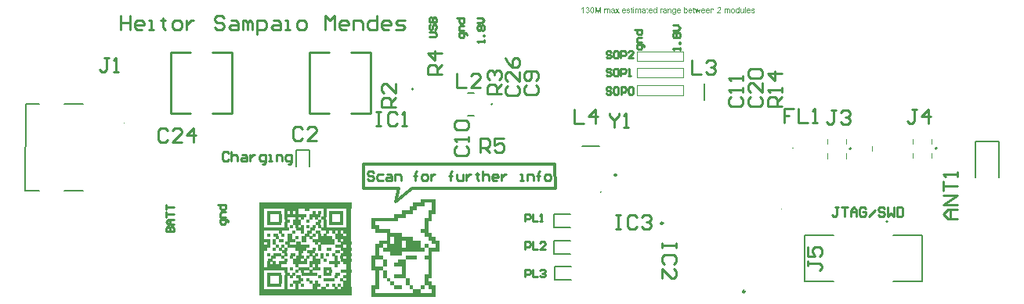
<source format=gbr>
%TF.GenerationSoftware,Altium Limited,Altium Designer,20.0.13 (296)*%
G04 Layer_Color=65535*
%FSLAX45Y45*%
%MOMM*%
%TF.FileFunction,Legend,Top*%
%TF.Part,Single*%
G01*
G75*
%TA.AperFunction,NonConductor*%
%ADD87C,0.10000*%
%ADD88C,0.25400*%
%ADD106C,0.25000*%
%ADD107C,0.20000*%
%ADD108C,0.15240*%
%ADD109C,0.12700*%
%ADD110C,0.30000*%
%ADD111R,10.00000X0.30300*%
%ADD112R,10.00000X0.30300*%
%ADD113R,1.21200X0.30300*%
%ADD114R,0.30300X0.30300*%
%ADD115R,0.60600X0.30300*%
%ADD116R,0.30300X0.30300*%
%ADD117R,0.90900X0.30300*%
%ADD118R,1.51500X0.30300*%
%ADD119R,0.90900X0.30300*%
%ADD120R,0.30300X0.30300*%
%ADD121R,0.30300X0.30300*%
%ADD122R,0.60600X0.30300*%
%ADD123R,1.21200X0.30300*%
%ADD124R,0.60600X0.30300*%
%ADD125R,0.90900X0.30300*%
%ADD126R,1.81900X0.30300*%
%ADD127R,1.51500X0.30300*%
%ADD128R,0.90900X0.30300*%
%ADD129R,1.21300X0.30300*%
%ADD130R,3.03000X0.30300*%
%ADD131R,1.51600X0.30300*%
%ADD132R,0.30400X0.30300*%
%ADD133R,1.21200X0.30400*%
%ADD134R,0.60600X0.30400*%
%ADD135R,0.30300X0.30400*%
%ADD136R,1.21300X0.30400*%
%ADD137R,0.30300X0.30400*%
%ADD138R,0.90900X0.30400*%
%ADD139R,2.42500X0.30300*%
%ADD140R,1.21200X0.30300*%
%ADD141R,2.42400X0.30300*%
%ADD142R,0.60700X0.30300*%
%ADD143R,1.81800X0.30300*%
%ADD144R,0.60700X0.30300*%
%ADD145R,0.60700X0.30300*%
%ADD146R,3.33300X0.30300*%
%ADD147R,0.60600X0.30300*%
%ADD148R,2.42500X0.30300*%
G36*
X5933468Y5042833D02*
Y5041475D01*
Y5040117D01*
Y5038759D01*
Y5037401D01*
Y5036043D01*
Y5034684D01*
Y5033326D01*
Y5031968D01*
Y5030610D01*
Y5029252D01*
Y5027893D01*
Y5026535D01*
Y5025177D01*
Y5023819D01*
Y5022461D01*
Y5021103D01*
Y5019745D01*
Y5018386D01*
Y5017028D01*
Y5015670D01*
Y5014312D01*
Y5012954D01*
Y5011596D01*
Y5010237D01*
Y5008879D01*
Y5007521D01*
Y5006163D01*
Y5004805D01*
Y5003447D01*
Y5002089D01*
Y5000730D01*
Y4999372D01*
Y4998014D01*
Y4996656D01*
Y4995298D01*
Y4993939D01*
Y4992582D01*
Y4991223D01*
Y4989865D01*
Y4988507D01*
Y4987149D01*
Y4985791D01*
Y4984432D01*
Y4983074D01*
Y4981716D01*
Y4980358D01*
Y4979000D01*
Y4977642D01*
Y4976284D01*
Y4974926D01*
Y4973567D01*
Y4972209D01*
Y4970851D01*
Y4969493D01*
Y4968135D01*
Y4966776D01*
Y4965418D01*
Y4964060D01*
Y4962702D01*
Y4961344D01*
Y4959986D01*
Y4958628D01*
Y4957269D01*
Y4955911D01*
Y4954553D01*
Y4953195D01*
Y4951837D01*
Y4950479D01*
Y4949120D01*
Y4947762D01*
Y4946404D01*
Y4945046D01*
Y4943688D01*
Y4942330D01*
Y4940972D01*
Y4939613D01*
Y4938255D01*
Y4936897D01*
Y4935539D01*
Y4934181D01*
Y4932822D01*
Y4931465D01*
Y4930106D01*
Y4928748D01*
Y4927390D01*
Y4926032D01*
Y4924674D01*
Y4923316D01*
Y4921957D01*
Y4920599D01*
Y4919241D01*
Y4917883D01*
Y4916525D01*
Y4915167D01*
Y4913809D01*
Y4912450D01*
Y4911092D01*
Y4909734D01*
Y4908376D01*
Y4907018D01*
Y4905659D01*
Y4904301D01*
Y4902943D01*
Y4901585D01*
Y4900227D01*
Y4898869D01*
Y4897511D01*
Y4896153D01*
Y4894794D01*
Y4893436D01*
Y4892078D01*
Y4890720D01*
Y4889362D01*
Y4888003D01*
Y4886645D01*
Y4885287D01*
Y4883929D01*
Y4882571D01*
Y4881213D01*
X5892723D01*
Y4879855D01*
Y4878496D01*
Y4877138D01*
Y4875780D01*
Y4874422D01*
Y4873064D01*
Y4871706D01*
Y4870348D01*
Y4868989D01*
Y4867631D01*
Y4866273D01*
Y4864915D01*
Y4863557D01*
Y4862199D01*
Y4860840D01*
Y4859482D01*
Y4858124D01*
Y4856766D01*
Y4855408D01*
Y4854050D01*
Y4852692D01*
Y4851333D01*
Y4849975D01*
Y4848617D01*
Y4847259D01*
Y4845901D01*
Y4844543D01*
Y4843184D01*
Y4841826D01*
Y4840468D01*
Y4839110D01*
Y4837752D01*
Y4836394D01*
Y4835036D01*
Y4833677D01*
Y4832319D01*
Y4830961D01*
Y4829603D01*
Y4828245D01*
Y4826886D01*
Y4825528D01*
Y4824170D01*
Y4822812D01*
Y4821454D01*
Y4820096D01*
Y4818738D01*
Y4817379D01*
Y4816021D01*
Y4814663D01*
Y4813305D01*
Y4811947D01*
Y4810589D01*
Y4809231D01*
Y4807872D01*
Y4806514D01*
Y4805156D01*
Y4803798D01*
Y4802440D01*
Y4801082D01*
Y4799723D01*
X5851979D01*
Y4798365D01*
Y4797007D01*
Y4795649D01*
Y4794291D01*
Y4792933D01*
Y4791575D01*
Y4790216D01*
Y4788858D01*
Y4787500D01*
Y4786142D01*
Y4784784D01*
Y4783426D01*
Y4782067D01*
Y4780709D01*
Y4779351D01*
Y4777993D01*
Y4776635D01*
Y4775277D01*
Y4773919D01*
Y4772560D01*
Y4771202D01*
Y4769844D01*
Y4768486D01*
Y4767128D01*
Y4765769D01*
Y4764411D01*
Y4763053D01*
Y4761695D01*
Y4760337D01*
Y4758979D01*
Y4757621D01*
Y4756263D01*
Y4754904D01*
Y4753546D01*
Y4752188D01*
Y4750830D01*
Y4749472D01*
Y4748114D01*
Y4746755D01*
Y4745397D01*
Y4744039D01*
Y4742681D01*
Y4741323D01*
Y4739965D01*
Y4738606D01*
Y4737248D01*
Y4735890D01*
Y4734532D01*
Y4733174D01*
Y4731816D01*
Y4730458D01*
Y4729099D01*
Y4727741D01*
Y4726383D01*
Y4725025D01*
Y4723667D01*
Y4722309D01*
Y4720950D01*
Y4719592D01*
Y4718234D01*
Y4716876D01*
Y4715518D01*
Y4714160D01*
Y4712802D01*
Y4711443D01*
Y4710085D01*
Y4708727D01*
Y4707369D01*
Y4706011D01*
Y4704653D01*
Y4703294D01*
Y4701936D01*
Y4700578D01*
Y4699220D01*
Y4697862D01*
Y4696504D01*
Y4695146D01*
Y4693787D01*
Y4692429D01*
Y4691071D01*
Y4689713D01*
Y4688355D01*
Y4686997D01*
Y4685638D01*
Y4684280D01*
Y4682922D01*
Y4681564D01*
Y4680206D01*
Y4678848D01*
Y4677490D01*
X5892723D01*
Y4676131D01*
Y4674773D01*
Y4673415D01*
Y4672057D01*
Y4670699D01*
Y4669341D01*
Y4667982D01*
Y4666624D01*
Y4665266D01*
Y4663908D01*
Y4662550D01*
Y4661192D01*
Y4659833D01*
Y4658475D01*
Y4657117D01*
Y4655759D01*
Y4654401D01*
Y4653043D01*
Y4651685D01*
Y4650326D01*
Y4648968D01*
Y4647610D01*
Y4646252D01*
Y4644894D01*
Y4643536D01*
Y4642177D01*
Y4640819D01*
Y4639461D01*
Y4638103D01*
Y4636745D01*
X5933468D01*
Y4635387D01*
Y4634029D01*
Y4632670D01*
Y4631312D01*
Y4629954D01*
Y4628596D01*
Y4627238D01*
Y4625880D01*
Y4624521D01*
Y4623163D01*
Y4621805D01*
Y4620447D01*
Y4619089D01*
Y4617731D01*
Y4616373D01*
Y4615014D01*
Y4613656D01*
Y4612298D01*
Y4610940D01*
Y4609582D01*
Y4608224D01*
Y4606865D01*
Y4605507D01*
Y4604149D01*
Y4602791D01*
Y4601433D01*
Y4600075D01*
Y4598716D01*
Y4597358D01*
Y4596000D01*
X5974213D01*
Y4594642D01*
Y4593284D01*
Y4591926D01*
Y4590568D01*
Y4589210D01*
Y4587851D01*
Y4586493D01*
Y4585135D01*
Y4583777D01*
Y4582419D01*
Y4581060D01*
Y4579702D01*
Y4578344D01*
Y4576986D01*
Y4575628D01*
Y4574270D01*
Y4572912D01*
Y4571553D01*
Y4570195D01*
Y4568837D01*
Y4567479D01*
Y4566121D01*
Y4564763D01*
Y4563404D01*
Y4562046D01*
Y4560688D01*
Y4559330D01*
Y4557972D01*
Y4556614D01*
Y4555256D01*
Y4553897D01*
Y4552539D01*
Y4551181D01*
Y4549823D01*
Y4548465D01*
Y4547107D01*
Y4545748D01*
Y4544390D01*
Y4543032D01*
Y4541674D01*
Y4540316D01*
Y4538958D01*
Y4537600D01*
Y4536241D01*
Y4534883D01*
Y4533525D01*
Y4532167D01*
Y4530809D01*
Y4529451D01*
Y4528093D01*
Y4526734D01*
Y4525376D01*
Y4524018D01*
Y4522660D01*
Y4521302D01*
Y4519943D01*
Y4518585D01*
Y4517227D01*
Y4515869D01*
Y4514511D01*
Y4513153D01*
Y4511795D01*
Y4510436D01*
Y4509078D01*
Y4507720D01*
Y4506362D01*
Y4505004D01*
Y4503646D01*
Y4502287D01*
Y4500929D01*
Y4499571D01*
Y4498213D01*
Y4496855D01*
Y4495497D01*
Y4494139D01*
Y4492780D01*
Y4491422D01*
Y4490064D01*
Y4488706D01*
Y4487348D01*
Y4485990D01*
Y4484631D01*
Y4483273D01*
Y4481915D01*
Y4480557D01*
Y4479199D01*
Y4477841D01*
Y4476483D01*
Y4475124D01*
Y4473766D01*
X5892723D01*
Y4472408D01*
Y4471050D01*
Y4469692D01*
Y4468334D01*
Y4466976D01*
Y4465617D01*
Y4464259D01*
Y4462901D01*
Y4461543D01*
Y4460185D01*
Y4458826D01*
Y4457468D01*
Y4456110D01*
Y4454752D01*
Y4453394D01*
Y4452036D01*
Y4450678D01*
Y4449320D01*
Y4447961D01*
Y4446603D01*
Y4445245D01*
Y4443887D01*
Y4442529D01*
Y4441170D01*
Y4439812D01*
Y4438454D01*
Y4437096D01*
Y4435738D01*
Y4434380D01*
Y4433022D01*
Y4431663D01*
Y4430305D01*
Y4428947D01*
Y4427589D01*
Y4426231D01*
Y4424873D01*
Y4423514D01*
Y4422157D01*
Y4420798D01*
Y4419440D01*
Y4418082D01*
Y4416724D01*
Y4415366D01*
Y4414007D01*
Y4412649D01*
Y4411291D01*
Y4409933D01*
Y4408575D01*
Y4407217D01*
Y4405859D01*
Y4404500D01*
Y4403142D01*
Y4401784D01*
Y4400426D01*
Y4399068D01*
Y4397710D01*
Y4396351D01*
Y4394993D01*
Y4393635D01*
Y4392277D01*
Y4390919D01*
Y4389561D01*
Y4388203D01*
Y4386844D01*
Y4385486D01*
Y4384128D01*
Y4382770D01*
Y4381412D01*
Y4380053D01*
Y4378695D01*
Y4377337D01*
Y4375979D01*
Y4374621D01*
Y4373263D01*
Y4371905D01*
Y4370547D01*
Y4369188D01*
Y4367830D01*
Y4366472D01*
Y4365114D01*
Y4363756D01*
Y4362397D01*
Y4361040D01*
Y4359681D01*
Y4358323D01*
Y4356965D01*
Y4355607D01*
Y4354249D01*
Y4352890D01*
Y4351532D01*
Y4350174D01*
Y4348816D01*
Y4347458D01*
Y4346100D01*
Y4344742D01*
Y4343383D01*
Y4342025D01*
Y4340667D01*
Y4339309D01*
Y4337951D01*
Y4336593D01*
Y4335234D01*
Y4333876D01*
Y4332518D01*
Y4331160D01*
Y4329802D01*
Y4328444D01*
Y4327086D01*
Y4325727D01*
Y4324369D01*
Y4323011D01*
Y4321653D01*
Y4320295D01*
Y4318936D01*
Y4317578D01*
Y4316220D01*
Y4314862D01*
Y4313504D01*
Y4312146D01*
Y4310788D01*
Y4309430D01*
Y4308071D01*
Y4306713D01*
Y4305355D01*
Y4303997D01*
Y4302639D01*
Y4301280D01*
Y4299923D01*
Y4298564D01*
Y4297206D01*
Y4295848D01*
Y4294490D01*
Y4293132D01*
Y4291773D01*
Y4290415D01*
Y4289057D01*
Y4287699D01*
Y4286341D01*
Y4284983D01*
Y4283625D01*
Y4282267D01*
Y4280908D01*
Y4279550D01*
Y4278192D01*
Y4276834D01*
Y4275476D01*
Y4274117D01*
Y4272759D01*
Y4271401D01*
Y4270043D01*
Y4268685D01*
Y4267327D01*
Y4265969D01*
Y4264610D01*
Y4263252D01*
Y4261894D01*
Y4260536D01*
Y4259178D01*
Y4257820D01*
Y4256461D01*
Y4255103D01*
Y4253745D01*
Y4252387D01*
Y4251029D01*
Y4249671D01*
Y4248313D01*
Y4246954D01*
Y4245596D01*
Y4244238D01*
Y4242880D01*
Y4241522D01*
Y4240163D01*
Y4238806D01*
Y4237447D01*
Y4236089D01*
Y4234731D01*
Y4233373D01*
Y4232015D01*
Y4230657D01*
Y4229298D01*
Y4227940D01*
Y4226582D01*
Y4225224D01*
Y4223866D01*
Y4222508D01*
Y4221150D01*
Y4219791D01*
Y4218433D01*
Y4217075D01*
Y4215717D01*
Y4214359D01*
Y4213000D01*
Y4211642D01*
Y4210284D01*
Y4208926D01*
Y4207568D01*
Y4206210D01*
Y4204852D01*
Y4203493D01*
Y4202135D01*
Y4200777D01*
Y4199419D01*
Y4198061D01*
Y4196703D01*
Y4195344D01*
Y4193986D01*
Y4192628D01*
Y4191270D01*
Y4189912D01*
Y4188554D01*
X5851979D01*
Y4187196D01*
Y4185837D01*
Y4184479D01*
Y4183121D01*
Y4181763D01*
Y4180405D01*
Y4179047D01*
Y4177689D01*
Y4176330D01*
Y4174972D01*
Y4173614D01*
Y4172256D01*
Y4170898D01*
Y4169540D01*
Y4168181D01*
Y4166823D01*
Y4165465D01*
Y4164107D01*
Y4162749D01*
Y4161391D01*
Y4160033D01*
Y4158674D01*
Y4157316D01*
Y4155958D01*
Y4154600D01*
Y4153242D01*
Y4151883D01*
Y4150525D01*
Y4149167D01*
Y4147809D01*
X5892723D01*
Y4146451D01*
Y4145093D01*
Y4143735D01*
Y4142377D01*
Y4141018D01*
Y4139660D01*
Y4138302D01*
Y4136944D01*
Y4135586D01*
Y4134227D01*
Y4132869D01*
Y4131511D01*
Y4130153D01*
Y4128795D01*
Y4127437D01*
Y4126079D01*
Y4124720D01*
Y4123362D01*
Y4122004D01*
Y4120646D01*
Y4119288D01*
Y4117930D01*
Y4116572D01*
Y4115213D01*
Y4113855D01*
Y4112497D01*
Y4111139D01*
Y4109781D01*
Y4108423D01*
Y4107064D01*
X5933468D01*
Y4105706D01*
Y4104348D01*
Y4102990D01*
Y4101632D01*
Y4100274D01*
Y4098916D01*
Y4097557D01*
Y4096199D01*
Y4094841D01*
Y4093483D01*
Y4092125D01*
Y4090767D01*
Y4089408D01*
Y4088050D01*
Y4086692D01*
Y4085334D01*
Y4083976D01*
Y4082618D01*
Y4081260D01*
Y4079901D01*
Y4078543D01*
Y4077185D01*
Y4075827D01*
Y4074469D01*
Y4073110D01*
Y4071752D01*
Y4070394D01*
Y4069036D01*
Y4067678D01*
Y4066320D01*
Y4064962D01*
Y4063604D01*
Y4062245D01*
Y4060887D01*
Y4059529D01*
Y4058171D01*
Y4056813D01*
Y4055455D01*
Y4054096D01*
Y4052738D01*
Y4051380D01*
Y4050022D01*
Y4048664D01*
Y4047306D01*
Y4045947D01*
Y4044589D01*
Y4043231D01*
Y4041873D01*
Y4040515D01*
Y4039157D01*
Y4037799D01*
Y4036440D01*
Y4035082D01*
Y4033724D01*
Y4032366D01*
Y4031008D01*
Y4029650D01*
Y4028291D01*
Y4026933D01*
Y4025575D01*
Y4024217D01*
Y4022859D01*
Y4021501D01*
Y4020143D01*
Y4018784D01*
Y4017426D01*
Y4016068D01*
Y4014710D01*
Y4013352D01*
Y4011993D01*
Y4010635D01*
Y4009277D01*
Y4007919D01*
Y4006561D01*
Y4005203D01*
Y4003845D01*
Y4002487D01*
Y4001128D01*
Y3999770D01*
Y3998412D01*
Y3997054D01*
Y3995696D01*
Y3994338D01*
Y3992979D01*
Y3991621D01*
Y3990263D01*
Y3988905D01*
Y3987547D01*
Y3986189D01*
Y3984830D01*
X5240809D01*
Y3986189D01*
Y3987547D01*
Y3988905D01*
Y3990263D01*
Y3991621D01*
Y3992979D01*
Y3994338D01*
Y3995696D01*
Y3997054D01*
Y3998412D01*
Y3999770D01*
Y4001128D01*
Y4002487D01*
Y4003845D01*
Y4005203D01*
Y4006561D01*
Y4007919D01*
Y4009277D01*
Y4010635D01*
Y4011993D01*
Y4013352D01*
Y4014710D01*
Y4016068D01*
Y4017426D01*
Y4018784D01*
Y4020143D01*
Y4021501D01*
Y4022859D01*
Y4024217D01*
Y4025575D01*
Y4026933D01*
Y4028291D01*
Y4029650D01*
Y4031008D01*
Y4032366D01*
Y4033724D01*
Y4035082D01*
Y4036440D01*
Y4037799D01*
Y4039157D01*
Y4040515D01*
Y4041873D01*
Y4043231D01*
Y4044589D01*
Y4045947D01*
Y4047306D01*
Y4048664D01*
Y4050022D01*
Y4051380D01*
Y4052738D01*
Y4054096D01*
Y4055455D01*
Y4056813D01*
Y4058171D01*
Y4059529D01*
Y4060887D01*
Y4062245D01*
Y4063604D01*
Y4064962D01*
Y4066320D01*
Y4067678D01*
Y4069036D01*
Y4070394D01*
Y4071752D01*
Y4073110D01*
Y4074469D01*
Y4075827D01*
Y4077185D01*
Y4078543D01*
Y4079901D01*
Y4081260D01*
Y4082618D01*
Y4083976D01*
Y4085334D01*
Y4086692D01*
Y4088050D01*
Y4089408D01*
Y4090767D01*
Y4092125D01*
Y4093483D01*
Y4094841D01*
Y4096199D01*
Y4097557D01*
Y4098916D01*
Y4100274D01*
Y4101632D01*
Y4102990D01*
Y4104348D01*
Y4105706D01*
Y4107064D01*
X5281554D01*
Y4108423D01*
Y4109781D01*
Y4111139D01*
Y4112497D01*
Y4113855D01*
Y4115213D01*
Y4116572D01*
Y4117930D01*
Y4119288D01*
Y4120646D01*
Y4122004D01*
Y4123362D01*
Y4124720D01*
Y4126079D01*
Y4127437D01*
Y4128795D01*
Y4130153D01*
Y4131511D01*
Y4132869D01*
Y4134227D01*
Y4135586D01*
Y4136944D01*
Y4138302D01*
Y4139660D01*
Y4141018D01*
Y4142377D01*
Y4143735D01*
Y4145093D01*
Y4146451D01*
Y4147809D01*
Y4149167D01*
Y4150525D01*
Y4151883D01*
Y4153242D01*
Y4154600D01*
Y4155958D01*
Y4157316D01*
Y4158674D01*
Y4160033D01*
Y4161391D01*
Y4162749D01*
Y4164107D01*
Y4165465D01*
Y4166823D01*
Y4168181D01*
Y4169540D01*
Y4170898D01*
Y4172256D01*
Y4173614D01*
Y4174972D01*
Y4176330D01*
Y4177689D01*
Y4179047D01*
Y4180405D01*
Y4181763D01*
Y4183121D01*
Y4184479D01*
Y4185837D01*
Y4187196D01*
Y4188554D01*
Y4189912D01*
Y4191270D01*
Y4192628D01*
Y4193986D01*
Y4195344D01*
Y4196703D01*
Y4198061D01*
Y4199419D01*
Y4200777D01*
Y4202135D01*
Y4203493D01*
Y4204852D01*
Y4206210D01*
Y4207568D01*
Y4208926D01*
Y4210284D01*
Y4211642D01*
Y4213000D01*
Y4214359D01*
Y4215717D01*
Y4217075D01*
Y4218433D01*
Y4219791D01*
Y4221150D01*
Y4222508D01*
Y4223866D01*
Y4225224D01*
Y4226582D01*
Y4227940D01*
Y4229298D01*
Y4230657D01*
Y4232015D01*
Y4233373D01*
Y4234731D01*
Y4236089D01*
Y4237447D01*
Y4238806D01*
Y4240163D01*
Y4241522D01*
Y4242880D01*
Y4244238D01*
Y4245596D01*
Y4246954D01*
Y4248313D01*
Y4249671D01*
Y4251029D01*
Y4252387D01*
Y4253745D01*
Y4255103D01*
Y4256461D01*
Y4257820D01*
Y4259178D01*
Y4260536D01*
Y4261894D01*
Y4263252D01*
Y4264610D01*
Y4265969D01*
Y4267327D01*
Y4268685D01*
Y4270043D01*
X5240809D01*
Y4271401D01*
Y4272759D01*
Y4274117D01*
Y4275476D01*
Y4276834D01*
Y4278192D01*
Y4279550D01*
Y4280908D01*
Y4282267D01*
Y4283625D01*
Y4284983D01*
Y4286341D01*
Y4287699D01*
Y4289057D01*
Y4290415D01*
Y4291773D01*
Y4293132D01*
Y4294490D01*
Y4295848D01*
Y4297206D01*
Y4298564D01*
Y4299923D01*
Y4301280D01*
Y4302639D01*
Y4303997D01*
Y4305355D01*
Y4306713D01*
Y4308071D01*
Y4309430D01*
Y4310788D01*
Y4312146D01*
Y4313504D01*
Y4314862D01*
Y4316220D01*
Y4317578D01*
Y4318936D01*
Y4320295D01*
Y4321653D01*
Y4323011D01*
Y4324369D01*
Y4325727D01*
Y4327086D01*
Y4328444D01*
Y4329802D01*
Y4331160D01*
Y4332518D01*
Y4333876D01*
Y4335234D01*
Y4336593D01*
Y4337951D01*
Y4339309D01*
Y4340667D01*
Y4342025D01*
Y4343383D01*
Y4344742D01*
Y4346100D01*
Y4347458D01*
Y4348816D01*
Y4350174D01*
Y4351532D01*
Y4352890D01*
Y4354249D01*
Y4355607D01*
Y4356965D01*
Y4358323D01*
Y4359681D01*
Y4361040D01*
Y4362397D01*
Y4363756D01*
Y4365114D01*
Y4366472D01*
Y4367830D01*
Y4369188D01*
Y4370547D01*
Y4371905D01*
Y4373263D01*
Y4374621D01*
Y4375979D01*
Y4377337D01*
Y4378695D01*
Y4380053D01*
Y4381412D01*
Y4382770D01*
Y4384128D01*
Y4385486D01*
Y4386844D01*
Y4388203D01*
Y4389561D01*
Y4390919D01*
Y4392277D01*
Y4393635D01*
Y4394993D01*
Y4396351D01*
Y4397710D01*
Y4399068D01*
Y4400426D01*
Y4401784D01*
Y4403142D01*
Y4404500D01*
Y4405859D01*
Y4407217D01*
Y4408575D01*
Y4409933D01*
Y4411291D01*
Y4412649D01*
Y4414007D01*
Y4415366D01*
Y4416724D01*
Y4418082D01*
Y4419440D01*
Y4420798D01*
Y4422157D01*
Y4423514D01*
Y4424873D01*
Y4426231D01*
Y4427589D01*
Y4428947D01*
Y4430305D01*
Y4431663D01*
Y4433022D01*
X5281554D01*
Y4434380D01*
Y4435738D01*
Y4437096D01*
Y4438454D01*
Y4439812D01*
Y4441170D01*
Y4442529D01*
Y4443887D01*
Y4445245D01*
Y4446603D01*
Y4447961D01*
Y4449320D01*
Y4450678D01*
Y4452036D01*
Y4453394D01*
Y4454752D01*
Y4456110D01*
Y4457468D01*
Y4458826D01*
Y4460185D01*
Y4461543D01*
Y4462901D01*
Y4464259D01*
Y4465617D01*
Y4466976D01*
Y4468334D01*
Y4469692D01*
Y4471050D01*
Y4472408D01*
Y4473766D01*
Y4475124D01*
Y4476483D01*
Y4477841D01*
Y4479199D01*
Y4480557D01*
Y4481915D01*
Y4483273D01*
Y4484631D01*
Y4485990D01*
Y4487348D01*
Y4488706D01*
Y4490064D01*
Y4491422D01*
Y4492780D01*
Y4494139D01*
Y4495497D01*
Y4496855D01*
Y4498213D01*
Y4499571D01*
Y4500929D01*
Y4502287D01*
Y4503646D01*
Y4505004D01*
Y4506362D01*
Y4507720D01*
Y4509078D01*
Y4510436D01*
Y4511795D01*
Y4513153D01*
Y4514511D01*
Y4515869D01*
Y4517227D01*
Y4518585D01*
Y4519943D01*
Y4521302D01*
Y4522660D01*
Y4524018D01*
Y4525376D01*
Y4526734D01*
Y4528093D01*
Y4529451D01*
Y4530809D01*
Y4532167D01*
Y4533525D01*
Y4534883D01*
Y4536241D01*
Y4537600D01*
Y4538958D01*
Y4540316D01*
Y4541674D01*
Y4543032D01*
Y4544390D01*
Y4545748D01*
Y4547107D01*
Y4548465D01*
Y4549823D01*
Y4551181D01*
Y4552539D01*
Y4553897D01*
Y4555256D01*
X5322298D01*
Y4556614D01*
Y4557972D01*
Y4559330D01*
Y4560688D01*
Y4562046D01*
Y4563404D01*
Y4564763D01*
Y4566121D01*
Y4567479D01*
Y4568837D01*
Y4570195D01*
Y4571553D01*
Y4572912D01*
Y4574270D01*
Y4575628D01*
Y4576986D01*
Y4578344D01*
Y4579702D01*
Y4581060D01*
Y4582419D01*
Y4583777D01*
Y4585135D01*
Y4586493D01*
Y4587851D01*
Y4589210D01*
Y4590568D01*
Y4591926D01*
Y4593284D01*
Y4594642D01*
Y4596000D01*
X5403788D01*
Y4597358D01*
Y4598716D01*
Y4600075D01*
Y4601433D01*
Y4602791D01*
Y4604149D01*
Y4605507D01*
Y4606865D01*
Y4608224D01*
Y4609582D01*
Y4610940D01*
Y4612298D01*
Y4613656D01*
Y4615014D01*
Y4616373D01*
Y4617731D01*
Y4619089D01*
Y4620447D01*
Y4621805D01*
Y4623163D01*
Y4624521D01*
Y4625880D01*
Y4627238D01*
Y4628596D01*
Y4629954D01*
Y4631312D01*
Y4632670D01*
Y4634029D01*
Y4635387D01*
Y4636745D01*
Y4638103D01*
Y4639461D01*
Y4640819D01*
Y4642177D01*
Y4643536D01*
Y4644894D01*
Y4646252D01*
Y4647610D01*
Y4648968D01*
Y4650326D01*
Y4651685D01*
Y4653043D01*
Y4654401D01*
Y4655759D01*
Y4657117D01*
Y4658475D01*
Y4659833D01*
Y4661192D01*
Y4662550D01*
Y4663908D01*
Y4665266D01*
Y4666624D01*
Y4667982D01*
Y4669341D01*
Y4670699D01*
Y4672057D01*
Y4673415D01*
Y4674773D01*
Y4676131D01*
Y4677490D01*
X5281554D01*
Y4678848D01*
Y4680206D01*
Y4681564D01*
Y4682922D01*
Y4684280D01*
Y4685638D01*
Y4686997D01*
Y4688355D01*
Y4689713D01*
Y4691071D01*
Y4692429D01*
Y4693787D01*
Y4695146D01*
Y4696504D01*
Y4697862D01*
Y4699220D01*
Y4700578D01*
Y4701936D01*
Y4703294D01*
Y4704653D01*
Y4706011D01*
Y4707369D01*
Y4708727D01*
Y4710085D01*
Y4711443D01*
Y4712802D01*
Y4714160D01*
Y4715518D01*
Y4716876D01*
Y4718234D01*
X5240809D01*
Y4719592D01*
Y4720950D01*
Y4722309D01*
Y4723667D01*
Y4725025D01*
Y4726383D01*
Y4727741D01*
Y4729099D01*
Y4730458D01*
Y4731816D01*
Y4733174D01*
Y4734532D01*
Y4735890D01*
Y4737248D01*
Y4738606D01*
Y4739965D01*
Y4741323D01*
Y4742681D01*
Y4744039D01*
Y4745397D01*
Y4746755D01*
Y4748114D01*
Y4749472D01*
Y4750830D01*
Y4752188D01*
Y4753546D01*
Y4754904D01*
Y4756263D01*
Y4757621D01*
Y4758979D01*
Y4760337D01*
Y4761695D01*
Y4763053D01*
Y4764411D01*
Y4765769D01*
Y4767128D01*
Y4768486D01*
Y4769844D01*
Y4771202D01*
Y4772560D01*
Y4773919D01*
Y4775277D01*
Y4776635D01*
Y4777993D01*
Y4779351D01*
Y4780709D01*
Y4782067D01*
Y4783426D01*
Y4784784D01*
Y4786142D01*
Y4787500D01*
Y4788858D01*
Y4790216D01*
Y4791575D01*
Y4792933D01*
Y4794291D01*
Y4795649D01*
Y4797007D01*
Y4798365D01*
Y4799723D01*
Y4801082D01*
Y4802440D01*
Y4803798D01*
Y4805156D01*
Y4806514D01*
Y4807872D01*
Y4809231D01*
Y4810589D01*
Y4811947D01*
Y4813305D01*
Y4814663D01*
Y4816021D01*
Y4817379D01*
Y4818738D01*
Y4820096D01*
Y4821454D01*
Y4822812D01*
Y4824170D01*
Y4825528D01*
Y4826886D01*
Y4828245D01*
Y4829603D01*
Y4830961D01*
Y4832319D01*
Y4833677D01*
Y4835036D01*
Y4836394D01*
Y4837752D01*
Y4839110D01*
Y4840468D01*
X5485277D01*
Y4841826D01*
Y4843184D01*
Y4844543D01*
Y4845901D01*
Y4847259D01*
Y4848617D01*
Y4849975D01*
Y4851333D01*
Y4852692D01*
Y4854050D01*
Y4855408D01*
Y4856766D01*
Y4858124D01*
Y4859482D01*
Y4860840D01*
Y4862199D01*
Y4863557D01*
Y4864915D01*
Y4866273D01*
Y4867631D01*
Y4868989D01*
Y4870348D01*
Y4871706D01*
Y4873064D01*
Y4874422D01*
Y4875780D01*
Y4877138D01*
Y4878496D01*
Y4879855D01*
Y4881213D01*
X5566766D01*
Y4882571D01*
Y4883929D01*
Y4885287D01*
Y4886645D01*
Y4888003D01*
Y4889362D01*
Y4890720D01*
Y4892078D01*
Y4893436D01*
Y4894794D01*
Y4896153D01*
Y4897511D01*
Y4898869D01*
Y4900227D01*
Y4901585D01*
Y4902943D01*
Y4904301D01*
Y4905659D01*
Y4907018D01*
Y4908376D01*
Y4909734D01*
Y4911092D01*
Y4912450D01*
Y4913809D01*
Y4915167D01*
Y4916525D01*
Y4917883D01*
Y4919241D01*
Y4920599D01*
Y4921957D01*
X5648255D01*
Y4923316D01*
Y4924674D01*
Y4926032D01*
Y4927390D01*
Y4928748D01*
Y4930106D01*
Y4931465D01*
Y4932822D01*
Y4934181D01*
Y4935539D01*
Y4936897D01*
Y4938255D01*
Y4939613D01*
Y4940972D01*
Y4942330D01*
Y4943688D01*
Y4945046D01*
Y4946404D01*
Y4947762D01*
Y4949120D01*
Y4950479D01*
Y4951837D01*
Y4953195D01*
Y4954553D01*
Y4955911D01*
Y4957269D01*
Y4958628D01*
Y4959986D01*
Y4961344D01*
Y4962702D01*
X5689000D01*
Y4964060D01*
Y4965418D01*
Y4966776D01*
Y4968135D01*
Y4969493D01*
Y4970851D01*
Y4972209D01*
Y4973567D01*
Y4974926D01*
Y4976284D01*
Y4977642D01*
Y4979000D01*
Y4980358D01*
Y4981716D01*
Y4983074D01*
Y4984432D01*
Y4985791D01*
Y4987149D01*
Y4988507D01*
Y4989865D01*
Y4991223D01*
Y4992582D01*
Y4993939D01*
Y4995298D01*
Y4996656D01*
Y4998014D01*
Y4999372D01*
Y5000730D01*
Y5002089D01*
Y5003447D01*
X5770489D01*
Y5004805D01*
Y5006163D01*
Y5007521D01*
Y5008879D01*
Y5010237D01*
Y5011596D01*
Y5012954D01*
Y5014312D01*
Y5015670D01*
Y5017028D01*
Y5018386D01*
Y5019745D01*
Y5021103D01*
Y5022461D01*
Y5023819D01*
Y5025177D01*
Y5026535D01*
Y5027893D01*
Y5029252D01*
Y5030610D01*
Y5031968D01*
Y5033326D01*
Y5034684D01*
Y5036043D01*
Y5037401D01*
Y5038759D01*
Y5040117D01*
Y5041475D01*
Y5042833D01*
Y5044191D01*
X5933468D01*
Y5042833D01*
D02*
G37*
G36*
X8076001Y7113932D02*
X8068101D01*
Y7122905D01*
X8076001D01*
Y7113932D01*
D02*
G37*
G36*
X9214246Y7058824D02*
X9206931D01*
Y7064579D01*
X9206834Y7064481D01*
X9206736Y7064286D01*
X9206444Y7063994D01*
X9206053Y7063506D01*
X9205663Y7063018D01*
X9205078Y7062433D01*
X9204395Y7061848D01*
X9203615Y7061165D01*
X9202737Y7060580D01*
X9201762Y7059897D01*
X9200689Y7059312D01*
X9199616Y7058824D01*
X9198348Y7058337D01*
X9196983Y7058044D01*
X9195520Y7057849D01*
X9193959Y7057751D01*
X9193374D01*
X9192984Y7057849D01*
X9191911Y7057947D01*
X9190643Y7058142D01*
X9188985Y7058532D01*
X9187327Y7059019D01*
X9185473Y7059800D01*
X9183718Y7060775D01*
X9183620D01*
X9183523Y7060873D01*
X9182937Y7061360D01*
X9182157Y7062043D01*
X9181084Y7063018D01*
X9180011Y7064189D01*
X9178743Y7065652D01*
X9177670Y7067310D01*
X9176598Y7069261D01*
Y7069358D01*
X9176500Y7069553D01*
X9176403Y7069846D01*
X9176207Y7070236D01*
X9176012Y7070724D01*
X9175817Y7071406D01*
X9175330Y7072967D01*
X9174842Y7074820D01*
X9174452Y7076966D01*
X9174159Y7079307D01*
X9174062Y7081940D01*
Y7082038D01*
Y7082233D01*
Y7082623D01*
Y7083111D01*
X9174159Y7083696D01*
Y7084476D01*
X9174354Y7086134D01*
X9174647Y7088085D01*
X9175037Y7090133D01*
X9175525Y7092377D01*
X9176305Y7094523D01*
Y7094620D01*
X9176403Y7094815D01*
X9176598Y7095108D01*
X9176793Y7095498D01*
X9177280Y7096473D01*
X9178061Y7097741D01*
X9179036Y7099204D01*
X9180206Y7100667D01*
X9181572Y7102033D01*
X9183230Y7103301D01*
X9183328D01*
X9183425Y7103398D01*
X9184010Y7103788D01*
X9184986Y7104276D01*
X9186254Y7104861D01*
X9187814Y7105349D01*
X9189570Y7105837D01*
X9191521Y7106227D01*
X9193569Y7106324D01*
X9194252D01*
X9195032Y7106227D01*
X9196105Y7106129D01*
X9197178Y7105837D01*
X9198446Y7105544D01*
X9199714Y7105056D01*
X9200982Y7104471D01*
X9201177Y7104374D01*
X9201567Y7104179D01*
X9202152Y7103788D01*
X9202932Y7103203D01*
X9203713Y7102618D01*
X9204688Y7101838D01*
X9205566Y7100862D01*
X9206346Y7099887D01*
Y7122905D01*
X9214246D01*
Y7058824D01*
D02*
G37*
G36*
X8324133D02*
X8316818D01*
Y7064579D01*
X8316720Y7064481D01*
X8316623Y7064286D01*
X8316330Y7063994D01*
X8315940Y7063506D01*
X8315550Y7063018D01*
X8314965Y7062433D01*
X8314282Y7061848D01*
X8313502Y7061165D01*
X8312624Y7060580D01*
X8311648Y7059897D01*
X8310575Y7059312D01*
X8309503Y7058824D01*
X8308235Y7058337D01*
X8306869Y7058044D01*
X8305406Y7057849D01*
X8303845Y7057751D01*
X8303260D01*
X8302870Y7057849D01*
X8301797Y7057947D01*
X8300529Y7058142D01*
X8298871Y7058532D01*
X8297213Y7059019D01*
X8295360Y7059800D01*
X8293604Y7060775D01*
X8293507D01*
X8293409Y7060873D01*
X8292824Y7061360D01*
X8292044Y7062043D01*
X8290971Y7063018D01*
X8289898Y7064189D01*
X8288630Y7065652D01*
X8287557Y7067310D01*
X8286484Y7069261D01*
Y7069358D01*
X8286387Y7069553D01*
X8286289Y7069846D01*
X8286094Y7070236D01*
X8285899Y7070724D01*
X8285704Y7071406D01*
X8285216Y7072967D01*
X8284728Y7074820D01*
X8284338Y7076966D01*
X8284046Y7079307D01*
X8283948Y7081940D01*
Y7082038D01*
Y7082233D01*
Y7082623D01*
Y7083111D01*
X8284046Y7083696D01*
Y7084476D01*
X8284241Y7086134D01*
X8284533Y7088085D01*
X8284923Y7090133D01*
X8285411Y7092377D01*
X8286191Y7094523D01*
Y7094620D01*
X8286289Y7094815D01*
X8286484Y7095108D01*
X8286679Y7095498D01*
X8287167Y7096473D01*
X8287947Y7097741D01*
X8288922Y7099204D01*
X8290093Y7100667D01*
X8291458Y7102033D01*
X8293117Y7103301D01*
X8293214D01*
X8293312Y7103398D01*
X8293897Y7103788D01*
X8294872Y7104276D01*
X8296140Y7104861D01*
X8297701Y7105349D01*
X8299456Y7105837D01*
X8301407Y7106227D01*
X8303455Y7106324D01*
X8304138D01*
X8304918Y7106227D01*
X8305991Y7106129D01*
X8307064Y7105837D01*
X8308332Y7105544D01*
X8309600Y7105056D01*
X8310868Y7104471D01*
X8311063Y7104374D01*
X8311453Y7104179D01*
X8312038Y7103788D01*
X8312819Y7103203D01*
X8313599Y7102618D01*
X8314574Y7101838D01*
X8315452Y7100862D01*
X8316233Y7099887D01*
Y7122905D01*
X8324133D01*
Y7058824D01*
D02*
G37*
G36*
X8926808Y7106227D02*
X8927783Y7106129D01*
X8928954Y7105934D01*
X8930319Y7105642D01*
X8931587Y7105251D01*
X8932953Y7104764D01*
X8933148Y7104666D01*
X8933538Y7104471D01*
X8934123Y7104179D01*
X8934903Y7103691D01*
X8935781Y7103106D01*
X8936659Y7102423D01*
X8937537Y7101643D01*
X8938220Y7100765D01*
X8938317Y7100667D01*
X8938512Y7100375D01*
X8938805Y7099789D01*
X8939195Y7099107D01*
X8939585Y7098326D01*
X8939975Y7097351D01*
X8940365Y7096181D01*
X8940658Y7095010D01*
Y7094913D01*
X8940756Y7094620D01*
X8940853Y7094035D01*
X8940951Y7093255D01*
Y7092182D01*
X8941048Y7090816D01*
X8941146Y7089256D01*
Y7087305D01*
Y7058824D01*
X8933245D01*
Y7087012D01*
Y7087110D01*
Y7087207D01*
Y7087793D01*
Y7088670D01*
X8933148Y7089743D01*
X8933050Y7090816D01*
X8932855Y7092084D01*
X8932563Y7093157D01*
X8932270Y7094132D01*
Y7094230D01*
X8932075Y7094523D01*
X8931880Y7095010D01*
X8931587Y7095498D01*
X8931099Y7096181D01*
X8930514Y7096766D01*
X8929832Y7097449D01*
X8929051Y7098034D01*
X8928954Y7098131D01*
X8928661Y7098229D01*
X8928173Y7098521D01*
X8927491Y7098814D01*
X8926710Y7099009D01*
X8925735Y7099302D01*
X8924760Y7099399D01*
X8923589Y7099497D01*
X8922711D01*
X8921834Y7099302D01*
X8920566Y7099107D01*
X8919200Y7098717D01*
X8917835Y7098131D01*
X8916274Y7097351D01*
X8914909Y7096278D01*
X8914713Y7096083D01*
X8914323Y7095595D01*
X8913738Y7094815D01*
X8913445Y7094230D01*
X8913153Y7093547D01*
X8912763Y7092767D01*
X8912470Y7091889D01*
X8912178Y7090914D01*
X8911885Y7089841D01*
X8911592Y7088573D01*
X8911495Y7087207D01*
X8911300Y7085744D01*
Y7084184D01*
Y7058824D01*
X8903399D01*
Y7105251D01*
X8910519D01*
Y7098619D01*
X8910617Y7098717D01*
X8910714Y7098912D01*
X8911007Y7099302D01*
X8911495Y7099789D01*
X8911982Y7100375D01*
X8912665Y7101057D01*
X8913348Y7101740D01*
X8914226Y7102520D01*
X8915299Y7103203D01*
X8916372Y7103886D01*
X8917542Y7104569D01*
X8918907Y7105154D01*
X8920273Y7105642D01*
X8921834Y7106032D01*
X8923492Y7106227D01*
X8925247Y7106324D01*
X8925930D01*
X8926808Y7106227D01*
D02*
G37*
G36*
X8464292D02*
X8465268Y7106129D01*
X8466438Y7105934D01*
X8467803Y7105642D01*
X8469071Y7105251D01*
X8470437Y7104764D01*
X8470632Y7104666D01*
X8471022Y7104471D01*
X8471607Y7104179D01*
X8472388Y7103691D01*
X8473266Y7103106D01*
X8474143Y7102423D01*
X8475021Y7101643D01*
X8475704Y7100765D01*
X8475801Y7100667D01*
X8475997Y7100375D01*
X8476289Y7099789D01*
X8476679Y7099107D01*
X8477069Y7098326D01*
X8477460Y7097351D01*
X8477850Y7096181D01*
X8478142Y7095010D01*
Y7094913D01*
X8478240Y7094620D01*
X8478337Y7094035D01*
X8478435Y7093255D01*
Y7092182D01*
X8478532Y7090816D01*
X8478630Y7089256D01*
Y7087305D01*
Y7058824D01*
X8470730D01*
Y7087012D01*
Y7087110D01*
Y7087207D01*
Y7087793D01*
Y7088670D01*
X8470632Y7089743D01*
X8470534Y7090816D01*
X8470339Y7092084D01*
X8470047Y7093157D01*
X8469754Y7094132D01*
Y7094230D01*
X8469559Y7094523D01*
X8469364Y7095010D01*
X8469071Y7095498D01*
X8468584Y7096181D01*
X8467999Y7096766D01*
X8467316Y7097449D01*
X8466536Y7098034D01*
X8466438Y7098131D01*
X8466145Y7098229D01*
X8465658Y7098521D01*
X8464975Y7098814D01*
X8464195Y7099009D01*
X8463219Y7099302D01*
X8462244Y7099399D01*
X8461074Y7099497D01*
X8460196D01*
X8459318Y7099302D01*
X8458050Y7099107D01*
X8456684Y7098717D01*
X8455319Y7098131D01*
X8453758Y7097351D01*
X8452393Y7096278D01*
X8452198Y7096083D01*
X8451808Y7095595D01*
X8451222Y7094815D01*
X8450930Y7094230D01*
X8450637Y7093547D01*
X8450247Y7092767D01*
X8449954Y7091889D01*
X8449662Y7090914D01*
X8449369Y7089841D01*
X8449077Y7088573D01*
X8448979Y7087207D01*
X8448784Y7085744D01*
Y7084184D01*
Y7058824D01*
X8440884D01*
Y7105251D01*
X8448004D01*
Y7098619D01*
X8448101Y7098717D01*
X8448199Y7098912D01*
X8448491Y7099302D01*
X8448979Y7099789D01*
X8449467Y7100375D01*
X8450149Y7101057D01*
X8450832Y7101740D01*
X8451710Y7102520D01*
X8452783Y7103203D01*
X8453856Y7103886D01*
X8455026Y7104569D01*
X8456392Y7105154D01*
X8457757Y7105642D01*
X8459318Y7106032D01*
X8460976Y7106227D01*
X8462732Y7106324D01*
X8463414D01*
X8464292Y7106227D01*
D02*
G37*
G36*
X8379924D02*
X8380996Y7106032D01*
X8382167Y7105642D01*
X8383532Y7105251D01*
X8384995Y7104569D01*
X8386556Y7103691D01*
X8383727Y7096473D01*
X8383630Y7096571D01*
X8383240Y7096766D01*
X8382655Y7097058D01*
X8381972Y7097351D01*
X8381094Y7097644D01*
X8380119Y7097936D01*
X8379046Y7098131D01*
X8377973Y7098229D01*
X8377583D01*
X8377095Y7098131D01*
X8376412Y7098034D01*
X8375730Y7097839D01*
X8374949Y7097546D01*
X8374169Y7097156D01*
X8373389Y7096668D01*
X8373291Y7096571D01*
X8373096Y7096376D01*
X8372706Y7095986D01*
X8372316Y7095498D01*
X8371828Y7094913D01*
X8371340Y7094132D01*
X8370950Y7093255D01*
X8370560Y7092279D01*
X8370463Y7092084D01*
X8370365Y7091596D01*
X8370170Y7090719D01*
X8369975Y7089548D01*
X8369682Y7088183D01*
X8369487Y7086622D01*
X8369390Y7084964D01*
X8369292Y7083111D01*
Y7058824D01*
X8361392D01*
Y7105251D01*
X8368512D01*
Y7098326D01*
X8368609Y7098424D01*
X8369000Y7099009D01*
X8369487Y7099887D01*
X8370072Y7100862D01*
X8370853Y7101935D01*
X8371731Y7103008D01*
X8372511Y7103984D01*
X8373389Y7104666D01*
X8373486Y7104764D01*
X8373779Y7104959D01*
X8374266Y7105154D01*
X8374949Y7105544D01*
X8375632Y7105837D01*
X8376510Y7106032D01*
X8377485Y7106227D01*
X8378461Y7106324D01*
X8379143D01*
X8379924Y7106227D01*
D02*
G37*
G36*
X9102470D02*
X9103055D01*
X9103738Y7106129D01*
X9105201Y7105837D01*
X9106957Y7105349D01*
X9108713Y7104666D01*
X9110371Y7103691D01*
X9111931Y7102423D01*
X9112126Y7102228D01*
X9112516Y7101740D01*
X9113102Y7100765D01*
X9113882Y7099497D01*
X9114565Y7097839D01*
X9115150Y7095888D01*
X9115540Y7093450D01*
X9115735Y7092084D01*
Y7090621D01*
Y7058824D01*
X9107835D01*
Y7087988D01*
Y7088085D01*
Y7088183D01*
Y7088768D01*
Y7089646D01*
X9107737Y7090621D01*
X9107542Y7092864D01*
X9107347Y7093937D01*
X9107054Y7094815D01*
Y7094913D01*
X9106859Y7095205D01*
X9106664Y7095595D01*
X9106372Y7096083D01*
X9105982Y7096571D01*
X9105494Y7097156D01*
X9104909Y7097741D01*
X9104226Y7098229D01*
X9104128Y7098326D01*
X9103836Y7098424D01*
X9103446Y7098619D01*
X9102958Y7098912D01*
X9102275Y7099107D01*
X9101397Y7099302D01*
X9100520Y7099399D01*
X9099544Y7099497D01*
X9098764D01*
X9097789Y7099302D01*
X9096716Y7099107D01*
X9095448Y7098717D01*
X9094082Y7098131D01*
X9092619Y7097254D01*
X9091351Y7096181D01*
X9091254Y7095986D01*
X9090863Y7095595D01*
X9090376Y7094815D01*
X9089791Y7093645D01*
X9089108Y7092182D01*
X9088620Y7090426D01*
X9088230Y7088280D01*
X9088132Y7085744D01*
Y7058824D01*
X9080232D01*
Y7088963D01*
Y7089060D01*
Y7089158D01*
Y7089451D01*
Y7089841D01*
X9080134Y7090816D01*
X9080037Y7091889D01*
X9079744Y7093255D01*
X9079452Y7094523D01*
X9078964Y7095790D01*
X9078281Y7096863D01*
X9078184Y7096961D01*
X9077891Y7097254D01*
X9077501Y7097741D01*
X9076818Y7098229D01*
X9075940Y7098619D01*
X9074868Y7099107D01*
X9073600Y7099399D01*
X9072039Y7099497D01*
X9071454D01*
X9070869Y7099399D01*
X9069991Y7099302D01*
X9069113Y7099107D01*
X9068040Y7098717D01*
X9066967Y7098326D01*
X9065894Y7097741D01*
X9065797Y7097644D01*
X9065407Y7097449D01*
X9064919Y7096961D01*
X9064334Y7096473D01*
X9063651Y7095693D01*
X9062968Y7094815D01*
X9062383Y7093742D01*
X9061798Y7092572D01*
X9061700Y7092377D01*
X9061603Y7091987D01*
X9061408Y7091206D01*
X9061213Y7090133D01*
X9060920Y7088768D01*
X9060725Y7087110D01*
X9060627Y7085159D01*
X9060530Y7082916D01*
Y7058824D01*
X9052629D01*
Y7105251D01*
X9059652D01*
Y7098717D01*
X9059749Y7098912D01*
X9060042Y7099302D01*
X9060530Y7099887D01*
X9061213Y7100667D01*
X9061993Y7101545D01*
X9062968Y7102423D01*
X9064139Y7103398D01*
X9065407Y7104179D01*
X9065602Y7104276D01*
X9066089Y7104471D01*
X9066870Y7104861D01*
X9067845Y7105251D01*
X9069113Y7105642D01*
X9070478Y7106032D01*
X9072137Y7106227D01*
X9073795Y7106324D01*
X9074672D01*
X9075648Y7106227D01*
X9076818Y7106032D01*
X9078086Y7105837D01*
X9079549Y7105447D01*
X9080915Y7104861D01*
X9082183Y7104179D01*
X9082378Y7104081D01*
X9082768Y7103788D01*
X9083353Y7103301D01*
X9084036Y7102618D01*
X9084816Y7101740D01*
X9085597Y7100765D01*
X9086279Y7099497D01*
X9086864Y7098131D01*
X9086962Y7098229D01*
X9087157Y7098521D01*
X9087450Y7098912D01*
X9087840Y7099399D01*
X9088425Y7100082D01*
X9089108Y7100765D01*
X9089888Y7101448D01*
X9090766Y7102228D01*
X9091741Y7103008D01*
X9092814Y7103691D01*
X9095350Y7105056D01*
X9096716Y7105544D01*
X9098179Y7105934D01*
X9099642Y7106227D01*
X9101300Y7106324D01*
X9101983D01*
X9102470Y7106227D01*
D02*
G37*
G36*
X8137742D02*
X8138327D01*
X8139010Y7106129D01*
X8140473Y7105837D01*
X8142228Y7105349D01*
X8143984Y7104666D01*
X8145642Y7103691D01*
X8147203Y7102423D01*
X8147398Y7102228D01*
X8147788Y7101740D01*
X8148373Y7100765D01*
X8149153Y7099497D01*
X8149836Y7097839D01*
X8150421Y7095888D01*
X8150811Y7093450D01*
X8151007Y7092084D01*
Y7090621D01*
Y7058824D01*
X8143106D01*
Y7087988D01*
Y7088085D01*
Y7088183D01*
Y7088768D01*
Y7089646D01*
X8143009Y7090621D01*
X8142814Y7092864D01*
X8142618Y7093937D01*
X8142326Y7094815D01*
Y7094913D01*
X8142131Y7095205D01*
X8141936Y7095595D01*
X8141643Y7096083D01*
X8141253Y7096571D01*
X8140765Y7097156D01*
X8140180Y7097741D01*
X8139497Y7098229D01*
X8139400Y7098326D01*
X8139107Y7098424D01*
X8138717Y7098619D01*
X8138229Y7098912D01*
X8137547Y7099107D01*
X8136669Y7099302D01*
X8135791Y7099399D01*
X8134816Y7099497D01*
X8134035D01*
X8133060Y7099302D01*
X8131987Y7099107D01*
X8130719Y7098717D01*
X8129354Y7098131D01*
X8127891Y7097254D01*
X8126623Y7096181D01*
X8126525Y7095986D01*
X8126135Y7095595D01*
X8125647Y7094815D01*
X8125062Y7093645D01*
X8124379Y7092182D01*
X8123892Y7090426D01*
X8123501Y7088280D01*
X8123404Y7085744D01*
Y7058824D01*
X8115503D01*
Y7088963D01*
Y7089060D01*
Y7089158D01*
Y7089451D01*
Y7089841D01*
X8115406Y7090816D01*
X8115308Y7091889D01*
X8115016Y7093255D01*
X8114723Y7094523D01*
X8114235Y7095790D01*
X8113553Y7096863D01*
X8113455Y7096961D01*
X8113163Y7097254D01*
X8112772Y7097741D01*
X8112090Y7098229D01*
X8111212Y7098619D01*
X8110139Y7099107D01*
X8108871Y7099399D01*
X8107310Y7099497D01*
X8106725D01*
X8106140Y7099399D01*
X8105262Y7099302D01*
X8104384Y7099107D01*
X8103311Y7098717D01*
X8102239Y7098326D01*
X8101166Y7097741D01*
X8101068Y7097644D01*
X8100678Y7097449D01*
X8100190Y7096961D01*
X8099605Y7096473D01*
X8098922Y7095693D01*
X8098240Y7094815D01*
X8097654Y7093742D01*
X8097069Y7092572D01*
X8096972Y7092377D01*
X8096874Y7091987D01*
X8096679Y7091206D01*
X8096484Y7090133D01*
X8096191Y7088768D01*
X8095996Y7087110D01*
X8095899Y7085159D01*
X8095801Y7082916D01*
Y7058824D01*
X8087901D01*
Y7105251D01*
X8094923D01*
Y7098717D01*
X8095021Y7098912D01*
X8095314Y7099302D01*
X8095801Y7099887D01*
X8096484Y7100667D01*
X8097264Y7101545D01*
X8098240Y7102423D01*
X8099410Y7103398D01*
X8100678Y7104179D01*
X8100873Y7104276D01*
X8101361Y7104471D01*
X8102141Y7104861D01*
X8103116Y7105251D01*
X8104384Y7105642D01*
X8105750Y7106032D01*
X8107408Y7106227D01*
X8109066Y7106324D01*
X8109944D01*
X8110919Y7106227D01*
X8112090Y7106032D01*
X8113358Y7105837D01*
X8114821Y7105447D01*
X8116186Y7104861D01*
X8117454Y7104179D01*
X8117649Y7104081D01*
X8118039Y7103788D01*
X8118625Y7103301D01*
X8119307Y7102618D01*
X8120088Y7101740D01*
X8120868Y7100765D01*
X8121551Y7099497D01*
X8122136Y7098131D01*
X8122233Y7098229D01*
X8122429Y7098521D01*
X8122721Y7098912D01*
X8123111Y7099399D01*
X8123696Y7100082D01*
X8124379Y7100765D01*
X8125160Y7101448D01*
X8126037Y7102228D01*
X8127013Y7103008D01*
X8128086Y7103691D01*
X8130622Y7105056D01*
X8131987Y7105544D01*
X8133450Y7105934D01*
X8134913Y7106227D01*
X8136571Y7106324D01*
X8137254D01*
X8137742Y7106227D01*
D02*
G37*
G36*
X7804559D02*
X7805144D01*
X7805827Y7106129D01*
X7807290Y7105837D01*
X7809045Y7105349D01*
X7810801Y7104666D01*
X7812459Y7103691D01*
X7814020Y7102423D01*
X7814215Y7102228D01*
X7814605Y7101740D01*
X7815190Y7100765D01*
X7815970Y7099497D01*
X7816653Y7097839D01*
X7817238Y7095888D01*
X7817629Y7093450D01*
X7817824Y7092084D01*
Y7090621D01*
Y7058824D01*
X7809923D01*
Y7087988D01*
Y7088085D01*
Y7088183D01*
Y7088768D01*
Y7089646D01*
X7809826Y7090621D01*
X7809631Y7092864D01*
X7809435Y7093937D01*
X7809143Y7094815D01*
Y7094913D01*
X7808948Y7095205D01*
X7808753Y7095595D01*
X7808460Y7096083D01*
X7808070Y7096571D01*
X7807582Y7097156D01*
X7806997Y7097741D01*
X7806314Y7098229D01*
X7806217Y7098326D01*
X7805924Y7098424D01*
X7805534Y7098619D01*
X7805046Y7098912D01*
X7804364Y7099107D01*
X7803486Y7099302D01*
X7802608Y7099399D01*
X7801633Y7099497D01*
X7800852D01*
X7799877Y7099302D01*
X7798804Y7099107D01*
X7797536Y7098717D01*
X7796171Y7098131D01*
X7794708Y7097254D01*
X7793440Y7096181D01*
X7793342Y7095986D01*
X7792952Y7095595D01*
X7792464Y7094815D01*
X7791879Y7093645D01*
X7791196Y7092182D01*
X7790709Y7090426D01*
X7790318Y7088280D01*
X7790221Y7085744D01*
Y7058824D01*
X7782320D01*
Y7088963D01*
Y7089060D01*
Y7089158D01*
Y7089451D01*
Y7089841D01*
X7782223Y7090816D01*
X7782125Y7091889D01*
X7781833Y7093255D01*
X7781540Y7094523D01*
X7781053Y7095790D01*
X7780370Y7096863D01*
X7780272Y7096961D01*
X7779980Y7097254D01*
X7779589Y7097741D01*
X7778907Y7098229D01*
X7778029Y7098619D01*
X7776956Y7099107D01*
X7775688Y7099399D01*
X7774127Y7099497D01*
X7773542D01*
X7772957Y7099399D01*
X7772079Y7099302D01*
X7771201Y7099107D01*
X7770128Y7098717D01*
X7769056Y7098326D01*
X7767983Y7097741D01*
X7767885Y7097644D01*
X7767495Y7097449D01*
X7767007Y7096961D01*
X7766422Y7096473D01*
X7765739Y7095693D01*
X7765057Y7094815D01*
X7764471Y7093742D01*
X7763886Y7092572D01*
X7763789Y7092377D01*
X7763691Y7091987D01*
X7763496Y7091206D01*
X7763301Y7090133D01*
X7763008Y7088768D01*
X7762813Y7087110D01*
X7762716Y7085159D01*
X7762618Y7082916D01*
Y7058824D01*
X7754718D01*
Y7105251D01*
X7761740D01*
Y7098717D01*
X7761838Y7098912D01*
X7762131Y7099302D01*
X7762618Y7099887D01*
X7763301Y7100667D01*
X7764081Y7101545D01*
X7765057Y7102423D01*
X7766227Y7103398D01*
X7767495Y7104179D01*
X7767690Y7104276D01*
X7768178Y7104471D01*
X7768958Y7104861D01*
X7769933Y7105251D01*
X7771201Y7105642D01*
X7772567Y7106032D01*
X7774225Y7106227D01*
X7775883Y7106324D01*
X7776761D01*
X7777736Y7106227D01*
X7778907Y7106032D01*
X7780175Y7105837D01*
X7781638Y7105447D01*
X7783003Y7104861D01*
X7784271Y7104179D01*
X7784466Y7104081D01*
X7784856Y7103788D01*
X7785442Y7103301D01*
X7786124Y7102618D01*
X7786905Y7101740D01*
X7787685Y7100765D01*
X7788368Y7099497D01*
X7788953Y7098131D01*
X7789050Y7098229D01*
X7789246Y7098521D01*
X7789538Y7098912D01*
X7789928Y7099399D01*
X7790514Y7100082D01*
X7791196Y7100765D01*
X7791977Y7101448D01*
X7792854Y7102228D01*
X7793830Y7103008D01*
X7794903Y7103691D01*
X7797439Y7105056D01*
X7798804Y7105544D01*
X7800267Y7105934D01*
X7801730Y7106227D01*
X7803388Y7106324D01*
X7804071D01*
X7804559Y7106227D01*
D02*
G37*
G36*
X7575642Y7123101D02*
X7576910Y7122905D01*
X7578373Y7122613D01*
X7580031Y7122223D01*
X7581689Y7121638D01*
X7583347Y7120857D01*
X7583445D01*
X7583542Y7120760D01*
X7584127Y7120467D01*
X7584908Y7119979D01*
X7585883Y7119297D01*
X7586956Y7118419D01*
X7588126Y7117346D01*
X7589199Y7116078D01*
X7590175Y7114712D01*
X7590272Y7114517D01*
X7590565Y7114030D01*
X7590955Y7113249D01*
X7591345Y7112274D01*
X7591735Y7111006D01*
X7592125Y7109641D01*
X7592418Y7108178D01*
X7592515Y7106519D01*
Y7106324D01*
Y7105837D01*
X7592418Y7105056D01*
X7592223Y7104081D01*
X7591930Y7102911D01*
X7591540Y7101643D01*
X7591052Y7100277D01*
X7590272Y7099009D01*
X7590175Y7098814D01*
X7589882Y7098424D01*
X7589297Y7097839D01*
X7588614Y7097058D01*
X7587639Y7096181D01*
X7586566Y7095303D01*
X7585200Y7094327D01*
X7583640Y7093547D01*
X7583737D01*
X7583932Y7093450D01*
X7584225D01*
X7584615Y7093255D01*
X7585590Y7092962D01*
X7586858Y7092377D01*
X7588224Y7091694D01*
X7589687Y7090719D01*
X7591150Y7089548D01*
X7592418Y7088085D01*
X7592515Y7087890D01*
X7592906Y7087305D01*
X7593393Y7086427D01*
X7594076Y7085257D01*
X7594661Y7083794D01*
X7595149Y7082038D01*
X7595539Y7079990D01*
X7595637Y7077746D01*
Y7077649D01*
Y7077356D01*
Y7076966D01*
X7595539Y7076381D01*
X7595442Y7075601D01*
X7595344Y7074820D01*
X7595149Y7073845D01*
X7594856Y7072870D01*
X7594174Y7070626D01*
X7593686Y7069358D01*
X7593003Y7068188D01*
X7592320Y7067017D01*
X7591540Y7065847D01*
X7590565Y7064676D01*
X7589492Y7063506D01*
X7589394Y7063409D01*
X7589199Y7063213D01*
X7588907Y7063018D01*
X7588419Y7062628D01*
X7587834Y7062141D01*
X7587053Y7061653D01*
X7586176Y7061165D01*
X7585298Y7060678D01*
X7584225Y7060092D01*
X7583054Y7059605D01*
X7581786Y7059117D01*
X7580421Y7058629D01*
X7578958Y7058239D01*
X7577397Y7058044D01*
X7575739Y7057849D01*
X7574081Y7057751D01*
X7573301D01*
X7572716Y7057849D01*
X7571935Y7057947D01*
X7571155Y7058044D01*
X7570180Y7058142D01*
X7569204Y7058337D01*
X7566961Y7058922D01*
X7564620Y7059897D01*
X7563450Y7060385D01*
X7562377Y7061068D01*
X7561206Y7061848D01*
X7560133Y7062726D01*
X7560036Y7062823D01*
X7559938Y7062921D01*
X7559646Y7063213D01*
X7559256Y7063604D01*
X7558866Y7064189D01*
X7558378Y7064774D01*
X7557793Y7065457D01*
X7557305Y7066237D01*
X7556134Y7068188D01*
X7555159Y7070431D01*
X7554281Y7072967D01*
X7553989Y7074333D01*
X7553794Y7075796D01*
X7561694Y7076868D01*
Y7076771D01*
X7561792Y7076576D01*
Y7076186D01*
X7561987Y7075796D01*
X7562279Y7074625D01*
X7562767Y7073162D01*
X7563352Y7071602D01*
X7564132Y7069943D01*
X7565108Y7068480D01*
X7566181Y7067212D01*
X7566376Y7067115D01*
X7566766Y7066725D01*
X7567449Y7066335D01*
X7568424Y7065749D01*
X7569497Y7065262D01*
X7570862Y7064774D01*
X7572423Y7064384D01*
X7574081Y7064286D01*
X7574666D01*
X7575056Y7064384D01*
X7576032Y7064481D01*
X7577300Y7064774D01*
X7578860Y7065262D01*
X7580421Y7065847D01*
X7581982Y7066822D01*
X7583445Y7068090D01*
X7583640Y7068285D01*
X7584030Y7068773D01*
X7584615Y7069553D01*
X7585395Y7070724D01*
X7586078Y7072089D01*
X7586663Y7073747D01*
X7587053Y7075601D01*
X7587248Y7077649D01*
Y7077746D01*
Y7077844D01*
Y7078136D01*
X7587151Y7078527D01*
X7587053Y7079502D01*
X7586761Y7080770D01*
X7586371Y7082135D01*
X7585688Y7083696D01*
X7584810Y7085159D01*
X7583640Y7086525D01*
X7583445Y7086720D01*
X7583054Y7087110D01*
X7582274Y7087597D01*
X7581201Y7088280D01*
X7579933Y7088963D01*
X7578373Y7089451D01*
X7576715Y7089841D01*
X7574764Y7090036D01*
X7573886D01*
X7573203Y7089938D01*
X7572423Y7089841D01*
X7571448Y7089743D01*
X7570375Y7089548D01*
X7569204Y7089256D01*
X7570082Y7096181D01*
X7570570D01*
X7570960Y7096083D01*
X7572228D01*
X7573106Y7096181D01*
X7574374Y7096376D01*
X7575739Y7096668D01*
X7577202Y7097156D01*
X7578763Y7097741D01*
X7580323Y7098619D01*
X7580518Y7098717D01*
X7581006Y7099107D01*
X7581591Y7099789D01*
X7582372Y7100667D01*
X7583152Y7101740D01*
X7583737Y7103106D01*
X7584225Y7104764D01*
X7584420Y7106715D01*
Y7106812D01*
Y7106910D01*
Y7107397D01*
X7584225Y7108178D01*
X7584030Y7109250D01*
X7583737Y7110323D01*
X7583152Y7111494D01*
X7582469Y7112762D01*
X7581494Y7113835D01*
X7581396Y7113932D01*
X7581006Y7114322D01*
X7580323Y7114810D01*
X7579446Y7115298D01*
X7578373Y7115883D01*
X7577105Y7116273D01*
X7575642Y7116663D01*
X7573984Y7116761D01*
X7573203D01*
X7572325Y7116566D01*
X7571350Y7116371D01*
X7570082Y7116078D01*
X7568814Y7115493D01*
X7567546Y7114810D01*
X7566278Y7113835D01*
X7566181Y7113737D01*
X7565791Y7113347D01*
X7565303Y7112664D01*
X7564718Y7111689D01*
X7564035Y7110518D01*
X7563450Y7109055D01*
X7562864Y7107300D01*
X7562474Y7105251D01*
X7554574Y7106617D01*
Y7106715D01*
X7554671Y7107007D01*
X7554769Y7107397D01*
X7554867Y7107885D01*
X7555062Y7108568D01*
X7555257Y7109348D01*
X7555939Y7111104D01*
X7556720Y7113054D01*
X7557890Y7115103D01*
X7559256Y7117053D01*
X7561011Y7118809D01*
X7561109Y7118907D01*
X7561206Y7119004D01*
X7561499Y7119199D01*
X7561987Y7119492D01*
X7562474Y7119784D01*
X7563060Y7120174D01*
X7564523Y7121052D01*
X7566376Y7121833D01*
X7568619Y7122515D01*
X7571058Y7123003D01*
X7572423Y7123198D01*
X7574666D01*
X7575642Y7123101D01*
D02*
G37*
G36*
X9363184Y7106227D02*
X9364452Y7106129D01*
X9366013Y7105934D01*
X9367573Y7105642D01*
X9369231Y7105251D01*
X9370792Y7104666D01*
X9370889D01*
X9370987Y7104569D01*
X9371475Y7104374D01*
X9372255Y7103984D01*
X9373133Y7103593D01*
X9374108Y7102911D01*
X9375181Y7102228D01*
X9376156Y7101350D01*
X9376937Y7100375D01*
X9377034Y7100277D01*
X9377229Y7099887D01*
X9377619Y7099302D01*
X9378107Y7098521D01*
X9378497Y7097546D01*
X9378985Y7096278D01*
X9379375Y7094913D01*
X9379765Y7093352D01*
X9372060Y7092279D01*
Y7092474D01*
X9371962Y7092864D01*
X9371767Y7093547D01*
X9371475Y7094327D01*
X9371084Y7095205D01*
X9370499Y7096083D01*
X9369816Y7097058D01*
X9368939Y7097839D01*
X9368841Y7097936D01*
X9368451Y7098131D01*
X9367866Y7098521D01*
X9367085Y7098912D01*
X9366110Y7099204D01*
X9364842Y7099594D01*
X9363477Y7099789D01*
X9361818Y7099887D01*
X9360941D01*
X9359965Y7099789D01*
X9358795Y7099692D01*
X9357527Y7099399D01*
X9356259Y7099107D01*
X9354991Y7098619D01*
X9354016Y7098034D01*
X9353918Y7097936D01*
X9353625Y7097741D01*
X9353333Y7097351D01*
X9352943Y7096863D01*
X9352455Y7096278D01*
X9352162Y7095498D01*
X9351870Y7094718D01*
X9351772Y7093840D01*
Y7093742D01*
Y7093547D01*
X9351870Y7093255D01*
Y7092864D01*
X9352162Y7091987D01*
X9352650Y7091011D01*
X9352748Y7090914D01*
X9352845Y7090816D01*
X9353430Y7090328D01*
X9353821Y7089938D01*
X9354308Y7089646D01*
X9354991Y7089256D01*
X9355674Y7088963D01*
X9355771D01*
X9355966Y7088865D01*
X9356356Y7088768D01*
X9357039Y7088573D01*
X9357917Y7088280D01*
X9359185Y7087890D01*
X9360746Y7087500D01*
X9361623Y7087207D01*
X9362696Y7086915D01*
X9362794D01*
X9363086Y7086817D01*
X9363477Y7086720D01*
X9364062Y7086525D01*
X9364745Y7086329D01*
X9365525Y7086134D01*
X9367280Y7085647D01*
X9369231Y7085062D01*
X9371182Y7084379D01*
X9372938Y7083794D01*
X9373718Y7083501D01*
X9374401Y7083208D01*
X9374596Y7083111D01*
X9374986Y7082916D01*
X9375571Y7082623D01*
X9376254Y7082233D01*
X9377132Y7081648D01*
X9378009Y7080867D01*
X9378790Y7080087D01*
X9379570Y7079112D01*
X9379668Y7079014D01*
X9379863Y7078624D01*
X9380155Y7078039D01*
X9380545Y7077259D01*
X9380936Y7076283D01*
X9381228Y7075113D01*
X9381423Y7073845D01*
X9381521Y7072382D01*
Y7072187D01*
Y7071699D01*
X9381423Y7070919D01*
X9381228Y7070041D01*
X9380936Y7068871D01*
X9380545Y7067603D01*
X9379960Y7066335D01*
X9379180Y7064969D01*
X9379082Y7064774D01*
X9378790Y7064384D01*
X9378205Y7063799D01*
X9377424Y7063018D01*
X9376546Y7062141D01*
X9375376Y7061263D01*
X9374010Y7060385D01*
X9372450Y7059605D01*
X9372255Y7059507D01*
X9371670Y7059312D01*
X9370792Y7059019D01*
X9369621Y7058727D01*
X9368158Y7058337D01*
X9366500Y7058044D01*
X9364647Y7057849D01*
X9362696Y7057751D01*
X9361818D01*
X9361233Y7057849D01*
X9360453D01*
X9359575Y7057947D01*
X9357527Y7058239D01*
X9355284Y7058629D01*
X9353040Y7059312D01*
X9350797Y7060190D01*
X9349822Y7060775D01*
X9348846Y7061458D01*
X9348749D01*
X9348651Y7061653D01*
X9348066Y7062141D01*
X9347286Y7063018D01*
X9346310Y7064286D01*
X9345335Y7065847D01*
X9344360Y7067798D01*
X9343482Y7070041D01*
X9342896Y7072674D01*
X9350699Y7073942D01*
Y7073845D01*
Y7073747D01*
X9350797Y7073162D01*
X9351090Y7072284D01*
X9351382Y7071211D01*
X9351870Y7070041D01*
X9352455Y7068871D01*
X9353333Y7067700D01*
X9354308Y7066627D01*
X9354406Y7066530D01*
X9354893Y7066237D01*
X9355576Y7065847D01*
X9356454Y7065457D01*
X9357722Y7064969D01*
X9359087Y7064579D01*
X9360843Y7064286D01*
X9362696Y7064189D01*
X9363574D01*
X9364549Y7064286D01*
X9365720Y7064481D01*
X9367085Y7064676D01*
X9368451Y7065067D01*
X9369719Y7065652D01*
X9370792Y7066335D01*
X9370889Y7066432D01*
X9371182Y7066725D01*
X9371670Y7067212D01*
X9372157Y7067798D01*
X9372547Y7068578D01*
X9373035Y7069553D01*
X9373328Y7070529D01*
X9373425Y7071602D01*
Y7071699D01*
Y7072089D01*
X9373328Y7072479D01*
X9373133Y7073162D01*
X9372840Y7073747D01*
X9372450Y7074528D01*
X9371865Y7075210D01*
X9371084Y7075796D01*
X9370987Y7075893D01*
X9370694Y7075991D01*
X9370207Y7076186D01*
X9369426Y7076576D01*
X9368353Y7076868D01*
X9366988Y7077356D01*
X9366110Y7077649D01*
X9365232Y7077844D01*
X9364159Y7078136D01*
X9362989Y7078429D01*
X9362891D01*
X9362599Y7078527D01*
X9362209Y7078624D01*
X9361623Y7078819D01*
X9360843Y7079014D01*
X9360063Y7079209D01*
X9358210Y7079795D01*
X9356259Y7080380D01*
X9354211Y7080965D01*
X9352357Y7081648D01*
X9351577Y7081940D01*
X9350894Y7082233D01*
X9350797Y7082331D01*
X9350309Y7082526D01*
X9349724Y7082916D01*
X9349041Y7083403D01*
X9348163Y7083989D01*
X9347383Y7084769D01*
X9346505Y7085647D01*
X9345823Y7086622D01*
X9345725Y7086720D01*
X9345530Y7087110D01*
X9345335Y7087695D01*
X9345042Y7088475D01*
X9344652Y7089353D01*
X9344457Y7090426D01*
X9344262Y7091596D01*
X9344164Y7092864D01*
Y7092962D01*
Y7093352D01*
X9344262Y7094035D01*
X9344360Y7094718D01*
X9344457Y7095595D01*
X9344750Y7096571D01*
X9345042Y7097644D01*
X9345530Y7098619D01*
X9345627Y7098717D01*
X9345823Y7099107D01*
X9346115Y7099594D01*
X9346603Y7100180D01*
X9347091Y7100862D01*
X9347773Y7101545D01*
X9348554Y7102325D01*
X9349431Y7103008D01*
X9349529Y7103106D01*
X9349822Y7103203D01*
X9350212Y7103496D01*
X9350797Y7103788D01*
X9351480Y7104179D01*
X9352357Y7104569D01*
X9353333Y7104959D01*
X9354406Y7105349D01*
X9354601D01*
X9354991Y7105544D01*
X9355576Y7105642D01*
X9356454Y7105837D01*
X9357527Y7106032D01*
X9358600Y7106129D01*
X9359868Y7106324D01*
X9362111D01*
X9363184Y7106227D01*
D02*
G37*
G36*
X8015529D02*
X8016797Y7106129D01*
X8018358Y7105934D01*
X8019918Y7105642D01*
X8021576Y7105251D01*
X8023137Y7104666D01*
X8023234D01*
X8023332Y7104569D01*
X8023820Y7104374D01*
X8024600Y7103984D01*
X8025478Y7103593D01*
X8026453Y7102911D01*
X8027526Y7102228D01*
X8028501Y7101350D01*
X8029282Y7100375D01*
X8029379Y7100277D01*
X8029574Y7099887D01*
X8029964Y7099302D01*
X8030452Y7098521D01*
X8030842Y7097546D01*
X8031330Y7096278D01*
X8031720Y7094913D01*
X8032110Y7093352D01*
X8024405Y7092279D01*
Y7092474D01*
X8024307Y7092864D01*
X8024112Y7093547D01*
X8023820Y7094327D01*
X8023429Y7095205D01*
X8022844Y7096083D01*
X8022162Y7097058D01*
X8021284Y7097839D01*
X8021186Y7097936D01*
X8020796Y7098131D01*
X8020211Y7098521D01*
X8019430Y7098912D01*
X8018455Y7099204D01*
X8017187Y7099594D01*
X8015822Y7099789D01*
X8014164Y7099887D01*
X8013286D01*
X8012310Y7099789D01*
X8011140Y7099692D01*
X8009872Y7099399D01*
X8008604Y7099107D01*
X8007336Y7098619D01*
X8006361Y7098034D01*
X8006263Y7097936D01*
X8005971Y7097741D01*
X8005678Y7097351D01*
X8005288Y7096863D01*
X8004800Y7096278D01*
X8004507Y7095498D01*
X8004215Y7094718D01*
X8004117Y7093840D01*
Y7093742D01*
Y7093547D01*
X8004215Y7093255D01*
Y7092864D01*
X8004507Y7091987D01*
X8004995Y7091011D01*
X8005093Y7090914D01*
X8005190Y7090816D01*
X8005775Y7090328D01*
X8006166Y7089938D01*
X8006653Y7089646D01*
X8007336Y7089256D01*
X8008019Y7088963D01*
X8008116D01*
X8008311Y7088865D01*
X8008702Y7088768D01*
X8009384Y7088573D01*
X8010262Y7088280D01*
X8011530Y7087890D01*
X8013091Y7087500D01*
X8013968Y7087207D01*
X8015041Y7086915D01*
X8015139D01*
X8015432Y7086817D01*
X8015822Y7086720D01*
X8016407Y7086525D01*
X8017090Y7086329D01*
X8017870Y7086134D01*
X8019626Y7085647D01*
X8021576Y7085062D01*
X8023527Y7084379D01*
X8025283Y7083794D01*
X8026063Y7083501D01*
X8026746Y7083208D01*
X8026941Y7083111D01*
X8027331Y7082916D01*
X8027916Y7082623D01*
X8028599Y7082233D01*
X8029477Y7081648D01*
X8030355Y7080867D01*
X8031135Y7080087D01*
X8031915Y7079112D01*
X8032013Y7079014D01*
X8032208Y7078624D01*
X8032500Y7078039D01*
X8032890Y7077259D01*
X8033281Y7076283D01*
X8033573Y7075113D01*
X8033768Y7073845D01*
X8033866Y7072382D01*
Y7072187D01*
Y7071699D01*
X8033768Y7070919D01*
X8033573Y7070041D01*
X8033281Y7068871D01*
X8032890Y7067603D01*
X8032305Y7066335D01*
X8031525Y7064969D01*
X8031427Y7064774D01*
X8031135Y7064384D01*
X8030550Y7063799D01*
X8029769Y7063018D01*
X8028891Y7062141D01*
X8027721Y7061263D01*
X8026356Y7060385D01*
X8024795Y7059605D01*
X8024600Y7059507D01*
X8024015Y7059312D01*
X8023137Y7059019D01*
X8021966Y7058727D01*
X8020503Y7058337D01*
X8018845Y7058044D01*
X8016992Y7057849D01*
X8015041Y7057751D01*
X8014164D01*
X8013578Y7057849D01*
X8012798D01*
X8011920Y7057947D01*
X8009872Y7058239D01*
X8007629Y7058629D01*
X8005385Y7059312D01*
X8003142Y7060190D01*
X8002167Y7060775D01*
X8001191Y7061458D01*
X8001094D01*
X8000996Y7061653D01*
X8000411Y7062141D01*
X7999631Y7063018D01*
X7998655Y7064286D01*
X7997680Y7065847D01*
X7996705Y7067798D01*
X7995827Y7070041D01*
X7995242Y7072674D01*
X8003044Y7073942D01*
Y7073845D01*
Y7073747D01*
X8003142Y7073162D01*
X8003435Y7072284D01*
X8003727Y7071211D01*
X8004215Y7070041D01*
X8004800Y7068871D01*
X8005678Y7067700D01*
X8006653Y7066627D01*
X8006751Y7066530D01*
X8007238Y7066237D01*
X8007921Y7065847D01*
X8008799Y7065457D01*
X8010067Y7064969D01*
X8011433Y7064579D01*
X8013188Y7064286D01*
X8015041Y7064189D01*
X8015919D01*
X8016895Y7064286D01*
X8018065Y7064481D01*
X8019430Y7064676D01*
X8020796Y7065067D01*
X8022064Y7065652D01*
X8023137Y7066335D01*
X8023234Y7066432D01*
X8023527Y7066725D01*
X8024015Y7067212D01*
X8024502Y7067798D01*
X8024893Y7068578D01*
X8025380Y7069553D01*
X8025673Y7070529D01*
X8025770Y7071602D01*
Y7071699D01*
Y7072089D01*
X8025673Y7072479D01*
X8025478Y7073162D01*
X8025185Y7073747D01*
X8024795Y7074528D01*
X8024210Y7075210D01*
X8023429Y7075796D01*
X8023332Y7075893D01*
X8023039Y7075991D01*
X8022552Y7076186D01*
X8021771Y7076576D01*
X8020698Y7076868D01*
X8019333Y7077356D01*
X8018455Y7077649D01*
X8017577Y7077844D01*
X8016504Y7078136D01*
X8015334Y7078429D01*
X8015236D01*
X8014944Y7078527D01*
X8014554Y7078624D01*
X8013968Y7078819D01*
X8013188Y7079014D01*
X8012408Y7079209D01*
X8010555Y7079795D01*
X8008604Y7080380D01*
X8006556Y7080965D01*
X8004703Y7081648D01*
X8003922Y7081940D01*
X8003240Y7082233D01*
X8003142Y7082331D01*
X8002654Y7082526D01*
X8002069Y7082916D01*
X8001386Y7083403D01*
X8000509Y7083989D01*
X7999728Y7084769D01*
X7998850Y7085647D01*
X7998168Y7086622D01*
X7998070Y7086720D01*
X7997875Y7087110D01*
X7997680Y7087695D01*
X7997387Y7088475D01*
X7996997Y7089353D01*
X7996802Y7090426D01*
X7996607Y7091596D01*
X7996510Y7092864D01*
Y7092962D01*
Y7093352D01*
X7996607Y7094035D01*
X7996705Y7094718D01*
X7996802Y7095595D01*
X7997095Y7096571D01*
X7997387Y7097644D01*
X7997875Y7098619D01*
X7997973Y7098717D01*
X7998168Y7099107D01*
X7998460Y7099594D01*
X7998948Y7100180D01*
X7999436Y7100862D01*
X8000118Y7101545D01*
X8000899Y7102325D01*
X8001776Y7103008D01*
X8001874Y7103106D01*
X8002167Y7103203D01*
X8002557Y7103496D01*
X8003142Y7103788D01*
X8003825Y7104179D01*
X8004703Y7104569D01*
X8005678Y7104959D01*
X8006751Y7105349D01*
X8006946D01*
X8007336Y7105544D01*
X8007921Y7105642D01*
X8008799Y7105837D01*
X8009872Y7106032D01*
X8010945Y7106129D01*
X8012213Y7106324D01*
X8014456D01*
X8015529Y7106227D01*
D02*
G37*
G36*
X7900242Y7082818D02*
X7917115Y7058824D01*
X7907459D01*
X7897901Y7073162D01*
X7895755Y7076576D01*
X7883270Y7058824D01*
X7873712D01*
X7890585Y7082818D01*
X7874980Y7105251D01*
X7884636D01*
X7891951Y7094230D01*
X7892048Y7094132D01*
X7892341Y7093742D01*
X7892634Y7093157D01*
X7893121Y7092474D01*
X7894194Y7090816D01*
X7895170Y7089158D01*
X7895267Y7089256D01*
X7895462Y7089646D01*
X7895852Y7090133D01*
X7896340Y7090816D01*
X7896925Y7091596D01*
X7897510Y7092474D01*
X7898681Y7094230D01*
X7906484Y7105251D01*
X7916042D01*
X7900242Y7082818D01*
D02*
G37*
G36*
X8782747Y7058824D02*
X8774652D01*
X8767337Y7086525D01*
X8765483Y7094523D01*
X8756022Y7058824D01*
X8747634D01*
X8733687Y7105251D01*
X8741977D01*
X8749292Y7078429D01*
X8751926Y7068480D01*
Y7068578D01*
X8752023Y7068773D01*
X8752121Y7069163D01*
X8752218Y7069456D01*
X8752316Y7069943D01*
X8752414Y7070431D01*
X8752609Y7071114D01*
X8752804Y7071894D01*
X8752999Y7072772D01*
X8753291Y7073845D01*
X8753584Y7075113D01*
X8753974Y7076478D01*
X8754364Y7078039D01*
X8761777Y7105251D01*
X8769775D01*
X8776798Y7078234D01*
X8779041Y7069358D01*
X8781674Y7078332D01*
X8789770Y7105251D01*
X8797378D01*
X8782747Y7058824D01*
D02*
G37*
G36*
X7717264D02*
X7709071D01*
Y7112469D01*
X7690344Y7058824D01*
X7682736D01*
X7664302Y7113347D01*
Y7058824D01*
X7656109D01*
Y7122905D01*
X7668789D01*
X7684004Y7077551D01*
Y7077454D01*
X7684102Y7077259D01*
X7684199Y7076966D01*
X7684297Y7076478D01*
X7684687Y7075405D01*
X7685175Y7074040D01*
X7685662Y7072479D01*
X7686150Y7070919D01*
X7686638Y7069358D01*
X7687028Y7068090D01*
X7687125Y7068285D01*
X7687223Y7068773D01*
X7687515Y7069553D01*
X7687906Y7070626D01*
X7688296Y7072089D01*
X7688881Y7073845D01*
X7689661Y7075893D01*
X7690442Y7078332D01*
X7705755Y7122905D01*
X7717264D01*
Y7058824D01*
D02*
G37*
G36*
X9264087D02*
X9257065D01*
Y7065554D01*
X9256967Y7065457D01*
X9256772Y7065262D01*
X9256480Y7064872D01*
X9256089Y7064384D01*
X9255504Y7063701D01*
X9254821Y7063116D01*
X9254041Y7062336D01*
X9253163Y7061653D01*
X9252188Y7060970D01*
X9251115Y7060190D01*
X9249847Y7059605D01*
X9248579Y7059019D01*
X9247116Y7058434D01*
X9245653Y7058044D01*
X9243995Y7057849D01*
X9242337Y7057751D01*
X9241654D01*
X9240874Y7057849D01*
X9239801Y7057947D01*
X9238630Y7058142D01*
X9237363Y7058434D01*
X9235997Y7058824D01*
X9234632Y7059312D01*
X9234436Y7059410D01*
X9234046Y7059605D01*
X9233461Y7059897D01*
X9232681Y7060385D01*
X9231803Y7060970D01*
X9230925Y7061653D01*
X9230145Y7062336D01*
X9229365Y7063213D01*
X9229267Y7063311D01*
X9229072Y7063604D01*
X9228779Y7064189D01*
X9228487Y7064872D01*
X9227999Y7065749D01*
X9227609Y7066725D01*
X9227219Y7067798D01*
X9226926Y7069066D01*
Y7069163D01*
X9226829Y7069553D01*
Y7070041D01*
X9226731Y7070821D01*
X9226634Y7071894D01*
Y7073162D01*
X9226536Y7074625D01*
Y7076381D01*
Y7105251D01*
X9234436D01*
Y7079404D01*
Y7079307D01*
Y7079112D01*
Y7078819D01*
Y7078429D01*
Y7077356D01*
X9234534Y7076088D01*
Y7074723D01*
X9234632Y7073357D01*
X9234729Y7072089D01*
X9234827Y7071114D01*
Y7071016D01*
X9235022Y7070626D01*
X9235217Y7070041D01*
X9235509Y7069358D01*
X9235899Y7068578D01*
X9236485Y7067700D01*
X9237167Y7066920D01*
X9237948Y7066237D01*
X9238045Y7066140D01*
X9238435Y7065944D01*
X9238923Y7065652D01*
X9239606Y7065359D01*
X9240484Y7065067D01*
X9241459Y7064774D01*
X9242629Y7064579D01*
X9243897Y7064481D01*
X9244483D01*
X9245165Y7064579D01*
X9246043Y7064676D01*
X9247019Y7064872D01*
X9248091Y7065262D01*
X9249262Y7065652D01*
X9250432Y7066237D01*
X9250530Y7066335D01*
X9250920Y7066627D01*
X9251505Y7067017D01*
X9252188Y7067603D01*
X9252871Y7068285D01*
X9253651Y7069163D01*
X9254236Y7070139D01*
X9254821Y7071211D01*
X9254919Y7071406D01*
X9255017Y7071797D01*
X9255212Y7072479D01*
X9255504Y7073552D01*
X9255797Y7074820D01*
X9255992Y7076381D01*
X9256089Y7078234D01*
X9256187Y7080282D01*
Y7105251D01*
X9264087D01*
Y7058824D01*
D02*
G37*
G36*
X9284180D02*
X9276279D01*
Y7122905D01*
X9284180D01*
Y7058824D01*
D02*
G37*
G36*
X8998594Y7123101D02*
X8999375Y7123003D01*
X9000253Y7122905D01*
X9001228Y7122808D01*
X9002301Y7122515D01*
X9004642Y7121930D01*
X9007080Y7121052D01*
X9008348Y7120467D01*
X9009518Y7119784D01*
X9010591Y7118907D01*
X9011664Y7118029D01*
X9011762Y7117931D01*
X9011859Y7117834D01*
X9012152Y7117541D01*
X9012542Y7117151D01*
X9012932Y7116566D01*
X9013420Y7115980D01*
X9014395Y7114517D01*
X9015371Y7112664D01*
X9016248Y7110518D01*
X9016931Y7108080D01*
X9017029Y7106715D01*
X9017126Y7105349D01*
Y7105154D01*
Y7104666D01*
X9017029Y7103886D01*
X9016931Y7102911D01*
X9016736Y7101740D01*
X9016443Y7100472D01*
X9016053Y7099107D01*
X9015468Y7097741D01*
X9015371Y7097546D01*
X9015176Y7097058D01*
X9014785Y7096376D01*
X9014200Y7095400D01*
X9013517Y7094230D01*
X9012640Y7092864D01*
X9011469Y7091499D01*
X9010201Y7089938D01*
X9010006Y7089743D01*
X9009518Y7089158D01*
X9008641Y7088280D01*
X9008055Y7087695D01*
X9007373Y7087012D01*
X9006592Y7086232D01*
X9005617Y7085354D01*
X9004642Y7084476D01*
X9003569Y7083403D01*
X9002398Y7082331D01*
X9001033Y7081160D01*
X8999667Y7079990D01*
X8998107Y7078624D01*
X8998009Y7078527D01*
X8997814Y7078332D01*
X8997424Y7078039D01*
X8996936Y7077649D01*
X8995766Y7076673D01*
X8994303Y7075405D01*
X8992840Y7074040D01*
X8991279Y7072674D01*
X8990011Y7071504D01*
X8989524Y7071016D01*
X8989036Y7070529D01*
X8988938Y7070431D01*
X8988743Y7070139D01*
X8988353Y7069748D01*
X8987865Y7069163D01*
X8986793Y7067895D01*
X8985720Y7066335D01*
X9017224D01*
Y7058824D01*
X8974796D01*
Y7058922D01*
Y7059312D01*
Y7059897D01*
X8974893Y7060580D01*
X8974991Y7061360D01*
X8975088Y7062238D01*
X8975381Y7063213D01*
X8975673Y7064189D01*
Y7064286D01*
X8975771Y7064384D01*
X8975966Y7064969D01*
X8976356Y7065749D01*
X8976941Y7066920D01*
X8977624Y7068188D01*
X8978600Y7069651D01*
X8979575Y7071114D01*
X8980843Y7072674D01*
Y7072772D01*
X8981038Y7072870D01*
X8981526Y7073455D01*
X8982306Y7074333D01*
X8983476Y7075503D01*
X8984939Y7076868D01*
X8986695Y7078527D01*
X8988841Y7080380D01*
X8991182Y7082428D01*
X8991279Y7082526D01*
X8991669Y7082818D01*
X8992157Y7083208D01*
X8992840Y7083891D01*
X8993718Y7084574D01*
X8994693Y7085452D01*
X8996839Y7087305D01*
X8999180Y7089548D01*
X9001520Y7091792D01*
X9002691Y7092864D01*
X9003666Y7093937D01*
X9004544Y7095010D01*
X9005324Y7095986D01*
Y7096083D01*
X9005519Y7096181D01*
X9005715Y7096473D01*
X9005910Y7096863D01*
X9006495Y7097839D01*
X9007178Y7099107D01*
X9007860Y7100570D01*
X9008446Y7102130D01*
X9008836Y7103886D01*
X9009031Y7105544D01*
Y7105642D01*
Y7105739D01*
X9008933Y7106324D01*
X9008836Y7107202D01*
X9008641Y7108275D01*
X9008153Y7109543D01*
X9007568Y7110811D01*
X9006787Y7112177D01*
X9005617Y7113444D01*
X9005422Y7113542D01*
X9005032Y7113932D01*
X9004251Y7114420D01*
X9003276Y7115103D01*
X9002008Y7115688D01*
X9000545Y7116176D01*
X8998789Y7116566D01*
X8996839Y7116663D01*
X8996254D01*
X8995863Y7116566D01*
X8994888Y7116468D01*
X8993620Y7116273D01*
X8992157Y7115785D01*
X8990596Y7115200D01*
X8989133Y7114322D01*
X8987768Y7113152D01*
X8987670Y7112957D01*
X8987280Y7112567D01*
X8986695Y7111786D01*
X8986110Y7110713D01*
X8985427Y7109348D01*
X8984939Y7107787D01*
X8984549Y7105934D01*
X8984354Y7103788D01*
X8976259Y7104666D01*
Y7104764D01*
Y7105056D01*
X8976356Y7105544D01*
X8976454Y7106129D01*
X8976649Y7106910D01*
X8976746Y7107787D01*
X8977332Y7109738D01*
X8978112Y7111981D01*
X8979185Y7114225D01*
X8980648Y7116468D01*
X8981428Y7117443D01*
X8982403Y7118419D01*
X8982501Y7118516D01*
X8982696Y7118614D01*
X8982989Y7118907D01*
X8983379Y7119199D01*
X8983964Y7119492D01*
X8984647Y7119979D01*
X8985427Y7120370D01*
X8986305Y7120857D01*
X8987280Y7121247D01*
X8988353Y7121735D01*
X8989621Y7122125D01*
X8990889Y7122418D01*
X8993815Y7123003D01*
X8995376Y7123101D01*
X8997034Y7123198D01*
X8997912D01*
X8998594Y7123101D01*
D02*
G37*
G36*
X8412793Y7106227D02*
X8414159Y7106129D01*
X8415719Y7105934D01*
X8417377Y7105739D01*
X8418938Y7105349D01*
X8420401Y7104861D01*
X8420596Y7104764D01*
X8420986Y7104666D01*
X8421669Y7104276D01*
X8422449Y7103886D01*
X8423327Y7103398D01*
X8424302Y7102813D01*
X8425083Y7102130D01*
X8425863Y7101350D01*
X8425961Y7101252D01*
X8426156Y7100960D01*
X8426448Y7100570D01*
X8426838Y7099887D01*
X8427229Y7099107D01*
X8427619Y7098229D01*
X8428009Y7097156D01*
X8428301Y7095986D01*
Y7095888D01*
X8428399Y7095595D01*
X8428496Y7095108D01*
X8428594Y7094327D01*
Y7093352D01*
X8428692Y7092084D01*
X8428789Y7090621D01*
Y7088768D01*
Y7078234D01*
Y7078136D01*
Y7077746D01*
Y7077161D01*
Y7076478D01*
Y7075601D01*
Y7074625D01*
X8428887Y7072382D01*
Y7069943D01*
X8428984Y7067700D01*
X8429082Y7066627D01*
Y7065749D01*
X8429179Y7064969D01*
X8429277Y7064286D01*
Y7064189D01*
X8429374Y7063799D01*
X8429472Y7063213D01*
X8429667Y7062531D01*
X8429960Y7061750D01*
X8430350Y7060775D01*
X8431227Y7058824D01*
X8423034D01*
X8422937Y7058922D01*
X8422839Y7059214D01*
X8422644Y7059800D01*
X8422352Y7060482D01*
X8422059Y7061360D01*
X8421864Y7062336D01*
X8421669Y7063409D01*
X8421474Y7064676D01*
X8421279Y7064481D01*
X8420694Y7064091D01*
X8419913Y7063409D01*
X8418743Y7062628D01*
X8417475Y7061653D01*
X8416012Y7060775D01*
X8414549Y7059995D01*
X8412988Y7059312D01*
X8412793Y7059214D01*
X8412306Y7059117D01*
X8411525Y7058824D01*
X8410452Y7058532D01*
X8409087Y7058239D01*
X8407624Y7058044D01*
X8406063Y7057849D01*
X8404308Y7057751D01*
X8403625D01*
X8403040Y7057849D01*
X8402454D01*
X8401674Y7057947D01*
X8400016Y7058239D01*
X8398065Y7058629D01*
X8396212Y7059312D01*
X8394261Y7060190D01*
X8392603Y7061458D01*
X8392408Y7061653D01*
X8391920Y7062141D01*
X8391335Y7062921D01*
X8390555Y7064091D01*
X8389775Y7065457D01*
X8389189Y7067017D01*
X8388702Y7068968D01*
X8388507Y7071016D01*
Y7071211D01*
Y7071602D01*
X8388604Y7072284D01*
X8388702Y7073065D01*
X8388897Y7074040D01*
X8389092Y7075113D01*
X8389482Y7076186D01*
X8389970Y7077259D01*
X8390067Y7077356D01*
X8390262Y7077746D01*
X8390555Y7078234D01*
X8391043Y7078917D01*
X8391628Y7079600D01*
X8392408Y7080380D01*
X8393188Y7081063D01*
X8394066Y7081745D01*
X8394164Y7081843D01*
X8394554Y7082038D01*
X8395042Y7082331D01*
X8395724Y7082721D01*
X8396602Y7083208D01*
X8397480Y7083598D01*
X8398553Y7083989D01*
X8399723Y7084379D01*
X8399821D01*
X8400211Y7084476D01*
X8400699Y7084574D01*
X8401479Y7084769D01*
X8402454Y7084964D01*
X8403722Y7085159D01*
X8405088Y7085354D01*
X8406746Y7085549D01*
X8406843D01*
X8407136Y7085647D01*
X8407624D01*
X8408307Y7085744D01*
X8409087Y7085842D01*
X8409965Y7085939D01*
X8412110Y7086329D01*
X8414354Y7086720D01*
X8416695Y7087110D01*
X8418938Y7087695D01*
X8419913Y7087988D01*
X8420791Y7088280D01*
Y7088378D01*
Y7088573D01*
X8420889Y7089158D01*
Y7089841D01*
Y7090133D01*
Y7090328D01*
Y7090426D01*
Y7090524D01*
Y7091109D01*
X8420791Y7091987D01*
X8420596Y7092962D01*
X8420303Y7094035D01*
X8419913Y7095205D01*
X8419426Y7096181D01*
X8418645Y7097058D01*
X8418548Y7097156D01*
X8418060Y7097449D01*
X8417377Y7097936D01*
X8416402Y7098424D01*
X8415134Y7098912D01*
X8413573Y7099399D01*
X8411720Y7099692D01*
X8409672Y7099789D01*
X8408794D01*
X8407819Y7099692D01*
X8406551Y7099594D01*
X8405185Y7099302D01*
X8403917Y7099009D01*
X8402552Y7098521D01*
X8401479Y7097839D01*
X8401381Y7097741D01*
X8401089Y7097449D01*
X8400601Y7096961D01*
X8400016Y7096278D01*
X8399333Y7095303D01*
X8398748Y7094132D01*
X8398065Y7092669D01*
X8397578Y7091011D01*
X8389872Y7092084D01*
Y7092182D01*
X8389970Y7092279D01*
X8390067Y7092864D01*
X8390360Y7093742D01*
X8390653Y7094913D01*
X8391140Y7096181D01*
X8391725Y7097449D01*
X8392408Y7098814D01*
X8393286Y7099985D01*
X8393384Y7100082D01*
X8393774Y7100472D01*
X8394261Y7101057D01*
X8395042Y7101740D01*
X8396017Y7102423D01*
X8397285Y7103203D01*
X8398650Y7103984D01*
X8400211Y7104666D01*
X8400309D01*
X8400406Y7104764D01*
X8400699Y7104861D01*
X8400991Y7104959D01*
X8401967Y7105154D01*
X8403235Y7105544D01*
X8404795Y7105837D01*
X8406551Y7106032D01*
X8408599Y7106227D01*
X8410745Y7106324D01*
X8411720D01*
X8412793Y7106227D01*
D02*
G37*
G36*
X8184071D02*
X8185437Y7106129D01*
X8186997Y7105934D01*
X8188655Y7105739D01*
X8190216Y7105349D01*
X8191679Y7104861D01*
X8191874Y7104764D01*
X8192264Y7104666D01*
X8192947Y7104276D01*
X8193727Y7103886D01*
X8194605Y7103398D01*
X8195581Y7102813D01*
X8196361Y7102130D01*
X8197141Y7101350D01*
X8197239Y7101252D01*
X8197434Y7100960D01*
X8197726Y7100570D01*
X8198116Y7099887D01*
X8198507Y7099107D01*
X8198897Y7098229D01*
X8199287Y7097156D01*
X8199579Y7095986D01*
Y7095888D01*
X8199677Y7095595D01*
X8199775Y7095108D01*
X8199872Y7094327D01*
Y7093352D01*
X8199970Y7092084D01*
X8200067Y7090621D01*
Y7088768D01*
Y7078234D01*
Y7078136D01*
Y7077746D01*
Y7077161D01*
Y7076478D01*
Y7075601D01*
Y7074625D01*
X8200165Y7072382D01*
Y7069943D01*
X8200262Y7067700D01*
X8200360Y7066627D01*
Y7065749D01*
X8200457Y7064969D01*
X8200555Y7064286D01*
Y7064189D01*
X8200652Y7063799D01*
X8200750Y7063213D01*
X8200945Y7062531D01*
X8201238Y7061750D01*
X8201628Y7060775D01*
X8202506Y7058824D01*
X8194313D01*
X8194215Y7058922D01*
X8194117Y7059214D01*
X8193922Y7059800D01*
X8193630Y7060482D01*
X8193337Y7061360D01*
X8193142Y7062336D01*
X8192947Y7063409D01*
X8192752Y7064676D01*
X8192557Y7064481D01*
X8191972Y7064091D01*
X8191191Y7063409D01*
X8190021Y7062628D01*
X8188753Y7061653D01*
X8187290Y7060775D01*
X8185827Y7059995D01*
X8184266Y7059312D01*
X8184071Y7059214D01*
X8183584Y7059117D01*
X8182803Y7058824D01*
X8181730Y7058532D01*
X8180365Y7058239D01*
X8178902Y7058044D01*
X8177341Y7057849D01*
X8175586Y7057751D01*
X8174903D01*
X8174318Y7057849D01*
X8173732D01*
X8172952Y7057947D01*
X8171294Y7058239D01*
X8169343Y7058629D01*
X8167490Y7059312D01*
X8165539Y7060190D01*
X8163881Y7061458D01*
X8163686Y7061653D01*
X8163199Y7062141D01*
X8162613Y7062921D01*
X8161833Y7064091D01*
X8161053Y7065457D01*
X8160468Y7067017D01*
X8159980Y7068968D01*
X8159785Y7071016D01*
Y7071211D01*
Y7071602D01*
X8159882Y7072284D01*
X8159980Y7073065D01*
X8160175Y7074040D01*
X8160370Y7075113D01*
X8160760Y7076186D01*
X8161248Y7077259D01*
X8161345Y7077356D01*
X8161540Y7077746D01*
X8161833Y7078234D01*
X8162321Y7078917D01*
X8162906Y7079600D01*
X8163686Y7080380D01*
X8164467Y7081063D01*
X8165344Y7081745D01*
X8165442Y7081843D01*
X8165832Y7082038D01*
X8166320Y7082331D01*
X8167002Y7082721D01*
X8167880Y7083208D01*
X8168758Y7083598D01*
X8169831Y7083989D01*
X8171001Y7084379D01*
X8171099D01*
X8171489Y7084476D01*
X8171977Y7084574D01*
X8172757Y7084769D01*
X8173732Y7084964D01*
X8175000Y7085159D01*
X8176366Y7085354D01*
X8178024Y7085549D01*
X8178122D01*
X8178414Y7085647D01*
X8178902D01*
X8179585Y7085744D01*
X8180365Y7085842D01*
X8181243Y7085939D01*
X8183389Y7086329D01*
X8185632Y7086720D01*
X8187973Y7087110D01*
X8190216Y7087695D01*
X8191191Y7087988D01*
X8192069Y7088280D01*
Y7088378D01*
Y7088573D01*
X8192167Y7089158D01*
Y7089841D01*
Y7090133D01*
Y7090328D01*
Y7090426D01*
Y7090524D01*
Y7091109D01*
X8192069Y7091987D01*
X8191874Y7092962D01*
X8191582Y7094035D01*
X8191191Y7095205D01*
X8190704Y7096181D01*
X8189923Y7097058D01*
X8189826Y7097156D01*
X8189338Y7097449D01*
X8188655Y7097936D01*
X8187680Y7098424D01*
X8186412Y7098912D01*
X8184852Y7099399D01*
X8182998Y7099692D01*
X8180950Y7099789D01*
X8180072D01*
X8179097Y7099692D01*
X8177829Y7099594D01*
X8176463Y7099302D01*
X8175195Y7099009D01*
X8173830Y7098521D01*
X8172757Y7097839D01*
X8172660Y7097741D01*
X8172367Y7097449D01*
X8171879Y7096961D01*
X8171294Y7096278D01*
X8170611Y7095303D01*
X8170026Y7094132D01*
X8169343Y7092669D01*
X8168856Y7091011D01*
X8161150Y7092084D01*
Y7092182D01*
X8161248Y7092279D01*
X8161345Y7092864D01*
X8161638Y7093742D01*
X8161931Y7094913D01*
X8162418Y7096181D01*
X8163003Y7097449D01*
X8163686Y7098814D01*
X8164564Y7099985D01*
X8164662Y7100082D01*
X8165052Y7100472D01*
X8165539Y7101057D01*
X8166320Y7101740D01*
X8167295Y7102423D01*
X8168563Y7103203D01*
X8169929Y7103984D01*
X8171489Y7104666D01*
X8171587D01*
X8171684Y7104764D01*
X8171977Y7104861D01*
X8172269Y7104959D01*
X8173245Y7105154D01*
X8174513Y7105544D01*
X8176073Y7105837D01*
X8177829Y7106032D01*
X8179877Y7106227D01*
X8182023Y7106324D01*
X8182998D01*
X8184071Y7106227D01*
D02*
G37*
G36*
X8076001Y7058824D02*
X8068101D01*
Y7105251D01*
X8076001D01*
Y7058824D01*
D02*
G37*
G36*
X7850888Y7106227D02*
X7852254Y7106129D01*
X7853814Y7105934D01*
X7855472Y7105739D01*
X7857033Y7105349D01*
X7858496Y7104861D01*
X7858691Y7104764D01*
X7859081Y7104666D01*
X7859764Y7104276D01*
X7860544Y7103886D01*
X7861422Y7103398D01*
X7862398Y7102813D01*
X7863178Y7102130D01*
X7863958Y7101350D01*
X7864056Y7101252D01*
X7864251Y7100960D01*
X7864543Y7100570D01*
X7864933Y7099887D01*
X7865324Y7099107D01*
X7865714Y7098229D01*
X7866104Y7097156D01*
X7866397Y7095986D01*
Y7095888D01*
X7866494Y7095595D01*
X7866592Y7095108D01*
X7866689Y7094327D01*
Y7093352D01*
X7866787Y7092084D01*
X7866884Y7090621D01*
Y7088768D01*
Y7078234D01*
Y7078136D01*
Y7077746D01*
Y7077161D01*
Y7076478D01*
Y7075601D01*
Y7074625D01*
X7866982Y7072382D01*
Y7069943D01*
X7867079Y7067700D01*
X7867177Y7066627D01*
Y7065749D01*
X7867274Y7064969D01*
X7867372Y7064286D01*
Y7064189D01*
X7867469Y7063799D01*
X7867567Y7063213D01*
X7867762Y7062531D01*
X7868055Y7061750D01*
X7868445Y7060775D01*
X7869323Y7058824D01*
X7861130D01*
X7861032Y7058922D01*
X7860934Y7059214D01*
X7860739Y7059800D01*
X7860447Y7060482D01*
X7860154Y7061360D01*
X7859959Y7062336D01*
X7859764Y7063409D01*
X7859569Y7064676D01*
X7859374Y7064481D01*
X7858789Y7064091D01*
X7858008Y7063409D01*
X7856838Y7062628D01*
X7855570Y7061653D01*
X7854107Y7060775D01*
X7852644Y7059995D01*
X7851083Y7059312D01*
X7850888Y7059214D01*
X7850401Y7059117D01*
X7849620Y7058824D01*
X7848547Y7058532D01*
X7847182Y7058239D01*
X7845719Y7058044D01*
X7844158Y7057849D01*
X7842403Y7057751D01*
X7841720D01*
X7841135Y7057849D01*
X7840549D01*
X7839769Y7057947D01*
X7838111Y7058239D01*
X7836160Y7058629D01*
X7834307Y7059312D01*
X7832356Y7060190D01*
X7830698Y7061458D01*
X7830503Y7061653D01*
X7830016Y7062141D01*
X7829430Y7062921D01*
X7828650Y7064091D01*
X7827870Y7065457D01*
X7827285Y7067017D01*
X7826797Y7068968D01*
X7826602Y7071016D01*
Y7071211D01*
Y7071602D01*
X7826699Y7072284D01*
X7826797Y7073065D01*
X7826992Y7074040D01*
X7827187Y7075113D01*
X7827577Y7076186D01*
X7828065Y7077259D01*
X7828162Y7077356D01*
X7828357Y7077746D01*
X7828650Y7078234D01*
X7829138Y7078917D01*
X7829723Y7079600D01*
X7830503Y7080380D01*
X7831284Y7081063D01*
X7832161Y7081745D01*
X7832259Y7081843D01*
X7832649Y7082038D01*
X7833137Y7082331D01*
X7833819Y7082721D01*
X7834697Y7083208D01*
X7835575Y7083598D01*
X7836648Y7083989D01*
X7837818Y7084379D01*
X7837916D01*
X7838306Y7084476D01*
X7838794Y7084574D01*
X7839574Y7084769D01*
X7840549Y7084964D01*
X7841817Y7085159D01*
X7843183Y7085354D01*
X7844841Y7085549D01*
X7844939D01*
X7845231Y7085647D01*
X7845719D01*
X7846402Y7085744D01*
X7847182Y7085842D01*
X7848060Y7085939D01*
X7850206Y7086329D01*
X7852449Y7086720D01*
X7854790Y7087110D01*
X7857033Y7087695D01*
X7858008Y7087988D01*
X7858886Y7088280D01*
Y7088378D01*
Y7088573D01*
X7858984Y7089158D01*
Y7089841D01*
Y7090133D01*
Y7090328D01*
Y7090426D01*
Y7090524D01*
Y7091109D01*
X7858886Y7091987D01*
X7858691Y7092962D01*
X7858399Y7094035D01*
X7858008Y7095205D01*
X7857521Y7096181D01*
X7856740Y7097058D01*
X7856643Y7097156D01*
X7856155Y7097449D01*
X7855472Y7097936D01*
X7854497Y7098424D01*
X7853229Y7098912D01*
X7851669Y7099399D01*
X7849815Y7099692D01*
X7847767Y7099789D01*
X7846889D01*
X7845914Y7099692D01*
X7844646Y7099594D01*
X7843280Y7099302D01*
X7842013Y7099009D01*
X7840647Y7098521D01*
X7839574Y7097839D01*
X7839477Y7097741D01*
X7839184Y7097449D01*
X7838696Y7096961D01*
X7838111Y7096278D01*
X7837428Y7095303D01*
X7836843Y7094132D01*
X7836160Y7092669D01*
X7835673Y7091011D01*
X7827967Y7092084D01*
Y7092182D01*
X7828065Y7092279D01*
X7828162Y7092864D01*
X7828455Y7093742D01*
X7828748Y7094913D01*
X7829235Y7096181D01*
X7829821Y7097449D01*
X7830503Y7098814D01*
X7831381Y7099985D01*
X7831479Y7100082D01*
X7831869Y7100472D01*
X7832356Y7101057D01*
X7833137Y7101740D01*
X7834112Y7102423D01*
X7835380Y7103203D01*
X7836746Y7103984D01*
X7838306Y7104666D01*
X7838404D01*
X7838501Y7104764D01*
X7838794Y7104861D01*
X7839086Y7104959D01*
X7840062Y7105154D01*
X7841330Y7105544D01*
X7842890Y7105837D01*
X7844646Y7106032D01*
X7846694Y7106227D01*
X7848840Y7106324D01*
X7849815D01*
X7850888Y7106227D01*
D02*
G37*
G36*
X7533604Y7058824D02*
X7525703D01*
Y7108958D01*
X7525606Y7108860D01*
X7525216Y7108470D01*
X7524533Y7107982D01*
X7523655Y7107300D01*
X7522582Y7106422D01*
X7521314Y7105544D01*
X7519851Y7104471D01*
X7518193Y7103496D01*
X7518095D01*
X7517998Y7103398D01*
X7517413Y7103008D01*
X7516535Y7102520D01*
X7515462Y7101935D01*
X7514194Y7101252D01*
X7512829Y7100667D01*
X7511365Y7099985D01*
X7510000Y7099399D01*
Y7107105D01*
X7510098D01*
X7510293Y7107202D01*
X7510683Y7107397D01*
X7511073Y7107690D01*
X7511658Y7107982D01*
X7512341Y7108275D01*
X7513901Y7109153D01*
X7515657Y7110226D01*
X7517608Y7111494D01*
X7519558Y7112957D01*
X7521412Y7114517D01*
X7521509Y7114615D01*
X7521607Y7114712D01*
X7522192Y7115298D01*
X7523070Y7116176D01*
X7524143Y7117248D01*
X7525313Y7118614D01*
X7526484Y7120077D01*
X7527556Y7121638D01*
X7528434Y7123198D01*
X7533604D01*
Y7058824D01*
D02*
G37*
G36*
X8723738Y7105251D02*
X8731638D01*
Y7099107D01*
X8723738D01*
Y7071894D01*
Y7071797D01*
Y7071406D01*
Y7070821D01*
X8723835Y7070139D01*
X8723933Y7068675D01*
X8724031Y7068090D01*
X8724128Y7067603D01*
X8724226Y7067408D01*
X8724421Y7067017D01*
X8724811Y7066530D01*
X8725396Y7066042D01*
X8725591Y7065944D01*
X8726079Y7065847D01*
X8726957Y7065652D01*
X8728127Y7065554D01*
X8729102D01*
X8729590Y7065652D01*
X8730175D01*
X8731638Y7065847D01*
X8732711Y7058922D01*
X8732516D01*
X8732126Y7058824D01*
X8731541Y7058727D01*
X8730663Y7058629D01*
X8729785Y7058434D01*
X8728810Y7058337D01*
X8726762Y7058239D01*
X8726079D01*
X8725299Y7058337D01*
X8724323Y7058434D01*
X8723250Y7058532D01*
X8722080Y7058824D01*
X8721007Y7059117D01*
X8720032Y7059507D01*
X8719934Y7059605D01*
X8719641Y7059800D01*
X8719251Y7060092D01*
X8718764Y7060482D01*
X8718178Y7060970D01*
X8717691Y7061555D01*
X8717106Y7062238D01*
X8716715Y7063018D01*
Y7063116D01*
X8716618Y7063506D01*
X8716423Y7064091D01*
X8716325Y7065067D01*
X8716130Y7066335D01*
X8716033Y7067017D01*
X8715935Y7067895D01*
Y7068871D01*
X8715838Y7069943D01*
Y7071114D01*
Y7072382D01*
Y7099107D01*
X8709985D01*
Y7105251D01*
X8715838D01*
Y7116663D01*
X8723738Y7121442D01*
Y7105251D01*
D02*
G37*
G36*
X8221428D02*
X8229328D01*
Y7099107D01*
X8221428D01*
Y7071894D01*
Y7071797D01*
Y7071406D01*
Y7070821D01*
X8221525Y7070139D01*
X8221623Y7068675D01*
X8221720Y7068090D01*
X8221818Y7067603D01*
X8221915Y7067408D01*
X8222110Y7067017D01*
X8222500Y7066530D01*
X8223086Y7066042D01*
X8223281Y7065944D01*
X8223768Y7065847D01*
X8224646Y7065652D01*
X8225817Y7065554D01*
X8226792D01*
X8227280Y7065652D01*
X8227865D01*
X8229328Y7065847D01*
X8230401Y7058922D01*
X8230206D01*
X8229816Y7058824D01*
X8229230Y7058727D01*
X8228353Y7058629D01*
X8227475Y7058434D01*
X8226499Y7058337D01*
X8224451Y7058239D01*
X8223768D01*
X8222988Y7058337D01*
X8222013Y7058434D01*
X8220940Y7058532D01*
X8219769Y7058824D01*
X8218697Y7059117D01*
X8217721Y7059507D01*
X8217624Y7059605D01*
X8217331Y7059800D01*
X8216941Y7060092D01*
X8216453Y7060482D01*
X8215868Y7060970D01*
X8215380Y7061555D01*
X8214795Y7062238D01*
X8214405Y7063018D01*
Y7063116D01*
X8214307Y7063506D01*
X8214112Y7064091D01*
X8214015Y7065067D01*
X8213820Y7066335D01*
X8213722Y7067017D01*
X8213625Y7067895D01*
Y7068871D01*
X8213527Y7069943D01*
Y7071114D01*
Y7072382D01*
Y7099107D01*
X8207675D01*
Y7105251D01*
X8213527D01*
Y7116663D01*
X8221428Y7121442D01*
Y7105251D01*
D02*
G37*
G36*
X8052398D02*
X8060298D01*
Y7099107D01*
X8052398D01*
Y7071894D01*
Y7071797D01*
Y7071406D01*
Y7070821D01*
X8052495Y7070139D01*
X8052593Y7068675D01*
X8052690Y7068090D01*
X8052788Y7067603D01*
X8052885Y7067408D01*
X8053080Y7067017D01*
X8053471Y7066530D01*
X8054056Y7066042D01*
X8054251Y7065944D01*
X8054739Y7065847D01*
X8055616Y7065652D01*
X8056787Y7065554D01*
X8057762D01*
X8058250Y7065652D01*
X8058835D01*
X8060298Y7065847D01*
X8061371Y7058922D01*
X8061176D01*
X8060786Y7058824D01*
X8060201Y7058727D01*
X8059323Y7058629D01*
X8058445Y7058434D01*
X8057470Y7058337D01*
X8055421Y7058239D01*
X8054739D01*
X8053958Y7058337D01*
X8052983Y7058434D01*
X8051910Y7058532D01*
X8050740Y7058824D01*
X8049667Y7059117D01*
X8048691Y7059507D01*
X8048594Y7059605D01*
X8048301Y7059800D01*
X8047911Y7060092D01*
X8047423Y7060482D01*
X8046838Y7060970D01*
X8046350Y7061555D01*
X8045765Y7062238D01*
X8045375Y7063018D01*
Y7063116D01*
X8045278Y7063506D01*
X8045082Y7064091D01*
X8044985Y7065067D01*
X8044790Y7066335D01*
X8044692Y7067017D01*
X8044595Y7067895D01*
Y7068871D01*
X8044497Y7069943D01*
Y7071114D01*
Y7072382D01*
Y7099107D01*
X8038645D01*
Y7105251D01*
X8044497D01*
Y7116663D01*
X8052398Y7121442D01*
Y7105251D01*
D02*
G37*
G36*
X9316854Y7106227D02*
X9317635Y7106129D01*
X9318610Y7106032D01*
X9319585Y7105837D01*
X9320756Y7105544D01*
X9323097Y7104764D01*
X9324365Y7104276D01*
X9325633Y7103593D01*
X9326901Y7102911D01*
X9328169Y7102033D01*
X9329339Y7101057D01*
X9330509Y7099887D01*
X9330607Y7099789D01*
X9330802Y7099594D01*
X9331095Y7099204D01*
X9331485Y7098717D01*
X9331875Y7098034D01*
X9332363Y7097254D01*
X9332948Y7096376D01*
X9333533Y7095303D01*
X9334021Y7094035D01*
X9334606Y7092767D01*
X9335094Y7091304D01*
X9335581Y7089646D01*
X9335874Y7087988D01*
X9336166Y7086134D01*
X9336362Y7084184D01*
X9336459Y7082038D01*
Y7081940D01*
Y7081550D01*
Y7080867D01*
X9336362Y7079990D01*
X9301834D01*
Y7079892D01*
Y7079697D01*
X9301931Y7079209D01*
Y7078722D01*
X9302029Y7078039D01*
X9302126Y7077356D01*
X9302517Y7075601D01*
X9303102Y7073747D01*
X9303785Y7071797D01*
X9304857Y7069846D01*
X9306125Y7068188D01*
X9306320Y7067993D01*
X9306808Y7067603D01*
X9307686Y7066920D01*
X9308759Y7066237D01*
X9310222Y7065457D01*
X9311880Y7064774D01*
X9313733Y7064384D01*
X9315781Y7064189D01*
X9316562D01*
X9317342Y7064286D01*
X9318317Y7064481D01*
X9319488Y7064774D01*
X9320756Y7065164D01*
X9322024Y7065652D01*
X9323194Y7066432D01*
X9323292Y7066530D01*
X9323682Y7066920D01*
X9324267Y7067408D01*
X9324950Y7068285D01*
X9325730Y7069261D01*
X9326510Y7070529D01*
X9327291Y7072089D01*
X9328071Y7073845D01*
X9336166Y7072772D01*
Y7072674D01*
X9336069Y7072479D01*
X9335971Y7072089D01*
X9335776Y7071602D01*
X9335581Y7071016D01*
X9335289Y7070334D01*
X9334508Y7068675D01*
X9333533Y7066920D01*
X9332363Y7065067D01*
X9330802Y7063213D01*
X9329046Y7061653D01*
X9328949D01*
X9328851Y7061458D01*
X9328559Y7061263D01*
X9328071Y7061068D01*
X9327583Y7060775D01*
X9326998Y7060385D01*
X9326315Y7060092D01*
X9325438Y7059702D01*
X9323584Y7059019D01*
X9321243Y7058337D01*
X9318708Y7057947D01*
X9315781Y7057751D01*
X9314806D01*
X9314123Y7057849D01*
X9313246Y7057947D01*
X9312270Y7058044D01*
X9311197Y7058239D01*
X9309929Y7058532D01*
X9307393Y7059312D01*
X9306028Y7059800D01*
X9304760Y7060385D01*
X9303394Y7061068D01*
X9302126Y7061945D01*
X9300858Y7062921D01*
X9299688Y7063994D01*
X9299590Y7064091D01*
X9299395Y7064286D01*
X9299103Y7064676D01*
X9298810Y7065164D01*
X9298323Y7065749D01*
X9297835Y7066530D01*
X9297250Y7067505D01*
X9296762Y7068578D01*
X9296177Y7069748D01*
X9295592Y7071016D01*
X9295104Y7072479D01*
X9294714Y7074040D01*
X9294324Y7075698D01*
X9294031Y7077551D01*
X9293836Y7079502D01*
X9293738Y7081550D01*
Y7081648D01*
Y7082038D01*
Y7082721D01*
X9293836Y7083501D01*
X9293933Y7084476D01*
X9294031Y7085647D01*
X9294226Y7086915D01*
X9294519Y7088280D01*
X9295201Y7091206D01*
X9295689Y7092669D01*
X9296274Y7094230D01*
X9296957Y7095693D01*
X9297737Y7097156D01*
X9298615Y7098521D01*
X9299688Y7099789D01*
X9299786Y7099887D01*
X9299981Y7100082D01*
X9300273Y7100375D01*
X9300761Y7100862D01*
X9301346Y7101350D01*
X9302126Y7101838D01*
X9302907Y7102423D01*
X9303882Y7103106D01*
X9304955Y7103691D01*
X9306125Y7104276D01*
X9307393Y7104764D01*
X9308856Y7105349D01*
X9310319Y7105739D01*
X9311880Y7106032D01*
X9313538Y7106227D01*
X9315294Y7106324D01*
X9316172D01*
X9316854Y7106227D01*
D02*
G37*
G36*
X9147532D02*
X9148410Y7106129D01*
X9149288Y7106032D01*
X9150360Y7105837D01*
X9151531Y7105544D01*
X9153969Y7104764D01*
X9155237Y7104276D01*
X9156603Y7103691D01*
X9157871Y7102911D01*
X9159139Y7102033D01*
X9160407Y7101057D01*
X9161577Y7099985D01*
X9161675Y7099887D01*
X9161870Y7099692D01*
X9162162Y7099302D01*
X9162552Y7098814D01*
X9163040Y7098229D01*
X9163528Y7097449D01*
X9164113Y7096473D01*
X9164698Y7095498D01*
X9165186Y7094327D01*
X9165771Y7092962D01*
X9166259Y7091596D01*
X9166746Y7090036D01*
X9167137Y7088378D01*
X9167429Y7086525D01*
X9167624Y7084671D01*
X9167722Y7082623D01*
Y7082526D01*
Y7082233D01*
Y7081745D01*
Y7081160D01*
X9167624Y7080380D01*
Y7079502D01*
X9167527Y7078527D01*
X9167429Y7077454D01*
X9167039Y7075210D01*
X9166551Y7072870D01*
X9165869Y7070529D01*
X9164991Y7068480D01*
Y7068383D01*
X9164893Y7068285D01*
X9164503Y7067603D01*
X9163820Y7066725D01*
X9162943Y7065554D01*
X9161870Y7064286D01*
X9160504Y7063018D01*
X9158944Y7061750D01*
X9157090Y7060580D01*
X9156993D01*
X9156895Y7060482D01*
X9156603Y7060287D01*
X9156213Y7060190D01*
X9155140Y7059702D01*
X9153774Y7059214D01*
X9152116Y7058629D01*
X9150263Y7058239D01*
X9148215Y7057849D01*
X9145971Y7057751D01*
X9144996D01*
X9144313Y7057849D01*
X9143533Y7057947D01*
X9142558Y7058044D01*
X9141485Y7058239D01*
X9140314Y7058532D01*
X9137876Y7059312D01*
X9136510Y7059800D01*
X9135242Y7060385D01*
X9133877Y7061068D01*
X9132609Y7061945D01*
X9131341Y7062921D01*
X9130170Y7063994D01*
X9130073Y7064091D01*
X9129878Y7064286D01*
X9129585Y7064676D01*
X9129293Y7065164D01*
X9128805Y7065847D01*
X9128317Y7066627D01*
X9127732Y7067505D01*
X9127244Y7068578D01*
X9126659Y7069846D01*
X9126074Y7071114D01*
X9125586Y7072674D01*
X9125196Y7074235D01*
X9124806Y7075991D01*
X9124513Y7077844D01*
X9124318Y7079892D01*
X9124221Y7082038D01*
Y7082233D01*
Y7082623D01*
X9124318Y7083306D01*
Y7084184D01*
X9124416Y7085257D01*
X9124611Y7086427D01*
X9124806Y7087793D01*
X9125099Y7089256D01*
X9125489Y7090816D01*
X9125976Y7092377D01*
X9126562Y7093937D01*
X9127244Y7095498D01*
X9128025Y7097058D01*
X9129000Y7098521D01*
X9130073Y7099887D01*
X9131341Y7101155D01*
X9131438Y7101252D01*
X9131634Y7101350D01*
X9131926Y7101643D01*
X9132414Y7101935D01*
X9132999Y7102325D01*
X9133682Y7102813D01*
X9134462Y7103301D01*
X9135437Y7103788D01*
X9136413Y7104179D01*
X9137486Y7104666D01*
X9140022Y7105544D01*
X9142850Y7106129D01*
X9144411Y7106227D01*
X9145971Y7106324D01*
X9146849D01*
X9147532Y7106227D01*
D02*
G37*
G36*
X8874236D02*
X8875016Y7106129D01*
X8875992Y7106032D01*
X8876967Y7105837D01*
X8878137Y7105544D01*
X8880478Y7104764D01*
X8881746Y7104276D01*
X8883014Y7103593D01*
X8884282Y7102911D01*
X8885550Y7102033D01*
X8886721Y7101057D01*
X8887891Y7099887D01*
X8887989Y7099789D01*
X8888184Y7099594D01*
X8888476Y7099204D01*
X8888866Y7098717D01*
X8889257Y7098034D01*
X8889744Y7097254D01*
X8890329Y7096376D01*
X8890915Y7095303D01*
X8891402Y7094035D01*
X8891988Y7092767D01*
X8892475Y7091304D01*
X8892963Y7089646D01*
X8893256Y7087988D01*
X8893548Y7086134D01*
X8893743Y7084184D01*
X8893841Y7082038D01*
Y7081940D01*
Y7081550D01*
Y7080867D01*
X8893743Y7079990D01*
X8859215D01*
Y7079892D01*
Y7079697D01*
X8859313Y7079209D01*
Y7078722D01*
X8859411Y7078039D01*
X8859508Y7077356D01*
X8859898Y7075601D01*
X8860483Y7073747D01*
X8861166Y7071797D01*
X8862239Y7069846D01*
X8863507Y7068188D01*
X8863702Y7067993D01*
X8864190Y7067603D01*
X8865068Y7066920D01*
X8866141Y7066237D01*
X8867604Y7065457D01*
X8869262Y7064774D01*
X8871115Y7064384D01*
X8873163Y7064189D01*
X8873943D01*
X8874724Y7064286D01*
X8875699Y7064481D01*
X8876869Y7064774D01*
X8878137Y7065164D01*
X8879405Y7065652D01*
X8880576Y7066432D01*
X8880673Y7066530D01*
X8881064Y7066920D01*
X8881649Y7067408D01*
X8882331Y7068285D01*
X8883112Y7069261D01*
X8883892Y7070529D01*
X8884672Y7072089D01*
X8885453Y7073845D01*
X8893548Y7072772D01*
Y7072674D01*
X8893451Y7072479D01*
X8893353Y7072089D01*
X8893158Y7071602D01*
X8892963Y7071016D01*
X8892670Y7070334D01*
X8891890Y7068675D01*
X8890915Y7066920D01*
X8889744Y7065067D01*
X8888184Y7063213D01*
X8886428Y7061653D01*
X8886330D01*
X8886233Y7061458D01*
X8885940Y7061263D01*
X8885453Y7061068D01*
X8884965Y7060775D01*
X8884380Y7060385D01*
X8883697Y7060092D01*
X8882819Y7059702D01*
X8880966Y7059019D01*
X8878625Y7058337D01*
X8876089Y7057947D01*
X8873163Y7057751D01*
X8872188D01*
X8871505Y7057849D01*
X8870627Y7057947D01*
X8869652Y7058044D01*
X8868579Y7058239D01*
X8867311Y7058532D01*
X8864775Y7059312D01*
X8863410Y7059800D01*
X8862142Y7060385D01*
X8860776Y7061068D01*
X8859508Y7061945D01*
X8858240Y7062921D01*
X8857070Y7063994D01*
X8856972Y7064091D01*
X8856777Y7064286D01*
X8856484Y7064676D01*
X8856192Y7065164D01*
X8855704Y7065749D01*
X8855216Y7066530D01*
X8854631Y7067505D01*
X8854144Y7068578D01*
X8853558Y7069748D01*
X8852973Y7071016D01*
X8852485Y7072479D01*
X8852095Y7074040D01*
X8851705Y7075698D01*
X8851413Y7077551D01*
X8851218Y7079502D01*
X8851120Y7081550D01*
Y7081648D01*
Y7082038D01*
Y7082721D01*
X8851218Y7083501D01*
X8851315Y7084476D01*
X8851413Y7085647D01*
X8851608Y7086915D01*
X8851900Y7088280D01*
X8852583Y7091206D01*
X8853071Y7092669D01*
X8853656Y7094230D01*
X8854339Y7095693D01*
X8855119Y7097156D01*
X8855997Y7098521D01*
X8857070Y7099789D01*
X8857167Y7099887D01*
X8857362Y7100082D01*
X8857655Y7100375D01*
X8858143Y7100862D01*
X8858728Y7101350D01*
X8859508Y7101838D01*
X8860288Y7102423D01*
X8861264Y7103106D01*
X8862337Y7103691D01*
X8863507Y7104276D01*
X8864775Y7104764D01*
X8866238Y7105349D01*
X8867701Y7105739D01*
X8869262Y7106032D01*
X8870920Y7106227D01*
X8872675Y7106324D01*
X8873553D01*
X8874236Y7106227D01*
D02*
G37*
G36*
X8824493D02*
X8825273Y7106129D01*
X8826248Y7106032D01*
X8827224Y7105837D01*
X8828394Y7105544D01*
X8830735Y7104764D01*
X8832003Y7104276D01*
X8833271Y7103593D01*
X8834539Y7102911D01*
X8835807Y7102033D01*
X8836977Y7101057D01*
X8838148Y7099887D01*
X8838245Y7099789D01*
X8838440Y7099594D01*
X8838733Y7099204D01*
X8839123Y7098717D01*
X8839513Y7098034D01*
X8840001Y7097254D01*
X8840586Y7096376D01*
X8841171Y7095303D01*
X8841659Y7094035D01*
X8842244Y7092767D01*
X8842732Y7091304D01*
X8843220Y7089646D01*
X8843512Y7087988D01*
X8843805Y7086134D01*
X8844000Y7084184D01*
X8844097Y7082038D01*
Y7081940D01*
Y7081550D01*
Y7080867D01*
X8844000Y7079990D01*
X8809472D01*
Y7079892D01*
Y7079697D01*
X8809570Y7079209D01*
Y7078722D01*
X8809667Y7078039D01*
X8809765Y7077356D01*
X8810155Y7075601D01*
X8810740Y7073747D01*
X8811423Y7071797D01*
X8812496Y7069846D01*
X8813764Y7068188D01*
X8813959Y7067993D01*
X8814446Y7067603D01*
X8815324Y7066920D01*
X8816397Y7066237D01*
X8817860Y7065457D01*
X8819518Y7064774D01*
X8821371Y7064384D01*
X8823420Y7064189D01*
X8824200D01*
X8824980Y7064286D01*
X8825956Y7064481D01*
X8827126Y7064774D01*
X8828394Y7065164D01*
X8829662Y7065652D01*
X8830832Y7066432D01*
X8830930Y7066530D01*
X8831320Y7066920D01*
X8831905Y7067408D01*
X8832588Y7068285D01*
X8833368Y7069261D01*
X8834149Y7070529D01*
X8834929Y7072089D01*
X8835709Y7073845D01*
X8843805Y7072772D01*
Y7072674D01*
X8843707Y7072479D01*
X8843610Y7072089D01*
X8843415Y7071602D01*
X8843220Y7071016D01*
X8842927Y7070334D01*
X8842147Y7068675D01*
X8841171Y7066920D01*
X8840001Y7065067D01*
X8838440Y7063213D01*
X8836685Y7061653D01*
X8836587D01*
X8836490Y7061458D01*
X8836197Y7061263D01*
X8835709Y7061068D01*
X8835222Y7060775D01*
X8834636Y7060385D01*
X8833954Y7060092D01*
X8833076Y7059702D01*
X8831223Y7059019D01*
X8828882Y7058337D01*
X8826346Y7057947D01*
X8823420Y7057751D01*
X8822444D01*
X8821762Y7057849D01*
X8820884Y7057947D01*
X8819908Y7058044D01*
X8818836Y7058239D01*
X8817568Y7058532D01*
X8815032Y7059312D01*
X8813666Y7059800D01*
X8812398Y7060385D01*
X8811033Y7061068D01*
X8809765Y7061945D01*
X8808497Y7062921D01*
X8807326Y7063994D01*
X8807229Y7064091D01*
X8807034Y7064286D01*
X8806741Y7064676D01*
X8806448Y7065164D01*
X8805961Y7065749D01*
X8805473Y7066530D01*
X8804888Y7067505D01*
X8804400Y7068578D01*
X8803815Y7069748D01*
X8803230Y7071016D01*
X8802742Y7072479D01*
X8802352Y7074040D01*
X8801962Y7075698D01*
X8801669Y7077551D01*
X8801474Y7079502D01*
X8801377Y7081550D01*
Y7081648D01*
Y7082038D01*
Y7082721D01*
X8801474Y7083501D01*
X8801572Y7084476D01*
X8801669Y7085647D01*
X8801864Y7086915D01*
X8802157Y7088280D01*
X8802840Y7091206D01*
X8803327Y7092669D01*
X8803913Y7094230D01*
X8804595Y7095693D01*
X8805376Y7097156D01*
X8806253Y7098521D01*
X8807326Y7099789D01*
X8807424Y7099887D01*
X8807619Y7100082D01*
X8807912Y7100375D01*
X8808399Y7100862D01*
X8808984Y7101350D01*
X8809765Y7101838D01*
X8810545Y7102423D01*
X8811520Y7103106D01*
X8812593Y7103691D01*
X8813764Y7104276D01*
X8815032Y7104764D01*
X8816495Y7105349D01*
X8817958Y7105739D01*
X8819518Y7106032D01*
X8821176Y7106227D01*
X8822932Y7106324D01*
X8823810D01*
X8824493Y7106227D01*
D02*
G37*
G36*
X8685309D02*
X8686089Y7106129D01*
X8687064Y7106032D01*
X8688040Y7105837D01*
X8689210Y7105544D01*
X8691551Y7104764D01*
X8692819Y7104276D01*
X8694087Y7103593D01*
X8695355Y7102911D01*
X8696623Y7102033D01*
X8697793Y7101057D01*
X8698964Y7099887D01*
X8699061Y7099789D01*
X8699256Y7099594D01*
X8699549Y7099204D01*
X8699939Y7098717D01*
X8700329Y7098034D01*
X8700817Y7097254D01*
X8701402Y7096376D01*
X8701987Y7095303D01*
X8702475Y7094035D01*
X8703060Y7092767D01*
X8703548Y7091304D01*
X8704036Y7089646D01*
X8704328Y7087988D01*
X8704621Y7086134D01*
X8704816Y7084184D01*
X8704914Y7082038D01*
Y7081940D01*
Y7081550D01*
Y7080867D01*
X8704816Y7079990D01*
X8670288D01*
Y7079892D01*
Y7079697D01*
X8670386Y7079209D01*
Y7078722D01*
X8670483Y7078039D01*
X8670581Y7077356D01*
X8670971Y7075601D01*
X8671556Y7073747D01*
X8672239Y7071797D01*
X8673312Y7069846D01*
X8674580Y7068188D01*
X8674775Y7067993D01*
X8675263Y7067603D01*
X8676140Y7066920D01*
X8677213Y7066237D01*
X8678676Y7065457D01*
X8680334Y7064774D01*
X8682188Y7064384D01*
X8684236Y7064189D01*
X8685016D01*
X8685796Y7064286D01*
X8686772Y7064481D01*
X8687942Y7064774D01*
X8689210Y7065164D01*
X8690478Y7065652D01*
X8691649Y7066432D01*
X8691746Y7066530D01*
X8692136Y7066920D01*
X8692722Y7067408D01*
X8693404Y7068285D01*
X8694185Y7069261D01*
X8694965Y7070529D01*
X8695745Y7072089D01*
X8696525Y7073845D01*
X8704621Y7072772D01*
Y7072674D01*
X8704523Y7072479D01*
X8704426Y7072089D01*
X8704231Y7071602D01*
X8704036Y7071016D01*
X8703743Y7070334D01*
X8702963Y7068675D01*
X8701987Y7066920D01*
X8700817Y7065067D01*
X8699256Y7063213D01*
X8697501Y7061653D01*
X8697403D01*
X8697306Y7061458D01*
X8697013Y7061263D01*
X8696525Y7061068D01*
X8696038Y7060775D01*
X8695453Y7060385D01*
X8694770Y7060092D01*
X8693892Y7059702D01*
X8692039Y7059019D01*
X8689698Y7058337D01*
X8687162Y7057947D01*
X8684236Y7057751D01*
X8683261D01*
X8682578Y7057849D01*
X8681700Y7057947D01*
X8680725Y7058044D01*
X8679652Y7058239D01*
X8678384Y7058532D01*
X8675848Y7059312D01*
X8674482Y7059800D01*
X8673214Y7060385D01*
X8671849Y7061068D01*
X8670581Y7061945D01*
X8669313Y7062921D01*
X8668142Y7063994D01*
X8668045Y7064091D01*
X8667850Y7064286D01*
X8667557Y7064676D01*
X8667265Y7065164D01*
X8666777Y7065749D01*
X8666289Y7066530D01*
X8665704Y7067505D01*
X8665216Y7068578D01*
X8664631Y7069748D01*
X8664046Y7071016D01*
X8663558Y7072479D01*
X8663168Y7074040D01*
X8662778Y7075698D01*
X8662485Y7077551D01*
X8662290Y7079502D01*
X8662193Y7081550D01*
Y7081648D01*
Y7082038D01*
Y7082721D01*
X8662290Y7083501D01*
X8662388Y7084476D01*
X8662485Y7085647D01*
X8662680Y7086915D01*
X8662973Y7088280D01*
X8663656Y7091206D01*
X8664143Y7092669D01*
X8664729Y7094230D01*
X8665411Y7095693D01*
X8666192Y7097156D01*
X8667070Y7098521D01*
X8668142Y7099789D01*
X8668240Y7099887D01*
X8668435Y7100082D01*
X8668728Y7100375D01*
X8669215Y7100862D01*
X8669801Y7101350D01*
X8670581Y7101838D01*
X8671361Y7102423D01*
X8672336Y7103106D01*
X8673409Y7103691D01*
X8674580Y7104276D01*
X8675848Y7104764D01*
X8677311Y7105349D01*
X8678774Y7105739D01*
X8680334Y7106032D01*
X8681993Y7106227D01*
X8683748Y7106324D01*
X8684626D01*
X8685309Y7106227D01*
D02*
G37*
G36*
X8622788Y7100082D02*
X8622886Y7100180D01*
X8622983Y7100375D01*
X8623276Y7100667D01*
X8623666Y7101057D01*
X8624154Y7101545D01*
X8624739Y7102033D01*
X8626202Y7103203D01*
X8627958Y7104374D01*
X8630201Y7105349D01*
X8631371Y7105739D01*
X8632639Y7106032D01*
X8634005Y7106227D01*
X8635370Y7106324D01*
X8636151D01*
X8636931Y7106227D01*
X8638004Y7106129D01*
X8639272Y7105934D01*
X8640637Y7105544D01*
X8642003Y7105154D01*
X8643466Y7104569D01*
X8643661Y7104471D01*
X8644149Y7104276D01*
X8644831Y7103886D01*
X8645709Y7103301D01*
X8646685Y7102618D01*
X8647660Y7101740D01*
X8648733Y7100765D01*
X8649708Y7099692D01*
X8649806Y7099594D01*
X8650098Y7099107D01*
X8650586Y7098424D01*
X8651171Y7097546D01*
X8651756Y7096473D01*
X8652439Y7095205D01*
X8653024Y7093742D01*
X8653610Y7092084D01*
X8653707Y7091889D01*
X8653805Y7091304D01*
X8654097Y7090426D01*
X8654390Y7089256D01*
X8654585Y7087890D01*
X8654878Y7086329D01*
X8654975Y7084574D01*
X8655073Y7082721D01*
Y7082623D01*
Y7082233D01*
Y7081550D01*
X8654975Y7080770D01*
X8654878Y7079697D01*
X8654780Y7078624D01*
X8654585Y7077259D01*
X8654292Y7075893D01*
X8653610Y7072967D01*
X8653122Y7071406D01*
X8652537Y7069846D01*
X8651854Y7068285D01*
X8651074Y7066822D01*
X8650196Y7065457D01*
X8649123Y7064189D01*
X8649025Y7064091D01*
X8648830Y7063896D01*
X8648538Y7063604D01*
X8648050Y7063213D01*
X8647562Y7062726D01*
X8646880Y7062141D01*
X8646099Y7061555D01*
X8645124Y7060970D01*
X8643076Y7059800D01*
X8640735Y7058727D01*
X8639369Y7058337D01*
X8638004Y7058044D01*
X8636541Y7057849D01*
X8634980Y7057751D01*
X8634200D01*
X8633615Y7057849D01*
X8632932Y7057947D01*
X8632152Y7058142D01*
X8630298Y7058629D01*
X8629323Y7058922D01*
X8628250Y7059410D01*
X8627177Y7059995D01*
X8626104Y7060678D01*
X8625129Y7061458D01*
X8624056Y7062336D01*
X8623081Y7063409D01*
X8622203Y7064579D01*
Y7058824D01*
X8614888D01*
Y7122905D01*
X8622788D01*
Y7100082D01*
D02*
G37*
G36*
X8560950Y7106227D02*
X8561731Y7106129D01*
X8562706Y7106032D01*
X8563681Y7105837D01*
X8564852Y7105544D01*
X8567193Y7104764D01*
X8568461Y7104276D01*
X8569729Y7103593D01*
X8570997Y7102911D01*
X8572265Y7102033D01*
X8573435Y7101057D01*
X8574605Y7099887D01*
X8574703Y7099789D01*
X8574898Y7099594D01*
X8575191Y7099204D01*
X8575581Y7098717D01*
X8575971Y7098034D01*
X8576459Y7097254D01*
X8577044Y7096376D01*
X8577629Y7095303D01*
X8578117Y7094035D01*
X8578702Y7092767D01*
X8579190Y7091304D01*
X8579677Y7089646D01*
X8579970Y7087988D01*
X8580262Y7086134D01*
X8580458Y7084184D01*
X8580555Y7082038D01*
Y7081940D01*
Y7081550D01*
Y7080867D01*
X8580458Y7079990D01*
X8545930D01*
Y7079892D01*
Y7079697D01*
X8546027Y7079209D01*
Y7078722D01*
X8546125Y7078039D01*
X8546222Y7077356D01*
X8546613Y7075601D01*
X8547198Y7073747D01*
X8547881Y7071797D01*
X8548953Y7069846D01*
X8550221Y7068188D01*
X8550416Y7067993D01*
X8550904Y7067603D01*
X8551782Y7066920D01*
X8552855Y7066237D01*
X8554318Y7065457D01*
X8555976Y7064774D01*
X8557829Y7064384D01*
X8559877Y7064189D01*
X8560658D01*
X8561438Y7064286D01*
X8562413Y7064481D01*
X8563584Y7064774D01*
X8564852Y7065164D01*
X8566120Y7065652D01*
X8567290Y7066432D01*
X8567388Y7066530D01*
X8567778Y7066920D01*
X8568363Y7067408D01*
X8569046Y7068285D01*
X8569826Y7069261D01*
X8570606Y7070529D01*
X8571387Y7072089D01*
X8572167Y7073845D01*
X8580262Y7072772D01*
Y7072674D01*
X8580165Y7072479D01*
X8580067Y7072089D01*
X8579872Y7071602D01*
X8579677Y7071016D01*
X8579385Y7070334D01*
X8578604Y7068675D01*
X8577629Y7066920D01*
X8576459Y7065067D01*
X8574898Y7063213D01*
X8573142Y7061653D01*
X8573045D01*
X8572947Y7061458D01*
X8572655Y7061263D01*
X8572167Y7061068D01*
X8571679Y7060775D01*
X8571094Y7060385D01*
X8570411Y7060092D01*
X8569534Y7059702D01*
X8567680Y7059019D01*
X8565339Y7058337D01*
X8562804Y7057947D01*
X8559877Y7057751D01*
X8558902D01*
X8558219Y7057849D01*
X8557342Y7057947D01*
X8556366Y7058044D01*
X8555293Y7058239D01*
X8554025Y7058532D01*
X8551489Y7059312D01*
X8550124Y7059800D01*
X8548856Y7060385D01*
X8547490Y7061068D01*
X8546222Y7061945D01*
X8544954Y7062921D01*
X8543784Y7063994D01*
X8543686Y7064091D01*
X8543491Y7064286D01*
X8543199Y7064676D01*
X8542906Y7065164D01*
X8542419Y7065749D01*
X8541931Y7066530D01*
X8541346Y7067505D01*
X8540858Y7068578D01*
X8540273Y7069748D01*
X8539688Y7071016D01*
X8539200Y7072479D01*
X8538810Y7074040D01*
X8538420Y7075698D01*
X8538127Y7077551D01*
X8537932Y7079502D01*
X8537834Y7081550D01*
Y7081648D01*
Y7082038D01*
Y7082721D01*
X8537932Y7083501D01*
X8538029Y7084476D01*
X8538127Y7085647D01*
X8538322Y7086915D01*
X8538615Y7088280D01*
X8539297Y7091206D01*
X8539785Y7092669D01*
X8540370Y7094230D01*
X8541053Y7095693D01*
X8541833Y7097156D01*
X8542711Y7098521D01*
X8543784Y7099789D01*
X8543882Y7099887D01*
X8544077Y7100082D01*
X8544369Y7100375D01*
X8544857Y7100862D01*
X8545442Y7101350D01*
X8546222Y7101838D01*
X8547003Y7102423D01*
X8547978Y7103106D01*
X8549051Y7103691D01*
X8550221Y7104276D01*
X8551489Y7104764D01*
X8552952Y7105349D01*
X8554415Y7105739D01*
X8555976Y7106032D01*
X8557634Y7106227D01*
X8559390Y7106324D01*
X8560268D01*
X8560950Y7106227D01*
D02*
G37*
G36*
X8257613D02*
X8258394Y7106129D01*
X8259369Y7106032D01*
X8260344Y7105837D01*
X8261515Y7105544D01*
X8263856Y7104764D01*
X8265124Y7104276D01*
X8266392Y7103593D01*
X8267660Y7102911D01*
X8268928Y7102033D01*
X8270098Y7101057D01*
X8271268Y7099887D01*
X8271366Y7099789D01*
X8271561Y7099594D01*
X8271854Y7099204D01*
X8272244Y7098717D01*
X8272634Y7098034D01*
X8273122Y7097254D01*
X8273707Y7096376D01*
X8274292Y7095303D01*
X8274780Y7094035D01*
X8275365Y7092767D01*
X8275853Y7091304D01*
X8276340Y7089646D01*
X8276633Y7087988D01*
X8276926Y7086134D01*
X8277121Y7084184D01*
X8277218Y7082038D01*
Y7081940D01*
Y7081550D01*
Y7080867D01*
X8277121Y7079990D01*
X8242593D01*
Y7079892D01*
Y7079697D01*
X8242690Y7079209D01*
Y7078722D01*
X8242788Y7078039D01*
X8242885Y7077356D01*
X8243276Y7075601D01*
X8243861Y7073747D01*
X8244544Y7071797D01*
X8245616Y7069846D01*
X8246884Y7068188D01*
X8247080Y7067993D01*
X8247567Y7067603D01*
X8248445Y7066920D01*
X8249518Y7066237D01*
X8250981Y7065457D01*
X8252639Y7064774D01*
X8254492Y7064384D01*
X8256541Y7064189D01*
X8257321D01*
X8258101Y7064286D01*
X8259076Y7064481D01*
X8260247Y7064774D01*
X8261515Y7065164D01*
X8262783Y7065652D01*
X8263953Y7066432D01*
X8264051Y7066530D01*
X8264441Y7066920D01*
X8265026Y7067408D01*
X8265709Y7068285D01*
X8266489Y7069261D01*
X8267269Y7070529D01*
X8268050Y7072089D01*
X8268830Y7073845D01*
X8276926Y7072772D01*
Y7072674D01*
X8276828Y7072479D01*
X8276730Y7072089D01*
X8276535Y7071602D01*
X8276340Y7071016D01*
X8276048Y7070334D01*
X8275267Y7068675D01*
X8274292Y7066920D01*
X8273122Y7065067D01*
X8271561Y7063213D01*
X8269805Y7061653D01*
X8269708D01*
X8269610Y7061458D01*
X8269318Y7061263D01*
X8268830Y7061068D01*
X8268342Y7060775D01*
X8267757Y7060385D01*
X8267074Y7060092D01*
X8266197Y7059702D01*
X8264343Y7059019D01*
X8262003Y7058337D01*
X8259467Y7057947D01*
X8256541Y7057751D01*
X8255565D01*
X8254882Y7057849D01*
X8254005Y7057947D01*
X8253029Y7058044D01*
X8251956Y7058239D01*
X8250688Y7058532D01*
X8248152Y7059312D01*
X8246787Y7059800D01*
X8245519Y7060385D01*
X8244153Y7061068D01*
X8242885Y7061945D01*
X8241618Y7062921D01*
X8240447Y7063994D01*
X8240350Y7064091D01*
X8240154Y7064286D01*
X8239862Y7064676D01*
X8239569Y7065164D01*
X8239082Y7065749D01*
X8238594Y7066530D01*
X8238009Y7067505D01*
X8237521Y7068578D01*
X8236936Y7069748D01*
X8236351Y7071016D01*
X8235863Y7072479D01*
X8235473Y7074040D01*
X8235083Y7075698D01*
X8234790Y7077551D01*
X8234595Y7079502D01*
X8234497Y7081550D01*
Y7081648D01*
Y7082038D01*
Y7082721D01*
X8234595Y7083501D01*
X8234692Y7084476D01*
X8234790Y7085647D01*
X8234985Y7086915D01*
X8235278Y7088280D01*
X8235960Y7091206D01*
X8236448Y7092669D01*
X8237033Y7094230D01*
X8237716Y7095693D01*
X8238496Y7097156D01*
X8239374Y7098521D01*
X8240447Y7099789D01*
X8240545Y7099887D01*
X8240740Y7100082D01*
X8241032Y7100375D01*
X8241520Y7100862D01*
X8242105Y7101350D01*
X8242885Y7101838D01*
X8243666Y7102423D01*
X8244641Y7103106D01*
X8245714Y7103691D01*
X8246884Y7104276D01*
X8248152Y7104764D01*
X8249615Y7105349D01*
X8251078Y7105739D01*
X8252639Y7106032D01*
X8254297Y7106227D01*
X8256053Y7106324D01*
X8256931D01*
X8257613Y7106227D01*
D02*
G37*
G36*
X7969199D02*
X7969980Y7106129D01*
X7970955Y7106032D01*
X7971930Y7105837D01*
X7973101Y7105544D01*
X7975442Y7104764D01*
X7976710Y7104276D01*
X7977978Y7103593D01*
X7979246Y7102911D01*
X7980514Y7102033D01*
X7981684Y7101057D01*
X7982854Y7099887D01*
X7982952Y7099789D01*
X7983147Y7099594D01*
X7983440Y7099204D01*
X7983830Y7098717D01*
X7984220Y7098034D01*
X7984708Y7097254D01*
X7985293Y7096376D01*
X7985878Y7095303D01*
X7986366Y7094035D01*
X7986951Y7092767D01*
X7987439Y7091304D01*
X7987926Y7089646D01*
X7988219Y7087988D01*
X7988512Y7086134D01*
X7988707Y7084184D01*
X7988804Y7082038D01*
Y7081940D01*
Y7081550D01*
Y7080867D01*
X7988707Y7079990D01*
X7954179D01*
Y7079892D01*
Y7079697D01*
X7954276Y7079209D01*
Y7078722D01*
X7954374Y7078039D01*
X7954472Y7077356D01*
X7954862Y7075601D01*
X7955447Y7073747D01*
X7956130Y7071797D01*
X7957203Y7069846D01*
X7958470Y7068188D01*
X7958666Y7067993D01*
X7959153Y7067603D01*
X7960031Y7066920D01*
X7961104Y7066237D01*
X7962567Y7065457D01*
X7964225Y7064774D01*
X7966078Y7064384D01*
X7968127Y7064189D01*
X7968907D01*
X7969687Y7064286D01*
X7970662Y7064481D01*
X7971833Y7064774D01*
X7973101Y7065164D01*
X7974369Y7065652D01*
X7975539Y7066432D01*
X7975637Y7066530D01*
X7976027Y7066920D01*
X7976612Y7067408D01*
X7977295Y7068285D01*
X7978075Y7069261D01*
X7978856Y7070529D01*
X7979636Y7072089D01*
X7980416Y7073845D01*
X7988512Y7072772D01*
Y7072674D01*
X7988414Y7072479D01*
X7988317Y7072089D01*
X7988121Y7071602D01*
X7987926Y7071016D01*
X7987634Y7070334D01*
X7986853Y7068675D01*
X7985878Y7066920D01*
X7984708Y7065067D01*
X7983147Y7063213D01*
X7981391Y7061653D01*
X7981294D01*
X7981196Y7061458D01*
X7980904Y7061263D01*
X7980416Y7061068D01*
X7979928Y7060775D01*
X7979343Y7060385D01*
X7978660Y7060092D01*
X7977783Y7059702D01*
X7975929Y7059019D01*
X7973589Y7058337D01*
X7971053Y7057947D01*
X7968127Y7057751D01*
X7967151D01*
X7966468Y7057849D01*
X7965591Y7057947D01*
X7964615Y7058044D01*
X7963542Y7058239D01*
X7962274Y7058532D01*
X7959738Y7059312D01*
X7958373Y7059800D01*
X7957105Y7060385D01*
X7955739Y7061068D01*
X7954472Y7061945D01*
X7953204Y7062921D01*
X7952033Y7063994D01*
X7951936Y7064091D01*
X7951741Y7064286D01*
X7951448Y7064676D01*
X7951155Y7065164D01*
X7950668Y7065749D01*
X7950180Y7066530D01*
X7949595Y7067505D01*
X7949107Y7068578D01*
X7948522Y7069748D01*
X7947937Y7071016D01*
X7947449Y7072479D01*
X7947059Y7074040D01*
X7946669Y7075698D01*
X7946376Y7077551D01*
X7946181Y7079502D01*
X7946083Y7081550D01*
Y7081648D01*
Y7082038D01*
Y7082721D01*
X7946181Y7083501D01*
X7946278Y7084476D01*
X7946376Y7085647D01*
X7946571Y7086915D01*
X7946864Y7088280D01*
X7947546Y7091206D01*
X7948034Y7092669D01*
X7948619Y7094230D01*
X7949302Y7095693D01*
X7950082Y7097156D01*
X7950960Y7098521D01*
X7952033Y7099789D01*
X7952131Y7099887D01*
X7952326Y7100082D01*
X7952618Y7100375D01*
X7953106Y7100862D01*
X7953691Y7101350D01*
X7954472Y7101838D01*
X7955252Y7102423D01*
X7956227Y7103106D01*
X7957300Y7103691D01*
X7958470Y7104276D01*
X7959738Y7104764D01*
X7961202Y7105349D01*
X7962665Y7105739D01*
X7964225Y7106032D01*
X7965883Y7106227D01*
X7967639Y7106324D01*
X7968517D01*
X7969199Y7106227D01*
D02*
G37*
G36*
X7626165Y7123101D02*
X7627336Y7122905D01*
X7628701Y7122710D01*
X7630262Y7122320D01*
X7631822Y7121735D01*
X7633285Y7121052D01*
X7633481Y7120955D01*
X7633968Y7120662D01*
X7634651Y7120174D01*
X7635626Y7119589D01*
X7636602Y7118711D01*
X7637675Y7117639D01*
X7638747Y7116468D01*
X7639723Y7115103D01*
X7639820Y7114908D01*
X7640113Y7114420D01*
X7640601Y7113542D01*
X7641186Y7112469D01*
X7641771Y7111104D01*
X7642454Y7109446D01*
X7643137Y7107592D01*
X7643722Y7105544D01*
Y7105447D01*
X7643819Y7105251D01*
Y7104959D01*
X7643917Y7104471D01*
X7644112Y7103984D01*
X7644210Y7103301D01*
X7644307Y7102423D01*
X7644502Y7101545D01*
X7644600Y7100472D01*
X7644697Y7099399D01*
X7644892Y7098131D01*
X7644990Y7096766D01*
X7645087Y7095303D01*
Y7093840D01*
X7645185Y7090426D01*
Y7090328D01*
Y7089938D01*
Y7089353D01*
Y7088573D01*
X7645087Y7087597D01*
Y7086525D01*
X7644990Y7085257D01*
X7644892Y7083891D01*
X7644600Y7080965D01*
X7644210Y7077941D01*
X7643624Y7074918D01*
X7643234Y7073552D01*
X7642844Y7072187D01*
Y7072089D01*
X7642746Y7071894D01*
X7642649Y7071504D01*
X7642454Y7071016D01*
X7642161Y7070431D01*
X7641869Y7069846D01*
X7641088Y7068285D01*
X7640113Y7066530D01*
X7638943Y7064774D01*
X7637577Y7063018D01*
X7635919Y7061458D01*
X7635821D01*
X7635724Y7061263D01*
X7635431Y7061165D01*
X7635139Y7060873D01*
X7634066Y7060287D01*
X7632798Y7059605D01*
X7631042Y7058922D01*
X7629091Y7058337D01*
X7626848Y7057947D01*
X7624312Y7057751D01*
X7623434D01*
X7622752Y7057849D01*
X7621971Y7057947D01*
X7621093Y7058142D01*
X7620118Y7058337D01*
X7619045Y7058532D01*
X7616704Y7059312D01*
X7615436Y7059897D01*
X7614266Y7060482D01*
X7612998Y7061263D01*
X7611828Y7062141D01*
X7610755Y7063116D01*
X7609682Y7064286D01*
X7609584Y7064384D01*
X7609389Y7064676D01*
X7609097Y7065164D01*
X7608706Y7065847D01*
X7608219Y7066725D01*
X7607731Y7067798D01*
X7607146Y7069066D01*
X7606561Y7070626D01*
X7605975Y7072284D01*
X7605390Y7074235D01*
X7604902Y7076381D01*
X7604415Y7078722D01*
X7604025Y7081355D01*
X7603732Y7084086D01*
X7603537Y7087207D01*
X7603439Y7090426D01*
Y7090524D01*
Y7090914D01*
Y7091499D01*
Y7092279D01*
X7603537Y7093255D01*
Y7094327D01*
X7603635Y7095595D01*
X7603732Y7096961D01*
X7604025Y7099887D01*
X7604415Y7102911D01*
X7604902Y7105934D01*
X7605293Y7107300D01*
X7605683Y7108665D01*
Y7108763D01*
X7605780Y7108958D01*
X7605975Y7109348D01*
X7606170Y7109836D01*
X7606366Y7110421D01*
X7606658Y7111104D01*
X7607438Y7112664D01*
X7608414Y7114420D01*
X7609584Y7116176D01*
X7610950Y7117834D01*
X7612608Y7119394D01*
X7612705D01*
X7612803Y7119589D01*
X7613096Y7119784D01*
X7613486Y7119979D01*
X7614461Y7120565D01*
X7615827Y7121345D01*
X7617485Y7122028D01*
X7619533Y7122613D01*
X7621776Y7123003D01*
X7624312Y7123198D01*
X7625190D01*
X7626165Y7123101D01*
D02*
G37*
G36*
X8509061Y7106227D02*
X8509744Y7106129D01*
X8510622Y7105934D01*
X8512475Y7105447D01*
X8513548Y7105154D01*
X8514621Y7104666D01*
X8515791Y7104179D01*
X8516962Y7103496D01*
X8518035Y7102716D01*
X8519205Y7101838D01*
X8520278Y7100765D01*
X8521253Y7099594D01*
Y7105251D01*
X8528471D01*
Y7065067D01*
Y7064969D01*
Y7064579D01*
Y7064091D01*
Y7063311D01*
X8528373Y7062433D01*
Y7061458D01*
X8528276Y7060287D01*
X8528178Y7059117D01*
X8527886Y7056679D01*
X8527496Y7054143D01*
X8527008Y7051802D01*
X8526618Y7050729D01*
X8526228Y7049851D01*
Y7049753D01*
X8526130Y7049656D01*
X8525837Y7049071D01*
X8525252Y7048290D01*
X8524569Y7047218D01*
X8523594Y7046047D01*
X8522424Y7044877D01*
X8520961Y7043706D01*
X8519302Y7042633D01*
X8519205D01*
X8519107Y7042536D01*
X8518815Y7042438D01*
X8518425Y7042243D01*
X8517449Y7041756D01*
X8516084Y7041365D01*
X8514328Y7040878D01*
X8512280Y7040390D01*
X8510037Y7040097D01*
X8507501Y7040000D01*
X8506720D01*
X8506135Y7040097D01*
X8505452D01*
X8504575Y7040195D01*
X8502721Y7040488D01*
X8500576Y7040975D01*
X8498332Y7041560D01*
X8496089Y7042536D01*
X8494041Y7043804D01*
X8493943D01*
X8493846Y7043999D01*
X8493260Y7044487D01*
X8492480Y7045364D01*
X8491505Y7046632D01*
X8490627Y7048193D01*
X8489847Y7050144D01*
X8489359Y7052387D01*
X8489164Y7053655D01*
Y7055020D01*
X8496772Y7053948D01*
Y7053752D01*
X8496869Y7053362D01*
X8497064Y7052777D01*
X8497259Y7051997D01*
X8497650Y7051119D01*
X8498137Y7050241D01*
X8498722Y7049461D01*
X8499503Y7048778D01*
X8499600Y7048681D01*
X8500088Y7048388D01*
X8500673Y7048095D01*
X8501648Y7047705D01*
X8502721Y7047218D01*
X8504087Y7046925D01*
X8505745Y7046632D01*
X8507501Y7046535D01*
X8508378D01*
X8509354Y7046632D01*
X8510622Y7046827D01*
X8511987Y7047120D01*
X8513353Y7047510D01*
X8514718Y7047998D01*
X8515889Y7048778D01*
X8515986Y7048876D01*
X8516376Y7049168D01*
X8516864Y7049656D01*
X8517547Y7050339D01*
X8518230Y7051217D01*
X8518815Y7052192D01*
X8519400Y7053460D01*
X8519888Y7054825D01*
Y7054923D01*
X8519985Y7055313D01*
X8520083Y7055996D01*
X8520180Y7056971D01*
X8520375Y7058337D01*
Y7059214D01*
X8520473Y7060092D01*
Y7061165D01*
Y7062238D01*
Y7063506D01*
Y7064872D01*
X8520375Y7064774D01*
X8520278Y7064579D01*
X8519985Y7064286D01*
X8519595Y7063896D01*
X8519010Y7063506D01*
X8518425Y7062921D01*
X8516962Y7061848D01*
X8515108Y7060775D01*
X8512865Y7059800D01*
X8511695Y7059410D01*
X8510427Y7059117D01*
X8509061Y7058922D01*
X8507696Y7058824D01*
X8506818D01*
X8506135Y7058922D01*
X8505355Y7059019D01*
X8504379Y7059214D01*
X8503404Y7059410D01*
X8502234Y7059702D01*
X8501063Y7059995D01*
X8499893Y7060482D01*
X8498625Y7061068D01*
X8497454Y7061750D01*
X8496186Y7062531D01*
X8495016Y7063409D01*
X8493943Y7064481D01*
X8492870Y7065652D01*
X8492773Y7065749D01*
X8492675Y7065944D01*
X8492383Y7066335D01*
X8492090Y7066920D01*
X8491700Y7067603D01*
X8491212Y7068383D01*
X8490724Y7069261D01*
X8490237Y7070334D01*
X8489749Y7071504D01*
X8489261Y7072772D01*
X8488871Y7074137D01*
X8488384Y7075601D01*
X8487798Y7078722D01*
X8487701Y7080477D01*
X8487603Y7082233D01*
Y7082331D01*
Y7082526D01*
Y7082916D01*
Y7083403D01*
X8487701Y7083989D01*
Y7084671D01*
X8487896Y7086232D01*
X8488189Y7088183D01*
X8488579Y7090231D01*
X8489164Y7092377D01*
X8489944Y7094523D01*
Y7094620D01*
X8490042Y7094815D01*
X8490237Y7095108D01*
X8490432Y7095498D01*
X8490920Y7096473D01*
X8491700Y7097741D01*
X8492773Y7099107D01*
X8493943Y7100570D01*
X8495309Y7101935D01*
X8496967Y7103203D01*
X8497064D01*
X8497162Y7103301D01*
X8497454Y7103496D01*
X8497747Y7103691D01*
X8498722Y7104179D01*
X8499990Y7104764D01*
X8501648Y7105349D01*
X8503404Y7105837D01*
X8505452Y7106227D01*
X8507696Y7106324D01*
X8508476D01*
X8509061Y7106227D01*
D02*
G37*
%LPC*%
G36*
X5485277Y4636745D02*
X5444532D01*
Y4635387D01*
Y4634029D01*
Y4632670D01*
Y4631312D01*
Y4629954D01*
Y4628596D01*
Y4627238D01*
Y4625880D01*
Y4624521D01*
Y4623163D01*
Y4621805D01*
Y4620447D01*
Y4619089D01*
Y4617731D01*
Y4616373D01*
Y4615014D01*
Y4613656D01*
Y4612298D01*
Y4610940D01*
Y4609582D01*
Y4608224D01*
Y4606865D01*
Y4605507D01*
Y4604149D01*
Y4602791D01*
Y4601433D01*
Y4600075D01*
Y4598716D01*
Y4597358D01*
Y4596000D01*
Y4594642D01*
Y4593284D01*
Y4591926D01*
Y4590568D01*
Y4589210D01*
Y4587851D01*
Y4586493D01*
Y4585135D01*
Y4583777D01*
Y4582419D01*
Y4581060D01*
Y4579702D01*
Y4578344D01*
Y4576986D01*
Y4575628D01*
Y4574270D01*
Y4572912D01*
Y4571553D01*
Y4570195D01*
Y4568837D01*
Y4567479D01*
Y4566121D01*
Y4564763D01*
Y4563404D01*
Y4562046D01*
Y4560688D01*
Y4559330D01*
Y4557972D01*
Y4556614D01*
Y4555256D01*
X5485277D01*
Y4556614D01*
Y4557972D01*
Y4559330D01*
Y4560688D01*
Y4562046D01*
Y4563404D01*
Y4564763D01*
Y4566121D01*
Y4567479D01*
Y4568837D01*
Y4570195D01*
Y4571553D01*
Y4572912D01*
Y4574270D01*
Y4575628D01*
Y4576986D01*
Y4578344D01*
Y4579702D01*
Y4581060D01*
Y4582419D01*
Y4583777D01*
Y4585135D01*
Y4586493D01*
Y4587851D01*
Y4589210D01*
Y4590568D01*
Y4591926D01*
Y4593284D01*
Y4594642D01*
Y4596000D01*
Y4597358D01*
Y4598716D01*
Y4600075D01*
Y4601433D01*
Y4602791D01*
Y4604149D01*
Y4605507D01*
Y4606865D01*
Y4608224D01*
Y4609582D01*
Y4610940D01*
Y4612298D01*
Y4613656D01*
Y4615014D01*
Y4616373D01*
Y4617731D01*
Y4619089D01*
Y4620447D01*
Y4621805D01*
Y4623163D01*
Y4624521D01*
Y4625880D01*
Y4627238D01*
Y4628596D01*
Y4629954D01*
Y4631312D01*
Y4632670D01*
Y4634029D01*
Y4635387D01*
Y4636745D01*
D02*
G37*
G36*
X5892723Y5003447D02*
X5811234D01*
Y5002089D01*
Y5000730D01*
Y4999372D01*
Y4998014D01*
Y4996656D01*
Y4995298D01*
Y4993939D01*
Y4992582D01*
Y4991223D01*
Y4989865D01*
Y4988507D01*
Y4987149D01*
Y4985791D01*
Y4984432D01*
Y4983074D01*
Y4981716D01*
Y4980358D01*
Y4979000D01*
Y4977642D01*
Y4976284D01*
Y4974926D01*
Y4973567D01*
Y4972209D01*
Y4970851D01*
Y4969493D01*
Y4968135D01*
Y4966776D01*
Y4965418D01*
Y4964060D01*
Y4962702D01*
X5729745D01*
Y4961344D01*
Y4959986D01*
Y4958628D01*
Y4957269D01*
Y4955911D01*
Y4954553D01*
Y4953195D01*
Y4951837D01*
Y4950479D01*
Y4949120D01*
Y4947762D01*
Y4946404D01*
Y4945046D01*
Y4943688D01*
Y4942330D01*
Y4940972D01*
Y4939613D01*
Y4938255D01*
Y4936897D01*
Y4935539D01*
Y4934181D01*
Y4932822D01*
Y4931465D01*
Y4930106D01*
Y4928748D01*
Y4927390D01*
Y4926032D01*
Y4924674D01*
Y4923316D01*
Y4921957D01*
X5689000D01*
Y4920599D01*
Y4919241D01*
Y4917883D01*
Y4916525D01*
Y4915167D01*
Y4913809D01*
Y4912450D01*
Y4911092D01*
Y4909734D01*
Y4908376D01*
Y4907018D01*
Y4905659D01*
Y4904301D01*
Y4902943D01*
Y4901585D01*
Y4900227D01*
Y4898869D01*
Y4897511D01*
Y4896153D01*
Y4894794D01*
Y4893436D01*
Y4892078D01*
Y4890720D01*
Y4889362D01*
Y4888003D01*
Y4886645D01*
Y4885287D01*
Y4883929D01*
Y4882571D01*
Y4881213D01*
X5607511D01*
Y4879855D01*
Y4878496D01*
Y4877138D01*
Y4875780D01*
Y4874422D01*
Y4873064D01*
Y4871706D01*
Y4870348D01*
Y4868989D01*
Y4867631D01*
Y4866273D01*
Y4864915D01*
Y4863557D01*
Y4862199D01*
Y4860840D01*
Y4859482D01*
Y4858124D01*
Y4856766D01*
Y4855408D01*
Y4854050D01*
Y4852692D01*
Y4851333D01*
Y4849975D01*
Y4848617D01*
Y4847259D01*
Y4845901D01*
Y4844543D01*
Y4843184D01*
Y4841826D01*
Y4840468D01*
X5526021D01*
Y4839110D01*
Y4837752D01*
Y4836394D01*
Y4835036D01*
Y4833677D01*
Y4832319D01*
Y4830961D01*
Y4829603D01*
Y4828245D01*
Y4826886D01*
Y4825528D01*
Y4824170D01*
Y4822812D01*
Y4821454D01*
Y4820096D01*
Y4818738D01*
Y4817379D01*
Y4816021D01*
Y4814663D01*
Y4813305D01*
Y4811947D01*
Y4810589D01*
Y4809231D01*
Y4807872D01*
Y4806514D01*
Y4805156D01*
Y4803798D01*
Y4802440D01*
Y4801082D01*
Y4799723D01*
X5281554D01*
Y4798365D01*
Y4797007D01*
Y4795649D01*
Y4794291D01*
Y4792933D01*
Y4791575D01*
Y4790216D01*
Y4788858D01*
Y4787500D01*
Y4786142D01*
Y4784784D01*
Y4783426D01*
Y4782067D01*
Y4780709D01*
Y4779351D01*
Y4777993D01*
Y4776635D01*
Y4775277D01*
Y4773919D01*
Y4772560D01*
Y4771202D01*
Y4769844D01*
Y4768486D01*
Y4767128D01*
Y4765769D01*
Y4764411D01*
Y4763053D01*
Y4761695D01*
Y4760337D01*
Y4758979D01*
X5322298D01*
Y4757621D01*
Y4756263D01*
Y4754904D01*
Y4753546D01*
Y4752188D01*
Y4750830D01*
Y4749472D01*
Y4748114D01*
Y4746755D01*
Y4745397D01*
Y4744039D01*
Y4742681D01*
Y4741323D01*
Y4739965D01*
Y4738606D01*
Y4737248D01*
Y4735890D01*
Y4734532D01*
Y4733174D01*
Y4731816D01*
Y4730458D01*
Y4729099D01*
Y4727741D01*
Y4726383D01*
Y4725025D01*
Y4723667D01*
Y4722309D01*
Y4720950D01*
Y4719592D01*
Y4718234D01*
X5444532D01*
Y4716876D01*
Y4715518D01*
Y4714160D01*
Y4712802D01*
Y4711443D01*
Y4710085D01*
Y4708727D01*
Y4707369D01*
Y4706011D01*
Y4704653D01*
Y4703294D01*
Y4701936D01*
Y4700578D01*
Y4699220D01*
Y4697862D01*
Y4696504D01*
Y4695146D01*
Y4693787D01*
Y4692429D01*
Y4691071D01*
Y4689713D01*
Y4688355D01*
Y4686997D01*
Y4685638D01*
Y4684280D01*
Y4682922D01*
Y4681564D01*
Y4680206D01*
Y4678848D01*
Y4677490D01*
X5566766D01*
Y4676131D01*
Y4674773D01*
Y4673415D01*
Y4672057D01*
Y4670699D01*
Y4669341D01*
Y4667982D01*
Y4666624D01*
Y4665266D01*
Y4663908D01*
Y4662550D01*
Y4661192D01*
Y4659833D01*
Y4658475D01*
Y4657117D01*
Y4655759D01*
Y4654401D01*
Y4653043D01*
Y4651685D01*
Y4650326D01*
Y4648968D01*
Y4647610D01*
Y4646252D01*
Y4644894D01*
Y4643536D01*
Y4642177D01*
Y4640819D01*
Y4639461D01*
Y4638103D01*
Y4636745D01*
X5689000D01*
Y4635387D01*
Y4634029D01*
Y4632670D01*
Y4631312D01*
Y4629954D01*
Y4628596D01*
Y4627238D01*
Y4625880D01*
Y4624521D01*
Y4623163D01*
Y4621805D01*
Y4620447D01*
Y4619089D01*
Y4617731D01*
Y4616373D01*
Y4615014D01*
Y4613656D01*
Y4612298D01*
Y4610940D01*
Y4609582D01*
Y4608224D01*
Y4606865D01*
Y4605507D01*
Y4604149D01*
Y4602791D01*
Y4601433D01*
Y4600075D01*
Y4598716D01*
Y4597358D01*
Y4596000D01*
X5770489D01*
Y4594642D01*
Y4593284D01*
Y4591926D01*
Y4590568D01*
Y4589210D01*
Y4587851D01*
Y4586493D01*
Y4585135D01*
Y4583777D01*
Y4582419D01*
Y4581060D01*
Y4579702D01*
Y4578344D01*
Y4576986D01*
Y4575628D01*
Y4574270D01*
Y4572912D01*
Y4571553D01*
Y4570195D01*
Y4568837D01*
Y4567479D01*
Y4566121D01*
Y4564763D01*
Y4563404D01*
Y4562046D01*
Y4560688D01*
Y4559330D01*
Y4557972D01*
Y4556614D01*
Y4555256D01*
Y4553897D01*
Y4552539D01*
Y4551181D01*
Y4549823D01*
Y4548465D01*
Y4547107D01*
Y4545748D01*
Y4544390D01*
Y4543032D01*
Y4541674D01*
Y4540316D01*
Y4538958D01*
Y4537600D01*
Y4536241D01*
Y4534883D01*
Y4533525D01*
Y4532167D01*
Y4530809D01*
Y4529451D01*
Y4528093D01*
Y4526734D01*
Y4525376D01*
Y4524018D01*
Y4522660D01*
Y4521302D01*
Y4519943D01*
Y4518585D01*
Y4517227D01*
Y4515869D01*
Y4514511D01*
X5811234D01*
Y4513153D01*
Y4511795D01*
Y4510436D01*
Y4509078D01*
Y4507720D01*
Y4506362D01*
Y4505004D01*
Y4503646D01*
Y4502287D01*
Y4500929D01*
Y4499571D01*
Y4498213D01*
Y4496855D01*
Y4495497D01*
Y4494139D01*
Y4492780D01*
Y4491422D01*
Y4490064D01*
Y4488706D01*
Y4487348D01*
Y4485990D01*
Y4484631D01*
Y4483273D01*
Y4481915D01*
Y4480557D01*
Y4479199D01*
Y4477841D01*
Y4476483D01*
Y4475124D01*
Y4473766D01*
X5566766D01*
Y4472408D01*
Y4471050D01*
Y4469692D01*
Y4468334D01*
Y4466976D01*
Y4465617D01*
Y4464259D01*
Y4462901D01*
Y4461543D01*
Y4460185D01*
Y4458826D01*
Y4457468D01*
Y4456110D01*
Y4454752D01*
Y4453394D01*
Y4452036D01*
Y4450678D01*
Y4449320D01*
Y4447961D01*
Y4446603D01*
Y4445245D01*
Y4443887D01*
Y4442529D01*
Y4441170D01*
Y4439812D01*
Y4438454D01*
Y4437096D01*
Y4435738D01*
Y4434380D01*
Y4433022D01*
X5444532D01*
Y4434380D01*
Y4435738D01*
Y4437096D01*
Y4438454D01*
Y4439812D01*
Y4441170D01*
Y4442529D01*
Y4443887D01*
Y4445245D01*
Y4446603D01*
Y4447961D01*
Y4449320D01*
Y4450678D01*
Y4452036D01*
Y4453394D01*
Y4454752D01*
Y4456110D01*
Y4457468D01*
Y4458826D01*
Y4460185D01*
Y4461543D01*
Y4462901D01*
Y4464259D01*
Y4465617D01*
Y4466976D01*
Y4468334D01*
Y4469692D01*
Y4471050D01*
Y4472408D01*
Y4473766D01*
X5363043D01*
Y4475124D01*
Y4476483D01*
Y4477841D01*
Y4479199D01*
Y4480557D01*
Y4481915D01*
Y4483273D01*
Y4484631D01*
Y4485990D01*
Y4487348D01*
Y4488706D01*
Y4490064D01*
Y4491422D01*
Y4492780D01*
Y4494139D01*
Y4495497D01*
Y4496855D01*
Y4498213D01*
Y4499571D01*
Y4500929D01*
Y4502287D01*
Y4503646D01*
Y4505004D01*
Y4506362D01*
Y4507720D01*
Y4509078D01*
Y4510436D01*
Y4511795D01*
Y4513153D01*
Y4514511D01*
X5322298D01*
Y4513153D01*
Y4511795D01*
Y4510436D01*
Y4509078D01*
Y4507720D01*
Y4506362D01*
Y4505004D01*
Y4503646D01*
Y4502287D01*
Y4500929D01*
Y4499571D01*
Y4498213D01*
Y4496855D01*
Y4495497D01*
Y4494139D01*
Y4492780D01*
Y4491422D01*
Y4490064D01*
Y4488706D01*
Y4487348D01*
Y4485990D01*
Y4484631D01*
Y4483273D01*
Y4481915D01*
Y4480557D01*
Y4479199D01*
Y4477841D01*
Y4476483D01*
Y4475124D01*
Y4473766D01*
Y4472408D01*
Y4471050D01*
Y4469692D01*
Y4468334D01*
Y4466976D01*
Y4465617D01*
Y4464259D01*
Y4462901D01*
Y4461543D01*
Y4460185D01*
Y4458826D01*
Y4457468D01*
Y4456110D01*
Y4454752D01*
Y4453394D01*
Y4452036D01*
Y4450678D01*
Y4449320D01*
Y4447961D01*
Y4446603D01*
Y4445245D01*
Y4443887D01*
Y4442529D01*
Y4441170D01*
Y4439812D01*
Y4438454D01*
Y4437096D01*
Y4435738D01*
Y4434380D01*
Y4433022D01*
X5363043D01*
Y4431663D01*
Y4430305D01*
Y4428947D01*
Y4427589D01*
Y4426231D01*
Y4424873D01*
Y4423514D01*
Y4422157D01*
Y4420798D01*
Y4419440D01*
Y4418082D01*
Y4416724D01*
Y4415366D01*
Y4414007D01*
Y4412649D01*
Y4411291D01*
Y4409933D01*
Y4408575D01*
Y4407217D01*
Y4405859D01*
Y4404500D01*
Y4403142D01*
Y4401784D01*
Y4400426D01*
Y4399068D01*
Y4397710D01*
Y4396351D01*
Y4394993D01*
Y4393635D01*
Y4392277D01*
X5403788D01*
Y4390919D01*
Y4389561D01*
Y4388203D01*
Y4386844D01*
Y4385486D01*
Y4384128D01*
Y4382770D01*
Y4381412D01*
Y4380053D01*
Y4378695D01*
Y4377337D01*
Y4375979D01*
Y4374621D01*
Y4373263D01*
Y4371905D01*
Y4370547D01*
Y4369188D01*
Y4367830D01*
Y4366472D01*
Y4365114D01*
Y4363756D01*
Y4362397D01*
Y4361040D01*
Y4359681D01*
Y4358323D01*
Y4356965D01*
Y4355607D01*
Y4354249D01*
Y4352890D01*
Y4351532D01*
Y4350174D01*
Y4348816D01*
Y4347458D01*
Y4346100D01*
Y4344742D01*
Y4343383D01*
Y4342025D01*
Y4340667D01*
Y4339309D01*
Y4337951D01*
Y4336593D01*
Y4335234D01*
Y4333876D01*
Y4332518D01*
Y4331160D01*
Y4329802D01*
Y4328444D01*
Y4327086D01*
Y4325727D01*
Y4324369D01*
Y4323011D01*
Y4321653D01*
Y4320295D01*
Y4318936D01*
Y4317578D01*
Y4316220D01*
Y4314862D01*
Y4313504D01*
Y4312146D01*
Y4310788D01*
X5363043D01*
Y4312146D01*
Y4313504D01*
Y4314862D01*
Y4316220D01*
Y4317578D01*
Y4318936D01*
Y4320295D01*
Y4321653D01*
Y4323011D01*
Y4324369D01*
Y4325727D01*
Y4327086D01*
Y4328444D01*
Y4329802D01*
Y4331160D01*
Y4332518D01*
Y4333876D01*
Y4335234D01*
Y4336593D01*
Y4337951D01*
Y4339309D01*
Y4340667D01*
Y4342025D01*
Y4343383D01*
Y4344742D01*
Y4346100D01*
Y4347458D01*
Y4348816D01*
Y4350174D01*
Y4351532D01*
Y4352890D01*
Y4354249D01*
Y4355607D01*
Y4356965D01*
Y4358323D01*
Y4359681D01*
Y4361040D01*
Y4362397D01*
Y4363756D01*
Y4365114D01*
Y4366472D01*
Y4367830D01*
Y4369188D01*
Y4370547D01*
Y4371905D01*
Y4373263D01*
Y4374621D01*
Y4375979D01*
Y4377337D01*
Y4378695D01*
Y4380053D01*
Y4381412D01*
Y4382770D01*
Y4384128D01*
Y4385486D01*
Y4386844D01*
Y4388203D01*
Y4389561D01*
Y4390919D01*
Y4392277D01*
X5281554D01*
Y4390919D01*
Y4389561D01*
Y4388203D01*
Y4386844D01*
Y4385486D01*
Y4384128D01*
Y4382770D01*
Y4381412D01*
Y4380053D01*
Y4378695D01*
Y4377337D01*
Y4375979D01*
Y4374621D01*
Y4373263D01*
Y4371905D01*
Y4370547D01*
Y4369188D01*
Y4367830D01*
Y4366472D01*
Y4365114D01*
Y4363756D01*
Y4362397D01*
Y4361040D01*
Y4359681D01*
Y4358323D01*
Y4356965D01*
Y4355607D01*
Y4354249D01*
Y4352890D01*
Y4351532D01*
Y4350174D01*
Y4348816D01*
Y4347458D01*
Y4346100D01*
Y4344742D01*
Y4343383D01*
Y4342025D01*
Y4340667D01*
Y4339309D01*
Y4337951D01*
Y4336593D01*
Y4335234D01*
Y4333876D01*
Y4332518D01*
Y4331160D01*
Y4329802D01*
Y4328444D01*
Y4327086D01*
Y4325727D01*
Y4324369D01*
Y4323011D01*
Y4321653D01*
Y4320295D01*
Y4318936D01*
Y4317578D01*
Y4316220D01*
Y4314862D01*
Y4313504D01*
Y4312146D01*
Y4310788D01*
X5363043D01*
Y4309430D01*
Y4308071D01*
Y4306713D01*
Y4305355D01*
Y4303997D01*
Y4302639D01*
Y4301280D01*
Y4299923D01*
Y4298564D01*
Y4297206D01*
Y4295848D01*
Y4294490D01*
Y4293132D01*
Y4291773D01*
Y4290415D01*
Y4289057D01*
Y4287699D01*
Y4286341D01*
Y4284983D01*
Y4283625D01*
Y4282267D01*
Y4280908D01*
Y4279550D01*
Y4278192D01*
Y4276834D01*
Y4275476D01*
Y4274117D01*
Y4272759D01*
Y4271401D01*
Y4270043D01*
X5403788D01*
Y4268685D01*
Y4267327D01*
Y4265969D01*
Y4264610D01*
Y4263252D01*
Y4261894D01*
Y4260536D01*
Y4259178D01*
Y4257820D01*
Y4256461D01*
Y4255103D01*
Y4253745D01*
Y4252387D01*
Y4251029D01*
Y4249671D01*
Y4248313D01*
Y4246954D01*
Y4245596D01*
Y4244238D01*
Y4242880D01*
Y4241522D01*
Y4240163D01*
Y4238806D01*
Y4237447D01*
Y4236089D01*
Y4234731D01*
Y4233373D01*
Y4232015D01*
Y4230657D01*
Y4229298D01*
Y4227940D01*
Y4226582D01*
Y4225224D01*
Y4223866D01*
Y4222508D01*
Y4221150D01*
Y4219791D01*
Y4218433D01*
Y4217075D01*
Y4215717D01*
Y4214359D01*
Y4213000D01*
Y4211642D01*
Y4210284D01*
Y4208926D01*
Y4207568D01*
Y4206210D01*
Y4204852D01*
Y4203493D01*
Y4202135D01*
Y4200777D01*
Y4199419D01*
Y4198061D01*
Y4196703D01*
Y4195344D01*
Y4193986D01*
Y4192628D01*
Y4191270D01*
Y4189912D01*
Y4188554D01*
X5444532D01*
Y4187196D01*
Y4185837D01*
Y4184479D01*
Y4183121D01*
Y4181763D01*
Y4180405D01*
Y4179047D01*
Y4177689D01*
Y4176330D01*
Y4174972D01*
Y4173614D01*
Y4172256D01*
Y4170898D01*
Y4169540D01*
Y4168181D01*
Y4166823D01*
Y4165465D01*
Y4164107D01*
Y4162749D01*
Y4161391D01*
Y4160033D01*
Y4158674D01*
Y4157316D01*
Y4155958D01*
Y4154600D01*
Y4153242D01*
Y4151883D01*
Y4150525D01*
Y4149167D01*
Y4147809D01*
X5485277D01*
Y4146451D01*
Y4145093D01*
Y4143735D01*
Y4142377D01*
Y4141018D01*
Y4139660D01*
Y4138302D01*
Y4136944D01*
Y4135586D01*
Y4134227D01*
Y4132869D01*
Y4131511D01*
Y4130153D01*
Y4128795D01*
Y4127437D01*
Y4126079D01*
Y4124720D01*
Y4123362D01*
Y4122004D01*
Y4120646D01*
Y4119288D01*
Y4117930D01*
Y4116572D01*
Y4115213D01*
Y4113855D01*
Y4112497D01*
Y4111139D01*
Y4109781D01*
Y4108423D01*
Y4107064D01*
X5566766D01*
Y4105706D01*
Y4104348D01*
Y4102990D01*
Y4101632D01*
Y4100274D01*
Y4098916D01*
Y4097557D01*
Y4096199D01*
Y4094841D01*
Y4093483D01*
Y4092125D01*
Y4090767D01*
Y4089408D01*
Y4088050D01*
Y4086692D01*
Y4085334D01*
Y4083976D01*
Y4082618D01*
Y4081260D01*
Y4079901D01*
Y4078543D01*
Y4077185D01*
Y4075827D01*
Y4074469D01*
Y4073110D01*
Y4071752D01*
Y4070394D01*
Y4069036D01*
Y4067678D01*
Y4066320D01*
X5485277D01*
Y4067678D01*
Y4069036D01*
Y4070394D01*
Y4071752D01*
Y4073110D01*
Y4074469D01*
Y4075827D01*
Y4077185D01*
Y4078543D01*
Y4079901D01*
Y4081260D01*
Y4082618D01*
Y4083976D01*
Y4085334D01*
Y4086692D01*
Y4088050D01*
Y4089408D01*
Y4090767D01*
Y4092125D01*
Y4093483D01*
Y4094841D01*
Y4096199D01*
Y4097557D01*
Y4098916D01*
Y4100274D01*
Y4101632D01*
Y4102990D01*
Y4104348D01*
Y4105706D01*
Y4107064D01*
X5444532D01*
Y4108423D01*
Y4109781D01*
Y4111139D01*
Y4112497D01*
Y4113855D01*
Y4115213D01*
Y4116572D01*
Y4117930D01*
Y4119288D01*
Y4120646D01*
Y4122004D01*
Y4123362D01*
Y4124720D01*
Y4126079D01*
Y4127437D01*
Y4128795D01*
Y4130153D01*
Y4131511D01*
Y4132869D01*
Y4134227D01*
Y4135586D01*
Y4136944D01*
Y4138302D01*
Y4139660D01*
Y4141018D01*
Y4142377D01*
Y4143735D01*
Y4145093D01*
Y4146451D01*
Y4147809D01*
X5403788D01*
Y4149167D01*
Y4150525D01*
Y4151883D01*
Y4153242D01*
Y4154600D01*
Y4155958D01*
Y4157316D01*
Y4158674D01*
Y4160033D01*
Y4161391D01*
Y4162749D01*
Y4164107D01*
Y4165465D01*
Y4166823D01*
Y4168181D01*
Y4169540D01*
Y4170898D01*
Y4172256D01*
Y4173614D01*
Y4174972D01*
Y4176330D01*
Y4177689D01*
Y4179047D01*
Y4180405D01*
Y4181763D01*
Y4183121D01*
Y4184479D01*
Y4185837D01*
Y4187196D01*
Y4188554D01*
X5363043D01*
Y4189912D01*
Y4191270D01*
Y4192628D01*
Y4193986D01*
Y4195344D01*
Y4196703D01*
Y4198061D01*
Y4199419D01*
Y4200777D01*
Y4202135D01*
Y4203493D01*
Y4204852D01*
Y4206210D01*
Y4207568D01*
Y4208926D01*
Y4210284D01*
Y4211642D01*
Y4213000D01*
Y4214359D01*
Y4215717D01*
Y4217075D01*
Y4218433D01*
Y4219791D01*
Y4221150D01*
Y4222508D01*
Y4223866D01*
Y4225224D01*
Y4226582D01*
Y4227940D01*
Y4229298D01*
Y4230657D01*
Y4232015D01*
Y4233373D01*
Y4234731D01*
Y4236089D01*
Y4237447D01*
Y4238806D01*
Y4240163D01*
Y4241522D01*
Y4242880D01*
Y4244238D01*
Y4245596D01*
Y4246954D01*
Y4248313D01*
Y4249671D01*
Y4251029D01*
Y4252387D01*
Y4253745D01*
Y4255103D01*
Y4256461D01*
Y4257820D01*
Y4259178D01*
Y4260536D01*
Y4261894D01*
Y4263252D01*
Y4264610D01*
Y4265969D01*
Y4267327D01*
Y4268685D01*
Y4270043D01*
X5322298D01*
Y4268685D01*
Y4267327D01*
Y4265969D01*
Y4264610D01*
Y4263252D01*
Y4261894D01*
Y4260536D01*
Y4259178D01*
Y4257820D01*
Y4256461D01*
Y4255103D01*
Y4253745D01*
Y4252387D01*
Y4251029D01*
Y4249671D01*
Y4248313D01*
Y4246954D01*
Y4245596D01*
Y4244238D01*
Y4242880D01*
Y4241522D01*
Y4240163D01*
Y4238806D01*
Y4237447D01*
Y4236089D01*
Y4234731D01*
Y4233373D01*
Y4232015D01*
Y4230657D01*
Y4229298D01*
Y4227940D01*
Y4226582D01*
Y4225224D01*
Y4223866D01*
Y4222508D01*
Y4221150D01*
Y4219791D01*
Y4218433D01*
Y4217075D01*
Y4215717D01*
Y4214359D01*
Y4213000D01*
Y4211642D01*
Y4210284D01*
Y4208926D01*
Y4207568D01*
Y4206210D01*
Y4204852D01*
Y4203493D01*
Y4202135D01*
Y4200777D01*
Y4199419D01*
Y4198061D01*
Y4196703D01*
Y4195344D01*
Y4193986D01*
Y4192628D01*
Y4191270D01*
Y4189912D01*
Y4188554D01*
Y4187196D01*
Y4185837D01*
Y4184479D01*
Y4183121D01*
Y4181763D01*
Y4180405D01*
Y4179047D01*
Y4177689D01*
Y4176330D01*
Y4174972D01*
Y4173614D01*
Y4172256D01*
Y4170898D01*
Y4169540D01*
Y4168181D01*
Y4166823D01*
Y4165465D01*
Y4164107D01*
Y4162749D01*
Y4161391D01*
Y4160033D01*
Y4158674D01*
Y4157316D01*
Y4155958D01*
Y4154600D01*
Y4153242D01*
Y4151883D01*
Y4150525D01*
Y4149167D01*
Y4147809D01*
Y4146451D01*
Y4145093D01*
Y4143735D01*
Y4142377D01*
Y4141018D01*
Y4139660D01*
Y4138302D01*
Y4136944D01*
Y4135586D01*
Y4134227D01*
Y4132869D01*
Y4131511D01*
Y4130153D01*
Y4128795D01*
Y4127437D01*
Y4126079D01*
Y4124720D01*
Y4123362D01*
Y4122004D01*
Y4120646D01*
Y4119288D01*
Y4117930D01*
Y4116572D01*
Y4115213D01*
Y4113855D01*
Y4112497D01*
Y4111139D01*
Y4109781D01*
Y4108423D01*
Y4107064D01*
Y4105706D01*
Y4104348D01*
Y4102990D01*
Y4101632D01*
Y4100274D01*
Y4098916D01*
Y4097557D01*
Y4096199D01*
Y4094841D01*
Y4093483D01*
Y4092125D01*
Y4090767D01*
Y4089408D01*
Y4088050D01*
Y4086692D01*
Y4085334D01*
Y4083976D01*
Y4082618D01*
Y4081260D01*
Y4079901D01*
Y4078543D01*
Y4077185D01*
Y4075827D01*
Y4074469D01*
Y4073110D01*
Y4071752D01*
Y4070394D01*
Y4069036D01*
Y4067678D01*
Y4066320D01*
X5281554D01*
Y4064962D01*
Y4063604D01*
Y4062245D01*
Y4060887D01*
Y4059529D01*
Y4058171D01*
Y4056813D01*
Y4055455D01*
Y4054096D01*
Y4052738D01*
Y4051380D01*
Y4050022D01*
Y4048664D01*
Y4047306D01*
Y4045947D01*
Y4044589D01*
Y4043231D01*
Y4041873D01*
Y4040515D01*
Y4039157D01*
Y4037799D01*
Y4036440D01*
Y4035082D01*
Y4033724D01*
Y4032366D01*
Y4031008D01*
Y4029650D01*
Y4028291D01*
Y4026933D01*
Y4025575D01*
X5689000D01*
Y4026933D01*
Y4028291D01*
Y4029650D01*
Y4031008D01*
Y4032366D01*
Y4033724D01*
Y4035082D01*
Y4036440D01*
Y4037799D01*
Y4039157D01*
Y4040515D01*
Y4041873D01*
Y4043231D01*
Y4044589D01*
Y4045947D01*
Y4047306D01*
Y4048664D01*
Y4050022D01*
Y4051380D01*
Y4052738D01*
Y4054096D01*
Y4055455D01*
Y4056813D01*
Y4058171D01*
Y4059529D01*
Y4060887D01*
Y4062245D01*
Y4063604D01*
Y4064962D01*
Y4066320D01*
X5648255D01*
Y4067678D01*
Y4069036D01*
Y4070394D01*
Y4071752D01*
Y4073110D01*
Y4074469D01*
Y4075827D01*
Y4077185D01*
Y4078543D01*
Y4079901D01*
Y4081260D01*
Y4082618D01*
Y4083976D01*
Y4085334D01*
Y4086692D01*
Y4088050D01*
Y4089408D01*
Y4090767D01*
Y4092125D01*
Y4093483D01*
Y4094841D01*
Y4096199D01*
Y4097557D01*
Y4098916D01*
Y4100274D01*
Y4101632D01*
Y4102990D01*
Y4104348D01*
Y4105706D01*
Y4107064D01*
X5607511D01*
Y4108423D01*
Y4109781D01*
Y4111139D01*
Y4112497D01*
Y4113855D01*
Y4115213D01*
Y4116572D01*
Y4117930D01*
Y4119288D01*
Y4120646D01*
Y4122004D01*
Y4123362D01*
Y4124720D01*
Y4126079D01*
Y4127437D01*
Y4128795D01*
Y4130153D01*
Y4131511D01*
Y4132869D01*
Y4134227D01*
Y4135586D01*
Y4136944D01*
Y4138302D01*
Y4139660D01*
Y4141018D01*
Y4142377D01*
Y4143735D01*
Y4145093D01*
Y4146451D01*
Y4147809D01*
Y4149167D01*
Y4150525D01*
Y4151883D01*
Y4153242D01*
Y4154600D01*
Y4155958D01*
Y4157316D01*
Y4158674D01*
Y4160033D01*
Y4161391D01*
Y4162749D01*
Y4164107D01*
Y4165465D01*
Y4166823D01*
Y4168181D01*
Y4169540D01*
Y4170898D01*
Y4172256D01*
Y4173614D01*
Y4174972D01*
Y4176330D01*
Y4177689D01*
Y4179047D01*
Y4180405D01*
Y4181763D01*
Y4183121D01*
Y4184479D01*
Y4185837D01*
Y4187196D01*
Y4188554D01*
X5485277D01*
Y4189912D01*
Y4191270D01*
Y4192628D01*
Y4193986D01*
Y4195344D01*
Y4196703D01*
Y4198061D01*
Y4199419D01*
Y4200777D01*
Y4202135D01*
Y4203493D01*
Y4204852D01*
Y4206210D01*
Y4207568D01*
Y4208926D01*
Y4210284D01*
Y4211642D01*
Y4213000D01*
Y4214359D01*
Y4215717D01*
Y4217075D01*
Y4218433D01*
Y4219791D01*
Y4221150D01*
Y4222508D01*
Y4223866D01*
Y4225224D01*
Y4226582D01*
Y4227940D01*
Y4229298D01*
X5566766D01*
Y4230657D01*
Y4232015D01*
Y4233373D01*
Y4234731D01*
Y4236089D01*
Y4237447D01*
Y4238806D01*
Y4240163D01*
Y4241522D01*
Y4242880D01*
Y4244238D01*
Y4245596D01*
Y4246954D01*
Y4248313D01*
Y4249671D01*
Y4251029D01*
Y4252387D01*
Y4253745D01*
Y4255103D01*
Y4256461D01*
Y4257820D01*
Y4259178D01*
Y4260536D01*
Y4261894D01*
Y4263252D01*
Y4264610D01*
Y4265969D01*
Y4267327D01*
Y4268685D01*
Y4270043D01*
Y4271401D01*
Y4272759D01*
Y4274117D01*
Y4275476D01*
Y4276834D01*
Y4278192D01*
Y4279550D01*
Y4280908D01*
Y4282267D01*
Y4283625D01*
Y4284983D01*
Y4286341D01*
Y4287699D01*
Y4289057D01*
Y4290415D01*
Y4291773D01*
Y4293132D01*
Y4294490D01*
Y4295848D01*
Y4297206D01*
Y4298564D01*
Y4299923D01*
Y4301280D01*
Y4302639D01*
Y4303997D01*
Y4305355D01*
Y4306713D01*
Y4308071D01*
Y4309430D01*
Y4310788D01*
X5485277D01*
Y4312146D01*
Y4313504D01*
Y4314862D01*
Y4316220D01*
Y4317578D01*
Y4318936D01*
Y4320295D01*
Y4321653D01*
Y4323011D01*
Y4324369D01*
Y4325727D01*
Y4327086D01*
Y4328444D01*
Y4329802D01*
Y4331160D01*
Y4332518D01*
Y4333876D01*
Y4335234D01*
Y4336593D01*
Y4337951D01*
Y4339309D01*
Y4340667D01*
Y4342025D01*
Y4343383D01*
Y4344742D01*
Y4346100D01*
Y4347458D01*
Y4348816D01*
Y4350174D01*
Y4351532D01*
X5526021D01*
Y4352890D01*
Y4354249D01*
Y4355607D01*
Y4356965D01*
Y4358323D01*
Y4359681D01*
Y4361040D01*
Y4362397D01*
Y4363756D01*
Y4365114D01*
Y4366472D01*
Y4367830D01*
Y4369188D01*
Y4370547D01*
Y4371905D01*
Y4373263D01*
Y4374621D01*
Y4375979D01*
Y4377337D01*
Y4378695D01*
Y4380053D01*
Y4381412D01*
Y4382770D01*
Y4384128D01*
Y4385486D01*
Y4386844D01*
Y4388203D01*
Y4389561D01*
Y4390919D01*
Y4392277D01*
X5607511D01*
Y4390919D01*
Y4389561D01*
Y4388203D01*
Y4386844D01*
Y4385486D01*
Y4384128D01*
Y4382770D01*
Y4381412D01*
Y4380053D01*
Y4378695D01*
Y4377337D01*
Y4375979D01*
Y4374621D01*
Y4373263D01*
Y4371905D01*
Y4370547D01*
Y4369188D01*
Y4367830D01*
Y4366472D01*
Y4365114D01*
Y4363756D01*
Y4362397D01*
Y4361040D01*
Y4359681D01*
Y4358323D01*
Y4356965D01*
Y4355607D01*
Y4354249D01*
Y4352890D01*
Y4351532D01*
Y4350174D01*
Y4348816D01*
Y4347458D01*
Y4346100D01*
Y4344742D01*
Y4343383D01*
Y4342025D01*
Y4340667D01*
Y4339309D01*
Y4337951D01*
Y4336593D01*
Y4335234D01*
Y4333876D01*
Y4332518D01*
Y4331160D01*
Y4329802D01*
Y4328444D01*
Y4327086D01*
Y4325727D01*
Y4324369D01*
Y4323011D01*
Y4321653D01*
Y4320295D01*
Y4318936D01*
Y4317578D01*
Y4316220D01*
Y4314862D01*
Y4313504D01*
Y4312146D01*
Y4310788D01*
Y4309430D01*
Y4308071D01*
Y4306713D01*
Y4305355D01*
Y4303997D01*
Y4302639D01*
Y4301280D01*
Y4299923D01*
Y4298564D01*
Y4297206D01*
Y4295848D01*
Y4294490D01*
Y4293132D01*
Y4291773D01*
Y4290415D01*
Y4289057D01*
Y4287699D01*
Y4286341D01*
Y4284983D01*
Y4283625D01*
Y4282267D01*
Y4280908D01*
Y4279550D01*
Y4278192D01*
Y4276834D01*
Y4275476D01*
Y4274117D01*
Y4272759D01*
Y4271401D01*
Y4270043D01*
Y4268685D01*
Y4267327D01*
Y4265969D01*
Y4264610D01*
Y4263252D01*
Y4261894D01*
Y4260536D01*
Y4259178D01*
Y4257820D01*
Y4256461D01*
Y4255103D01*
Y4253745D01*
Y4252387D01*
Y4251029D01*
Y4249671D01*
Y4248313D01*
Y4246954D01*
Y4245596D01*
Y4244238D01*
Y4242880D01*
Y4241522D01*
Y4240163D01*
Y4238806D01*
Y4237447D01*
Y4236089D01*
Y4234731D01*
Y4233373D01*
Y4232015D01*
Y4230657D01*
Y4229298D01*
Y4227940D01*
Y4226582D01*
Y4225224D01*
Y4223866D01*
Y4222508D01*
Y4221150D01*
Y4219791D01*
Y4218433D01*
Y4217075D01*
Y4215717D01*
Y4214359D01*
Y4213000D01*
Y4211642D01*
Y4210284D01*
Y4208926D01*
Y4207568D01*
Y4206210D01*
Y4204852D01*
Y4203493D01*
Y4202135D01*
Y4200777D01*
Y4199419D01*
Y4198061D01*
Y4196703D01*
Y4195344D01*
Y4193986D01*
Y4192628D01*
Y4191270D01*
Y4189912D01*
Y4188554D01*
X5648255D01*
Y4187196D01*
Y4185837D01*
Y4184479D01*
Y4183121D01*
Y4181763D01*
Y4180405D01*
Y4179047D01*
Y4177689D01*
Y4176330D01*
Y4174972D01*
Y4173614D01*
Y4172256D01*
Y4170898D01*
Y4169540D01*
Y4168181D01*
Y4166823D01*
Y4165465D01*
Y4164107D01*
Y4162749D01*
Y4161391D01*
Y4160033D01*
Y4158674D01*
Y4157316D01*
Y4155958D01*
Y4154600D01*
Y4153242D01*
Y4151883D01*
Y4150525D01*
Y4149167D01*
Y4147809D01*
Y4146451D01*
Y4145093D01*
Y4143735D01*
Y4142377D01*
Y4141018D01*
Y4139660D01*
Y4138302D01*
Y4136944D01*
Y4135586D01*
Y4134227D01*
Y4132869D01*
Y4131511D01*
Y4130153D01*
Y4128795D01*
Y4127437D01*
Y4126079D01*
Y4124720D01*
Y4123362D01*
Y4122004D01*
Y4120646D01*
Y4119288D01*
Y4117930D01*
Y4116572D01*
Y4115213D01*
Y4113855D01*
Y4112497D01*
Y4111139D01*
Y4109781D01*
Y4108423D01*
Y4107064D01*
X5689000D01*
Y4105706D01*
Y4104348D01*
Y4102990D01*
Y4101632D01*
Y4100274D01*
Y4098916D01*
Y4097557D01*
Y4096199D01*
Y4094841D01*
Y4093483D01*
Y4092125D01*
Y4090767D01*
Y4089408D01*
Y4088050D01*
Y4086692D01*
Y4085334D01*
Y4083976D01*
Y4082618D01*
Y4081260D01*
Y4079901D01*
Y4078543D01*
Y4077185D01*
Y4075827D01*
Y4074469D01*
Y4073110D01*
Y4071752D01*
Y4070394D01*
Y4069036D01*
Y4067678D01*
Y4066320D01*
X5770489D01*
Y4064962D01*
Y4063604D01*
Y4062245D01*
Y4060887D01*
Y4059529D01*
Y4058171D01*
Y4056813D01*
Y4055455D01*
Y4054096D01*
Y4052738D01*
Y4051380D01*
Y4050022D01*
Y4048664D01*
Y4047306D01*
Y4045947D01*
Y4044589D01*
Y4043231D01*
Y4041873D01*
Y4040515D01*
Y4039157D01*
Y4037799D01*
Y4036440D01*
Y4035082D01*
Y4033724D01*
Y4032366D01*
Y4031008D01*
Y4029650D01*
Y4028291D01*
Y4026933D01*
Y4025575D01*
X5892723D01*
Y4026933D01*
Y4028291D01*
Y4029650D01*
Y4031008D01*
Y4032366D01*
Y4033724D01*
Y4035082D01*
Y4036440D01*
Y4037799D01*
Y4039157D01*
Y4040515D01*
Y4041873D01*
Y4043231D01*
Y4044589D01*
Y4045947D01*
Y4047306D01*
Y4048664D01*
Y4050022D01*
Y4051380D01*
Y4052738D01*
Y4054096D01*
Y4055455D01*
Y4056813D01*
Y4058171D01*
Y4059529D01*
Y4060887D01*
Y4062245D01*
Y4063604D01*
Y4064962D01*
Y4066320D01*
X5851979D01*
Y4067678D01*
Y4069036D01*
Y4070394D01*
Y4071752D01*
Y4073110D01*
Y4074469D01*
Y4075827D01*
Y4077185D01*
Y4078543D01*
Y4079901D01*
Y4081260D01*
Y4082618D01*
Y4083976D01*
Y4085334D01*
Y4086692D01*
Y4088050D01*
Y4089408D01*
Y4090767D01*
Y4092125D01*
Y4093483D01*
Y4094841D01*
Y4096199D01*
Y4097557D01*
Y4098916D01*
Y4100274D01*
Y4101632D01*
Y4102990D01*
Y4104348D01*
Y4105706D01*
Y4107064D01*
X5811234D01*
Y4108423D01*
Y4109781D01*
Y4111139D01*
Y4112497D01*
Y4113855D01*
Y4115213D01*
Y4116572D01*
Y4117930D01*
Y4119288D01*
Y4120646D01*
Y4122004D01*
Y4123362D01*
Y4124720D01*
Y4126079D01*
Y4127437D01*
Y4128795D01*
Y4130153D01*
Y4131511D01*
Y4132869D01*
Y4134227D01*
Y4135586D01*
Y4136944D01*
Y4138302D01*
Y4139660D01*
Y4141018D01*
Y4142377D01*
Y4143735D01*
Y4145093D01*
Y4146451D01*
Y4147809D01*
Y4149167D01*
Y4150525D01*
Y4151883D01*
Y4153242D01*
Y4154600D01*
Y4155958D01*
Y4157316D01*
Y4158674D01*
Y4160033D01*
Y4161391D01*
Y4162749D01*
Y4164107D01*
Y4165465D01*
Y4166823D01*
Y4168181D01*
Y4169540D01*
Y4170898D01*
Y4172256D01*
Y4173614D01*
Y4174972D01*
Y4176330D01*
Y4177689D01*
Y4179047D01*
Y4180405D01*
Y4181763D01*
Y4183121D01*
Y4184479D01*
Y4185837D01*
Y4187196D01*
Y4188554D01*
Y4189912D01*
Y4191270D01*
Y4192628D01*
Y4193986D01*
Y4195344D01*
Y4196703D01*
Y4198061D01*
Y4199419D01*
Y4200777D01*
Y4202135D01*
Y4203493D01*
Y4204852D01*
Y4206210D01*
Y4207568D01*
Y4208926D01*
Y4210284D01*
Y4211642D01*
Y4213000D01*
Y4214359D01*
Y4215717D01*
Y4217075D01*
Y4218433D01*
Y4219791D01*
Y4221150D01*
Y4222508D01*
Y4223866D01*
Y4225224D01*
Y4226582D01*
Y4227940D01*
Y4229298D01*
X5851979D01*
Y4230657D01*
Y4232015D01*
Y4233373D01*
Y4234731D01*
Y4236089D01*
Y4237447D01*
Y4238806D01*
Y4240163D01*
Y4241522D01*
Y4242880D01*
Y4244238D01*
Y4245596D01*
Y4246954D01*
Y4248313D01*
Y4249671D01*
Y4251029D01*
Y4252387D01*
Y4253745D01*
Y4255103D01*
Y4256461D01*
Y4257820D01*
Y4259178D01*
Y4260536D01*
Y4261894D01*
Y4263252D01*
Y4264610D01*
Y4265969D01*
Y4267327D01*
Y4268685D01*
Y4270043D01*
Y4271401D01*
Y4272759D01*
Y4274117D01*
Y4275476D01*
Y4276834D01*
Y4278192D01*
Y4279550D01*
Y4280908D01*
Y4282267D01*
Y4283625D01*
Y4284983D01*
Y4286341D01*
Y4287699D01*
Y4289057D01*
Y4290415D01*
Y4291773D01*
Y4293132D01*
Y4294490D01*
Y4295848D01*
Y4297206D01*
Y4298564D01*
Y4299923D01*
Y4301280D01*
Y4302639D01*
Y4303997D01*
Y4305355D01*
Y4306713D01*
Y4308071D01*
Y4309430D01*
Y4310788D01*
Y4312146D01*
Y4313504D01*
Y4314862D01*
Y4316220D01*
Y4317578D01*
Y4318936D01*
Y4320295D01*
Y4321653D01*
Y4323011D01*
Y4324369D01*
Y4325727D01*
Y4327086D01*
Y4328444D01*
Y4329802D01*
Y4331160D01*
Y4332518D01*
Y4333876D01*
Y4335234D01*
Y4336593D01*
Y4337951D01*
Y4339309D01*
Y4340667D01*
Y4342025D01*
Y4343383D01*
Y4344742D01*
Y4346100D01*
Y4347458D01*
Y4348816D01*
Y4350174D01*
Y4351532D01*
Y4352890D01*
Y4354249D01*
Y4355607D01*
Y4356965D01*
Y4358323D01*
Y4359681D01*
Y4361040D01*
Y4362397D01*
Y4363756D01*
Y4365114D01*
Y4366472D01*
Y4367830D01*
Y4369188D01*
Y4370547D01*
Y4371905D01*
Y4373263D01*
Y4374621D01*
Y4375979D01*
Y4377337D01*
Y4378695D01*
Y4380053D01*
Y4381412D01*
Y4382770D01*
Y4384128D01*
Y4385486D01*
Y4386844D01*
Y4388203D01*
Y4389561D01*
Y4390919D01*
Y4392277D01*
X5811234D01*
Y4393635D01*
Y4394993D01*
Y4396351D01*
Y4397710D01*
Y4399068D01*
Y4400426D01*
Y4401784D01*
Y4403142D01*
Y4404500D01*
Y4405859D01*
Y4407217D01*
Y4408575D01*
Y4409933D01*
Y4411291D01*
Y4412649D01*
Y4414007D01*
Y4415366D01*
Y4416724D01*
Y4418082D01*
Y4419440D01*
Y4420798D01*
Y4422157D01*
Y4423514D01*
Y4424873D01*
Y4426231D01*
Y4427589D01*
Y4428947D01*
Y4430305D01*
Y4431663D01*
Y4433022D01*
X5851979D01*
Y4434380D01*
Y4435738D01*
Y4437096D01*
Y4438454D01*
Y4439812D01*
Y4441170D01*
Y4442529D01*
Y4443887D01*
Y4445245D01*
Y4446603D01*
Y4447961D01*
Y4449320D01*
Y4450678D01*
Y4452036D01*
Y4453394D01*
Y4454752D01*
Y4456110D01*
Y4457468D01*
Y4458826D01*
Y4460185D01*
Y4461543D01*
Y4462901D01*
Y4464259D01*
Y4465617D01*
Y4466976D01*
Y4468334D01*
Y4469692D01*
Y4471050D01*
Y4472408D01*
Y4473766D01*
Y4475124D01*
Y4476483D01*
Y4477841D01*
Y4479199D01*
Y4480557D01*
Y4481915D01*
Y4483273D01*
Y4484631D01*
Y4485990D01*
Y4487348D01*
Y4488706D01*
Y4490064D01*
Y4491422D01*
Y4492780D01*
Y4494139D01*
Y4495497D01*
Y4496855D01*
Y4498213D01*
Y4499571D01*
Y4500929D01*
Y4502287D01*
Y4503646D01*
Y4505004D01*
Y4506362D01*
Y4507720D01*
Y4509078D01*
Y4510436D01*
Y4511795D01*
Y4513153D01*
Y4514511D01*
X5811234D01*
Y4515869D01*
Y4517227D01*
Y4518585D01*
Y4519943D01*
Y4521302D01*
Y4522660D01*
Y4524018D01*
Y4525376D01*
Y4526734D01*
Y4528093D01*
Y4529451D01*
Y4530809D01*
Y4532167D01*
Y4533525D01*
Y4534883D01*
Y4536241D01*
Y4537600D01*
Y4538958D01*
Y4540316D01*
Y4541674D01*
Y4543032D01*
Y4544390D01*
Y4545748D01*
Y4547107D01*
Y4548465D01*
Y4549823D01*
Y4551181D01*
Y4552539D01*
Y4553897D01*
Y4555256D01*
X5851979D01*
Y4553897D01*
Y4552539D01*
Y4551181D01*
Y4549823D01*
Y4548465D01*
Y4547107D01*
Y4545748D01*
Y4544390D01*
Y4543032D01*
Y4541674D01*
Y4540316D01*
Y4538958D01*
Y4537600D01*
Y4536241D01*
Y4534883D01*
Y4533525D01*
Y4532167D01*
Y4530809D01*
Y4529451D01*
Y4528093D01*
Y4526734D01*
Y4525376D01*
Y4524018D01*
Y4522660D01*
Y4521302D01*
Y4519943D01*
Y4518585D01*
Y4517227D01*
Y4515869D01*
Y4514511D01*
X5933468D01*
Y4515869D01*
Y4517227D01*
Y4518585D01*
Y4519943D01*
Y4521302D01*
Y4522660D01*
Y4524018D01*
Y4525376D01*
Y4526734D01*
Y4528093D01*
Y4529451D01*
Y4530809D01*
Y4532167D01*
Y4533525D01*
Y4534883D01*
Y4536241D01*
Y4537600D01*
Y4538958D01*
Y4540316D01*
Y4541674D01*
Y4543032D01*
Y4544390D01*
Y4545748D01*
Y4547107D01*
Y4548465D01*
Y4549823D01*
Y4551181D01*
Y4552539D01*
Y4553897D01*
Y4555256D01*
X5892723D01*
Y4556614D01*
Y4557972D01*
Y4559330D01*
Y4560688D01*
Y4562046D01*
Y4563404D01*
Y4564763D01*
Y4566121D01*
Y4567479D01*
Y4568837D01*
Y4570195D01*
Y4571553D01*
Y4572912D01*
Y4574270D01*
Y4575628D01*
Y4576986D01*
Y4578344D01*
Y4579702D01*
Y4581060D01*
Y4582419D01*
Y4583777D01*
Y4585135D01*
Y4586493D01*
Y4587851D01*
Y4589210D01*
Y4590568D01*
Y4591926D01*
Y4593284D01*
Y4594642D01*
Y4596000D01*
X5851979D01*
Y4597358D01*
Y4598716D01*
Y4600075D01*
Y4601433D01*
Y4602791D01*
Y4604149D01*
Y4605507D01*
Y4606865D01*
Y4608224D01*
Y4609582D01*
Y4610940D01*
Y4612298D01*
Y4613656D01*
Y4615014D01*
Y4616373D01*
Y4617731D01*
Y4619089D01*
Y4620447D01*
Y4621805D01*
Y4623163D01*
Y4624521D01*
Y4625880D01*
Y4627238D01*
Y4628596D01*
Y4629954D01*
Y4631312D01*
Y4632670D01*
Y4634029D01*
Y4635387D01*
Y4636745D01*
X5811234D01*
Y4638103D01*
Y4639461D01*
Y4640819D01*
Y4642177D01*
Y4643536D01*
Y4644894D01*
Y4646252D01*
Y4647610D01*
Y4648968D01*
Y4650326D01*
Y4651685D01*
Y4653043D01*
Y4654401D01*
Y4655759D01*
Y4657117D01*
Y4658475D01*
Y4659833D01*
Y4661192D01*
Y4662550D01*
Y4663908D01*
Y4665266D01*
Y4666624D01*
Y4667982D01*
Y4669341D01*
Y4670699D01*
Y4672057D01*
Y4673415D01*
Y4674773D01*
Y4676131D01*
Y4677490D01*
X5770489D01*
Y4678848D01*
Y4680206D01*
Y4681564D01*
Y4682922D01*
Y4684280D01*
Y4685638D01*
Y4686997D01*
Y4688355D01*
Y4689713D01*
Y4691071D01*
Y4692429D01*
Y4693787D01*
Y4695146D01*
Y4696504D01*
Y4697862D01*
Y4699220D01*
Y4700578D01*
Y4701936D01*
Y4703294D01*
Y4704653D01*
Y4706011D01*
Y4707369D01*
Y4708727D01*
Y4710085D01*
Y4711443D01*
Y4712802D01*
Y4714160D01*
Y4715518D01*
Y4716876D01*
Y4718234D01*
X5811234D01*
Y4719592D01*
Y4720950D01*
Y4722309D01*
Y4723667D01*
Y4725025D01*
Y4726383D01*
Y4727741D01*
Y4729099D01*
Y4730458D01*
Y4731816D01*
Y4733174D01*
Y4734532D01*
Y4735890D01*
Y4737248D01*
Y4738606D01*
Y4739965D01*
Y4741323D01*
Y4742681D01*
Y4744039D01*
Y4745397D01*
Y4746755D01*
Y4748114D01*
Y4749472D01*
Y4750830D01*
Y4752188D01*
Y4753546D01*
Y4754904D01*
Y4756263D01*
Y4757621D01*
Y4758979D01*
Y4760337D01*
Y4761695D01*
Y4763053D01*
Y4764411D01*
Y4765769D01*
Y4767128D01*
Y4768486D01*
Y4769844D01*
Y4771202D01*
Y4772560D01*
Y4773919D01*
Y4775277D01*
Y4776635D01*
Y4777993D01*
Y4779351D01*
Y4780709D01*
Y4782067D01*
Y4783426D01*
Y4784784D01*
Y4786142D01*
Y4787500D01*
Y4788858D01*
Y4790216D01*
Y4791575D01*
Y4792933D01*
Y4794291D01*
Y4795649D01*
Y4797007D01*
Y4798365D01*
Y4799723D01*
Y4801082D01*
Y4802440D01*
Y4803798D01*
Y4805156D01*
Y4806514D01*
Y4807872D01*
Y4809231D01*
Y4810589D01*
Y4811947D01*
Y4813305D01*
Y4814663D01*
Y4816021D01*
Y4817379D01*
Y4818738D01*
Y4820096D01*
Y4821454D01*
Y4822812D01*
Y4824170D01*
Y4825528D01*
Y4826886D01*
Y4828245D01*
Y4829603D01*
Y4830961D01*
Y4832319D01*
Y4833677D01*
Y4835036D01*
Y4836394D01*
Y4837752D01*
Y4839110D01*
Y4840468D01*
X5851979D01*
Y4841826D01*
Y4843184D01*
Y4844543D01*
Y4845901D01*
Y4847259D01*
Y4848617D01*
Y4849975D01*
Y4851333D01*
Y4852692D01*
Y4854050D01*
Y4855408D01*
Y4856766D01*
Y4858124D01*
Y4859482D01*
Y4860840D01*
Y4862199D01*
Y4863557D01*
Y4864915D01*
Y4866273D01*
Y4867631D01*
Y4868989D01*
Y4870348D01*
Y4871706D01*
Y4873064D01*
Y4874422D01*
Y4875780D01*
Y4877138D01*
Y4878496D01*
Y4879855D01*
Y4881213D01*
Y4882571D01*
Y4883929D01*
Y4885287D01*
Y4886645D01*
Y4888003D01*
Y4889362D01*
Y4890720D01*
Y4892078D01*
Y4893436D01*
Y4894794D01*
Y4896153D01*
Y4897511D01*
Y4898869D01*
Y4900227D01*
Y4901585D01*
Y4902943D01*
Y4904301D01*
Y4905659D01*
Y4907018D01*
Y4908376D01*
Y4909734D01*
Y4911092D01*
Y4912450D01*
Y4913809D01*
Y4915167D01*
Y4916525D01*
Y4917883D01*
Y4919241D01*
Y4920599D01*
Y4921957D01*
X5892723D01*
Y4923316D01*
Y4924674D01*
Y4926032D01*
Y4927390D01*
Y4928748D01*
Y4930106D01*
Y4931465D01*
Y4932822D01*
Y4934181D01*
Y4935539D01*
Y4936897D01*
Y4938255D01*
Y4939613D01*
Y4940972D01*
Y4942330D01*
Y4943688D01*
Y4945046D01*
Y4946404D01*
Y4947762D01*
Y4949120D01*
Y4950479D01*
Y4951837D01*
Y4953195D01*
Y4954553D01*
Y4955911D01*
Y4957269D01*
Y4958628D01*
Y4959986D01*
Y4961344D01*
Y4962702D01*
Y4964060D01*
Y4965418D01*
Y4966776D01*
Y4968135D01*
Y4969493D01*
Y4970851D01*
Y4972209D01*
Y4973567D01*
Y4974926D01*
Y4976284D01*
Y4977642D01*
Y4979000D01*
Y4980358D01*
Y4981716D01*
Y4983074D01*
Y4984432D01*
Y4985791D01*
Y4987149D01*
Y4988507D01*
Y4989865D01*
Y4991223D01*
Y4992582D01*
Y4993939D01*
Y4995298D01*
Y4996656D01*
Y4998014D01*
Y4999372D01*
Y5000730D01*
Y5002089D01*
Y5003447D01*
D02*
G37*
G36*
X5607511Y4596000D02*
X5566766D01*
Y4594642D01*
Y4593284D01*
Y4591926D01*
Y4590568D01*
Y4589210D01*
Y4587851D01*
Y4586493D01*
Y4585135D01*
Y4583777D01*
Y4582419D01*
Y4581060D01*
Y4579702D01*
Y4578344D01*
Y4576986D01*
Y4575628D01*
Y4574270D01*
Y4572912D01*
Y4571553D01*
Y4570195D01*
Y4568837D01*
Y4567479D01*
Y4566121D01*
Y4564763D01*
Y4563404D01*
Y4562046D01*
Y4560688D01*
Y4559330D01*
Y4557972D01*
Y4556614D01*
Y4555256D01*
Y4553897D01*
Y4552539D01*
Y4551181D01*
Y4549823D01*
Y4548465D01*
Y4547107D01*
Y4545748D01*
Y4544390D01*
Y4543032D01*
Y4541674D01*
Y4540316D01*
Y4538958D01*
Y4537600D01*
Y4536241D01*
Y4534883D01*
Y4533525D01*
Y4532167D01*
Y4530809D01*
Y4529451D01*
Y4528093D01*
Y4526734D01*
Y4525376D01*
Y4524018D01*
Y4522660D01*
Y4521302D01*
Y4519943D01*
Y4518585D01*
Y4517227D01*
Y4515869D01*
Y4514511D01*
X5607511D01*
Y4515869D01*
Y4517227D01*
Y4518585D01*
Y4519943D01*
Y4521302D01*
Y4522660D01*
Y4524018D01*
Y4525376D01*
Y4526734D01*
Y4528093D01*
Y4529451D01*
Y4530809D01*
Y4532167D01*
Y4533525D01*
Y4534883D01*
Y4536241D01*
Y4537600D01*
Y4538958D01*
Y4540316D01*
Y4541674D01*
Y4543032D01*
Y4544390D01*
Y4545748D01*
Y4547107D01*
Y4548465D01*
Y4549823D01*
Y4551181D01*
Y4552539D01*
Y4553897D01*
Y4555256D01*
Y4556614D01*
Y4557972D01*
Y4559330D01*
Y4560688D01*
Y4562046D01*
Y4563404D01*
Y4564763D01*
Y4566121D01*
Y4567479D01*
Y4568837D01*
Y4570195D01*
Y4571553D01*
Y4572912D01*
Y4574270D01*
Y4575628D01*
Y4576986D01*
Y4578344D01*
Y4579702D01*
Y4581060D01*
Y4582419D01*
Y4583777D01*
Y4585135D01*
Y4586493D01*
Y4587851D01*
Y4589210D01*
Y4590568D01*
Y4591926D01*
Y4593284D01*
Y4594642D01*
Y4596000D01*
D02*
G37*
G36*
X5403788Y4555256D02*
X5363043D01*
Y4553897D01*
Y4552539D01*
Y4551181D01*
Y4549823D01*
Y4548465D01*
Y4547107D01*
Y4545748D01*
Y4544390D01*
Y4543032D01*
Y4541674D01*
Y4540316D01*
Y4538958D01*
Y4537600D01*
Y4536241D01*
Y4534883D01*
Y4533525D01*
Y4532167D01*
Y4530809D01*
Y4529451D01*
Y4528093D01*
Y4526734D01*
Y4525376D01*
Y4524018D01*
Y4522660D01*
Y4521302D01*
Y4519943D01*
Y4518585D01*
Y4517227D01*
Y4515869D01*
Y4514511D01*
X5403788D01*
Y4515869D01*
Y4517227D01*
Y4518585D01*
Y4519943D01*
Y4521302D01*
Y4522660D01*
Y4524018D01*
Y4525376D01*
Y4526734D01*
Y4528093D01*
Y4529451D01*
Y4530809D01*
Y4532167D01*
Y4533525D01*
Y4534883D01*
Y4536241D01*
Y4537600D01*
Y4538958D01*
Y4540316D01*
Y4541674D01*
Y4543032D01*
Y4544390D01*
Y4545748D01*
Y4547107D01*
Y4548465D01*
Y4549823D01*
Y4551181D01*
Y4552539D01*
Y4553897D01*
Y4555256D01*
D02*
G37*
%LPD*%
G36*
X5729745Y4431663D02*
Y4430305D01*
Y4428947D01*
Y4427589D01*
Y4426231D01*
Y4424873D01*
Y4423514D01*
Y4422157D01*
Y4420798D01*
Y4419440D01*
Y4418082D01*
Y4416724D01*
Y4415366D01*
Y4414007D01*
Y4412649D01*
Y4411291D01*
Y4409933D01*
Y4408575D01*
Y4407217D01*
Y4405859D01*
Y4404500D01*
Y4403142D01*
Y4401784D01*
Y4400426D01*
Y4399068D01*
Y4397710D01*
Y4396351D01*
Y4394993D01*
Y4393635D01*
Y4392277D01*
X5607511D01*
Y4393635D01*
Y4394993D01*
Y4396351D01*
Y4397710D01*
Y4399068D01*
Y4400426D01*
Y4401784D01*
Y4403142D01*
Y4404500D01*
Y4405859D01*
Y4407217D01*
Y4408575D01*
Y4409933D01*
Y4411291D01*
Y4412649D01*
Y4414007D01*
Y4415366D01*
Y4416724D01*
Y4418082D01*
Y4419440D01*
Y4420798D01*
Y4422157D01*
Y4423514D01*
Y4424873D01*
Y4426231D01*
Y4427589D01*
Y4428947D01*
Y4430305D01*
Y4431663D01*
Y4433022D01*
X5729745D01*
Y4431663D01*
D02*
G37*
G36*
X5811234Y4105706D02*
Y4104348D01*
Y4102990D01*
Y4101632D01*
Y4100274D01*
Y4098916D01*
Y4097557D01*
Y4096199D01*
Y4094841D01*
Y4093483D01*
Y4092125D01*
Y4090767D01*
Y4089408D01*
Y4088050D01*
Y4086692D01*
Y4085334D01*
Y4083976D01*
Y4082618D01*
Y4081260D01*
Y4079901D01*
Y4078543D01*
Y4077185D01*
Y4075827D01*
Y4074469D01*
Y4073110D01*
Y4071752D01*
Y4070394D01*
Y4069036D01*
Y4067678D01*
Y4066320D01*
X5770489D01*
Y4067678D01*
Y4069036D01*
Y4070394D01*
Y4071752D01*
Y4073110D01*
Y4074469D01*
Y4075827D01*
Y4077185D01*
Y4078543D01*
Y4079901D01*
Y4081260D01*
Y4082618D01*
Y4083976D01*
Y4085334D01*
Y4086692D01*
Y4088050D01*
Y4089408D01*
Y4090767D01*
Y4092125D01*
Y4093483D01*
Y4094841D01*
Y4096199D01*
Y4097557D01*
Y4098916D01*
Y4100274D01*
Y4101632D01*
Y4102990D01*
Y4104348D01*
Y4105706D01*
Y4107064D01*
X5811234D01*
Y4105706D01*
D02*
G37*
%LPC*%
G36*
X9195325Y7099789D02*
X9193861D01*
X9193471Y7099692D01*
X9192496Y7099594D01*
X9191326Y7099302D01*
X9189960Y7098717D01*
X9188497Y7097936D01*
X9187034Y7096961D01*
X9186351Y7096278D01*
X9185668Y7095498D01*
X9185473Y7095303D01*
X9185376Y7095010D01*
X9185083Y7094718D01*
X9184888Y7094230D01*
X9184596Y7093645D01*
X9184205Y7092962D01*
X9183913Y7092182D01*
X9183620Y7091304D01*
X9183230Y7090328D01*
X9182937Y7089158D01*
X9182742Y7087988D01*
X9182450Y7086622D01*
X9182352Y7085159D01*
X9182157Y7083598D01*
Y7081940D01*
Y7081843D01*
Y7081550D01*
Y7081063D01*
X9182255Y7080477D01*
Y7079697D01*
X9182352Y7078917D01*
X9182645Y7076868D01*
X9183035Y7074723D01*
X9183718Y7072479D01*
X9184596Y7070431D01*
X9185181Y7069456D01*
X9185864Y7068578D01*
X9186059Y7068383D01*
X9186546Y7067895D01*
X9187327Y7067212D01*
X9188399Y7066432D01*
X9189667Y7065554D01*
X9191130Y7064872D01*
X9192886Y7064384D01*
X9193764Y7064286D01*
X9194739Y7064189D01*
X9195227D01*
X9195617Y7064286D01*
X9196592Y7064384D01*
X9197763Y7064676D01*
X9199128Y7065262D01*
X9200591Y7065944D01*
X9202152Y7067017D01*
X9202835Y7067603D01*
X9203518Y7068383D01*
Y7068480D01*
X9203713Y7068578D01*
X9203810Y7068871D01*
X9204103Y7069163D01*
X9204395Y7069651D01*
X9204688Y7070139D01*
X9204981Y7070821D01*
X9205371Y7071602D01*
X9205663Y7072382D01*
X9205956Y7073357D01*
X9206249Y7074430D01*
X9206541Y7075601D01*
X9206834Y7076868D01*
X9206931Y7078234D01*
X9207126Y7079697D01*
Y7081258D01*
Y7081355D01*
Y7081648D01*
Y7082135D01*
X9207029Y7082818D01*
Y7083598D01*
X9206931Y7084476D01*
X9206639Y7086622D01*
X9206249Y7088865D01*
X9205566Y7091206D01*
X9204688Y7093450D01*
X9204103Y7094425D01*
X9203420Y7095303D01*
Y7095400D01*
X9203225Y7095498D01*
X9202737Y7095986D01*
X9201957Y7096766D01*
X9200884Y7097546D01*
X9199616Y7098326D01*
X9198056Y7099107D01*
X9196300Y7099594D01*
X9195325Y7099789D01*
D02*
G37*
G36*
X8305211D02*
X8303748D01*
X8303358Y7099692D01*
X8302382Y7099594D01*
X8301212Y7099302D01*
X8299846Y7098717D01*
X8298383Y7097936D01*
X8296920Y7096961D01*
X8296238Y7096278D01*
X8295555Y7095498D01*
X8295360Y7095303D01*
X8295262Y7095010D01*
X8294970Y7094718D01*
X8294775Y7094230D01*
X8294482Y7093645D01*
X8294092Y7092962D01*
X8293799Y7092182D01*
X8293507Y7091304D01*
X8293117Y7090328D01*
X8292824Y7089158D01*
X8292629Y7087988D01*
X8292336Y7086622D01*
X8292239Y7085159D01*
X8292044Y7083598D01*
Y7081940D01*
Y7081843D01*
Y7081550D01*
Y7081063D01*
X8292141Y7080477D01*
Y7079697D01*
X8292239Y7078917D01*
X8292531Y7076868D01*
X8292921Y7074723D01*
X8293604Y7072479D01*
X8294482Y7070431D01*
X8295067Y7069456D01*
X8295750Y7068578D01*
X8295945Y7068383D01*
X8296433Y7067895D01*
X8297213Y7067212D01*
X8298286Y7066432D01*
X8299554Y7065554D01*
X8301017Y7064872D01*
X8302773Y7064384D01*
X8303650Y7064286D01*
X8304626Y7064189D01*
X8305113D01*
X8305504Y7064286D01*
X8306479Y7064384D01*
X8307649Y7064676D01*
X8309015Y7065262D01*
X8310478Y7065944D01*
X8312038Y7067017D01*
X8312721Y7067603D01*
X8313404Y7068383D01*
Y7068480D01*
X8313599Y7068578D01*
X8313697Y7068871D01*
X8313989Y7069163D01*
X8314282Y7069651D01*
X8314574Y7070139D01*
X8314867Y7070821D01*
X8315257Y7071602D01*
X8315550Y7072382D01*
X8315842Y7073357D01*
X8316135Y7074430D01*
X8316428Y7075601D01*
X8316720Y7076868D01*
X8316818Y7078234D01*
X8317013Y7079697D01*
Y7081258D01*
Y7081355D01*
Y7081648D01*
Y7082135D01*
X8316915Y7082818D01*
Y7083598D01*
X8316818Y7084476D01*
X8316525Y7086622D01*
X8316135Y7088865D01*
X8315452Y7091206D01*
X8314574Y7093450D01*
X8313989Y7094425D01*
X8313306Y7095303D01*
Y7095400D01*
X8313111Y7095498D01*
X8312624Y7095986D01*
X8311843Y7096766D01*
X8310771Y7097546D01*
X8309503Y7098326D01*
X8307942Y7099107D01*
X8306186Y7099594D01*
X8305211Y7099789D01*
D02*
G37*
G36*
X8420791Y7082135D02*
X8420596Y7082038D01*
X8420303Y7081940D01*
X8420011Y7081843D01*
X8419523Y7081648D01*
X8418938Y7081550D01*
X8418353Y7081355D01*
X8417572Y7081063D01*
X8416695Y7080867D01*
X8415719Y7080672D01*
X8414744Y7080380D01*
X8413573Y7080087D01*
X8412306Y7079892D01*
X8410940Y7079600D01*
X8409477Y7079404D01*
X8407916Y7079112D01*
X8407721D01*
X8407136Y7079014D01*
X8406258Y7078819D01*
X8405185Y7078624D01*
X8402942Y7078136D01*
X8401869Y7077844D01*
X8400991Y7077551D01*
X8400894D01*
X8400699Y7077356D01*
X8400309Y7077161D01*
X8399918Y7076868D01*
X8398943Y7076088D01*
X8397968Y7074918D01*
Y7074820D01*
X8397773Y7074625D01*
X8397675Y7074333D01*
X8397480Y7073845D01*
X8397090Y7072674D01*
X8396992Y7071992D01*
X8396895Y7071211D01*
Y7071114D01*
Y7070724D01*
X8396992Y7070139D01*
X8397187Y7069358D01*
X8397480Y7068578D01*
X8397870Y7067700D01*
X8398455Y7066822D01*
X8399236Y7065944D01*
X8399333Y7065847D01*
X8399723Y7065652D01*
X8400211Y7065262D01*
X8400991Y7064969D01*
X8401967Y7064579D01*
X8403235Y7064189D01*
X8404600Y7063994D01*
X8406258Y7063896D01*
X8407039D01*
X8407819Y7063994D01*
X8408989Y7064189D01*
X8410160Y7064384D01*
X8411525Y7064676D01*
X8412891Y7065164D01*
X8414256Y7065847D01*
X8414451Y7065944D01*
X8414841Y7066237D01*
X8415524Y7066627D01*
X8416304Y7067310D01*
X8417085Y7067993D01*
X8417963Y7068968D01*
X8418840Y7070041D01*
X8419523Y7071309D01*
X8419621Y7071406D01*
X8419718Y7071797D01*
X8419913Y7072382D01*
X8420206Y7073260D01*
X8420401Y7074430D01*
X8420596Y7075796D01*
X8420694Y7077356D01*
X8420791Y7079209D01*
Y7082135D01*
D02*
G37*
G36*
X8192069D02*
X8191874Y7082038D01*
X8191582Y7081940D01*
X8191289Y7081843D01*
X8190801Y7081648D01*
X8190216Y7081550D01*
X8189631Y7081355D01*
X8188851Y7081063D01*
X8187973Y7080867D01*
X8186997Y7080672D01*
X8186022Y7080380D01*
X8184852Y7080087D01*
X8183584Y7079892D01*
X8182218Y7079600D01*
X8180755Y7079404D01*
X8179194Y7079112D01*
X8178999D01*
X8178414Y7079014D01*
X8177536Y7078819D01*
X8176463Y7078624D01*
X8174220Y7078136D01*
X8173147Y7077844D01*
X8172269Y7077551D01*
X8172172D01*
X8171977Y7077356D01*
X8171587Y7077161D01*
X8171197Y7076868D01*
X8170221Y7076088D01*
X8169246Y7074918D01*
Y7074820D01*
X8169051Y7074625D01*
X8168953Y7074333D01*
X8168758Y7073845D01*
X8168368Y7072674D01*
X8168270Y7071992D01*
X8168173Y7071211D01*
Y7071114D01*
Y7070724D01*
X8168270Y7070139D01*
X8168466Y7069358D01*
X8168758Y7068578D01*
X8169148Y7067700D01*
X8169733Y7066822D01*
X8170514Y7065944D01*
X8170611Y7065847D01*
X8171001Y7065652D01*
X8171489Y7065262D01*
X8172269Y7064969D01*
X8173245Y7064579D01*
X8174513Y7064189D01*
X8175878Y7063994D01*
X8177536Y7063896D01*
X8178317D01*
X8179097Y7063994D01*
X8180267Y7064189D01*
X8181438Y7064384D01*
X8182803Y7064676D01*
X8184169Y7065164D01*
X8185534Y7065847D01*
X8185729Y7065944D01*
X8186120Y7066237D01*
X8186802Y7066627D01*
X8187583Y7067310D01*
X8188363Y7067993D01*
X8189241Y7068968D01*
X8190118Y7070041D01*
X8190801Y7071309D01*
X8190899Y7071406D01*
X8190996Y7071797D01*
X8191191Y7072382D01*
X8191484Y7073260D01*
X8191679Y7074430D01*
X8191874Y7075796D01*
X8191972Y7077356D01*
X8192069Y7079209D01*
Y7082135D01*
D02*
G37*
G36*
X7858886D02*
X7858691Y7082038D01*
X7858399Y7081940D01*
X7858106Y7081843D01*
X7857618Y7081648D01*
X7857033Y7081550D01*
X7856448Y7081355D01*
X7855668Y7081063D01*
X7854790Y7080867D01*
X7853814Y7080672D01*
X7852839Y7080380D01*
X7851669Y7080087D01*
X7850401Y7079892D01*
X7849035Y7079600D01*
X7847572Y7079404D01*
X7846011Y7079112D01*
X7845816D01*
X7845231Y7079014D01*
X7844353Y7078819D01*
X7843280Y7078624D01*
X7841037Y7078136D01*
X7839964Y7077844D01*
X7839086Y7077551D01*
X7838989D01*
X7838794Y7077356D01*
X7838404Y7077161D01*
X7838014Y7076868D01*
X7837038Y7076088D01*
X7836063Y7074918D01*
Y7074820D01*
X7835868Y7074625D01*
X7835770Y7074333D01*
X7835575Y7073845D01*
X7835185Y7072674D01*
X7835087Y7071992D01*
X7834990Y7071211D01*
Y7071114D01*
Y7070724D01*
X7835087Y7070139D01*
X7835283Y7069358D01*
X7835575Y7068578D01*
X7835965Y7067700D01*
X7836550Y7066822D01*
X7837331Y7065944D01*
X7837428Y7065847D01*
X7837818Y7065652D01*
X7838306Y7065262D01*
X7839086Y7064969D01*
X7840062Y7064579D01*
X7841330Y7064189D01*
X7842695Y7063994D01*
X7844353Y7063896D01*
X7845134D01*
X7845914Y7063994D01*
X7847084Y7064189D01*
X7848255Y7064384D01*
X7849620Y7064676D01*
X7850986Y7065164D01*
X7852351Y7065847D01*
X7852546Y7065944D01*
X7852937Y7066237D01*
X7853619Y7066627D01*
X7854400Y7067310D01*
X7855180Y7067993D01*
X7856058Y7068968D01*
X7856936Y7070041D01*
X7857618Y7071309D01*
X7857716Y7071406D01*
X7857813Y7071797D01*
X7858008Y7072382D01*
X7858301Y7073260D01*
X7858496Y7074430D01*
X7858691Y7075796D01*
X7858789Y7077356D01*
X7858886Y7079209D01*
Y7082135D01*
D02*
G37*
G36*
X9315391Y7099887D02*
X9314904D01*
X9314514Y7099789D01*
X9313441Y7099692D01*
X9312173Y7099399D01*
X9310710Y7099009D01*
X9309247Y7098326D01*
X9307686Y7097449D01*
X9306223Y7096181D01*
X9306028Y7095986D01*
X9305638Y7095498D01*
X9305053Y7094718D01*
X9304370Y7093547D01*
X9303687Y7092182D01*
X9303004Y7090524D01*
X9302517Y7088573D01*
X9302224Y7086427D01*
X9328169D01*
Y7086525D01*
Y7086720D01*
X9328071Y7087012D01*
Y7087402D01*
X9327876Y7088475D01*
X9327583Y7089743D01*
X9327193Y7091109D01*
X9326608Y7092572D01*
X9326023Y7094035D01*
X9325145Y7095205D01*
Y7095303D01*
X9324950Y7095400D01*
X9324462Y7095986D01*
X9323584Y7096668D01*
X9322511Y7097546D01*
X9321048Y7098424D01*
X9319390Y7099204D01*
X9317537Y7099692D01*
X9316464Y7099789D01*
X9315391Y7099887D01*
D02*
G37*
G36*
X9147044Y7099789D02*
X9145386D01*
X9144996Y7099692D01*
X9143923Y7099594D01*
X9142558Y7099204D01*
X9140997Y7098717D01*
X9139339Y7097936D01*
X9137681Y7096766D01*
X9136900Y7096083D01*
X9136120Y7095303D01*
X9135925Y7095108D01*
X9135730Y7094815D01*
X9135535Y7094523D01*
X9135242Y7094035D01*
X9134950Y7093450D01*
X9134560Y7092767D01*
X9134267Y7091987D01*
X9133877Y7091109D01*
X9133487Y7090133D01*
X9133194Y7089060D01*
X9132901Y7087793D01*
X9132706Y7086525D01*
X9132511Y7085062D01*
X9132316Y7083598D01*
Y7081940D01*
Y7081843D01*
Y7081550D01*
Y7081063D01*
X9132414Y7080477D01*
Y7079795D01*
X9132511Y7078917D01*
X9132804Y7076966D01*
X9133292Y7074820D01*
X9133877Y7072577D01*
X9134852Y7070431D01*
X9135437Y7069456D01*
X9136120Y7068578D01*
X9136315Y7068383D01*
X9136803Y7067895D01*
X9137681Y7067212D01*
X9138851Y7066432D01*
X9140217Y7065554D01*
X9141972Y7064872D01*
X9143826Y7064384D01*
X9144898Y7064286D01*
X9145971Y7064189D01*
X9146557D01*
X9146947Y7064286D01*
X9148020Y7064384D01*
X9149385Y7064774D01*
X9150946Y7065262D01*
X9152604Y7066042D01*
X9154164Y7067115D01*
X9154945Y7067798D01*
X9155725Y7068578D01*
Y7068675D01*
X9155920Y7068773D01*
X9156115Y7069066D01*
X9156310Y7069456D01*
X9156603Y7069943D01*
X9156993Y7070529D01*
X9157285Y7071211D01*
X9157676Y7071992D01*
X9158066Y7072870D01*
X9158358Y7073845D01*
X9158749Y7075015D01*
X9159041Y7076283D01*
X9159236Y7077551D01*
X9159431Y7079014D01*
X9159626Y7080575D01*
Y7082233D01*
Y7082331D01*
Y7082623D01*
Y7083013D01*
X9159529Y7083696D01*
Y7084379D01*
X9159431Y7085159D01*
X9159139Y7087110D01*
X9158651Y7089158D01*
X9157968Y7091401D01*
X9156993Y7093450D01*
X9155627Y7095303D01*
Y7095400D01*
X9155432Y7095498D01*
X9154945Y7095986D01*
X9154067Y7096766D01*
X9152994Y7097546D01*
X9151531Y7098326D01*
X9149873Y7099107D01*
X9148020Y7099594D01*
X9147044Y7099789D01*
D02*
G37*
G36*
X8872773Y7099887D02*
X8872285D01*
X8871895Y7099789D01*
X8870822Y7099692D01*
X8869554Y7099399D01*
X8868091Y7099009D01*
X8866628Y7098326D01*
X8865068Y7097449D01*
X8863605Y7096181D01*
X8863410Y7095986D01*
X8863019Y7095498D01*
X8862434Y7094718D01*
X8861751Y7093547D01*
X8861069Y7092182D01*
X8860386Y7090524D01*
X8859898Y7088573D01*
X8859606Y7086427D01*
X8885550D01*
Y7086525D01*
Y7086720D01*
X8885453Y7087012D01*
Y7087402D01*
X8885258Y7088475D01*
X8884965Y7089743D01*
X8884575Y7091109D01*
X8883990Y7092572D01*
X8883404Y7094035D01*
X8882527Y7095205D01*
Y7095303D01*
X8882331Y7095400D01*
X8881844Y7095986D01*
X8880966Y7096668D01*
X8879893Y7097546D01*
X8878430Y7098424D01*
X8876772Y7099204D01*
X8874919Y7099692D01*
X8873846Y7099789D01*
X8872773Y7099887D01*
D02*
G37*
G36*
X8823030D02*
X8822542D01*
X8822152Y7099789D01*
X8821079Y7099692D01*
X8819811Y7099399D01*
X8818348Y7099009D01*
X8816885Y7098326D01*
X8815324Y7097449D01*
X8813861Y7096181D01*
X8813666Y7095986D01*
X8813276Y7095498D01*
X8812691Y7094718D01*
X8812008Y7093547D01*
X8811325Y7092182D01*
X8810643Y7090524D01*
X8810155Y7088573D01*
X8809862Y7086427D01*
X8835807D01*
Y7086525D01*
Y7086720D01*
X8835709Y7087012D01*
Y7087402D01*
X8835514Y7088475D01*
X8835222Y7089743D01*
X8834831Y7091109D01*
X8834246Y7092572D01*
X8833661Y7094035D01*
X8832783Y7095205D01*
Y7095303D01*
X8832588Y7095400D01*
X8832100Y7095986D01*
X8831223Y7096668D01*
X8830150Y7097546D01*
X8828687Y7098424D01*
X8827029Y7099204D01*
X8825175Y7099692D01*
X8824102Y7099789D01*
X8823030Y7099887D01*
D02*
G37*
G36*
X8683846D02*
X8683358D01*
X8682968Y7099789D01*
X8681895Y7099692D01*
X8680627Y7099399D01*
X8679164Y7099009D01*
X8677701Y7098326D01*
X8676140Y7097449D01*
X8674677Y7096181D01*
X8674482Y7095986D01*
X8674092Y7095498D01*
X8673507Y7094718D01*
X8672824Y7093547D01*
X8672141Y7092182D01*
X8671459Y7090524D01*
X8670971Y7088573D01*
X8670678Y7086427D01*
X8696623D01*
Y7086525D01*
Y7086720D01*
X8696525Y7087012D01*
Y7087402D01*
X8696330Y7088475D01*
X8696038Y7089743D01*
X8695648Y7091109D01*
X8695062Y7092572D01*
X8694477Y7094035D01*
X8693599Y7095205D01*
Y7095303D01*
X8693404Y7095400D01*
X8692917Y7095986D01*
X8692039Y7096668D01*
X8690966Y7097546D01*
X8689503Y7098424D01*
X8687845Y7099204D01*
X8685992Y7099692D01*
X8684919Y7099789D01*
X8683846Y7099887D01*
D02*
G37*
G36*
X8635565D02*
X8634102D01*
X8633712Y7099789D01*
X8632737Y7099692D01*
X8631566Y7099302D01*
X8630201Y7098814D01*
X8628640Y7097936D01*
X8627177Y7096863D01*
X8626397Y7096083D01*
X8625714Y7095303D01*
Y7095205D01*
X8625519Y7095108D01*
X8625422Y7094815D01*
X8625129Y7094425D01*
X8624836Y7094035D01*
X8624544Y7093450D01*
X8624251Y7092767D01*
X8623861Y7091987D01*
X8623471Y7091109D01*
X8623178Y7090133D01*
X8622886Y7089060D01*
X8622593Y7087988D01*
X8622203Y7085354D01*
X8622008Y7082331D01*
Y7082233D01*
Y7081940D01*
Y7081550D01*
Y7080965D01*
X8622105Y7080282D01*
Y7079502D01*
X8622301Y7077649D01*
X8622593Y7075698D01*
X8622983Y7073650D01*
X8623471Y7071797D01*
X8623861Y7071016D01*
X8624251Y7070236D01*
Y7070139D01*
X8624446Y7069943D01*
X8624641Y7069651D01*
X8624934Y7069261D01*
X8625714Y7068285D01*
X8626885Y7067212D01*
X8628348Y7066140D01*
X8630103Y7065164D01*
X8630981Y7064774D01*
X8632054Y7064481D01*
X8633127Y7064286D01*
X8634297Y7064189D01*
X8634785D01*
X8635175Y7064286D01*
X8636151Y7064384D01*
X8637321Y7064774D01*
X8638784Y7065262D01*
X8640247Y7066042D01*
X8641710Y7067212D01*
X8642490Y7067895D01*
X8643173Y7068675D01*
Y7068773D01*
X8643368Y7068871D01*
X8643563Y7069163D01*
X8643758Y7069553D01*
X8644051Y7069943D01*
X8644344Y7070529D01*
X8644734Y7071211D01*
X8645124Y7071992D01*
X8645417Y7072967D01*
X8645807Y7073942D01*
X8646099Y7075015D01*
X8646392Y7076186D01*
X8646587Y7077551D01*
X8646782Y7078917D01*
X8646977Y7080380D01*
Y7082038D01*
Y7082135D01*
Y7082428D01*
Y7082916D01*
X8646880Y7083501D01*
Y7084281D01*
X8646782Y7085159D01*
X8646489Y7087110D01*
X8646099Y7089353D01*
X8645417Y7091499D01*
X8644539Y7093645D01*
X8644051Y7094620D01*
X8643368Y7095498D01*
Y7095595D01*
X8643173Y7095693D01*
X8642686Y7096181D01*
X8642003Y7096863D01*
X8640930Y7097741D01*
X8639662Y7098521D01*
X8638101Y7099204D01*
X8636443Y7099692D01*
X8635565Y7099887D01*
D02*
G37*
G36*
X8559487D02*
X8559000D01*
X8558610Y7099789D01*
X8557537Y7099692D01*
X8556269Y7099399D01*
X8554806Y7099009D01*
X8553343Y7098326D01*
X8551782Y7097449D01*
X8550319Y7096181D01*
X8550124Y7095986D01*
X8549734Y7095498D01*
X8549149Y7094718D01*
X8548466Y7093547D01*
X8547783Y7092182D01*
X8547100Y7090524D01*
X8546613Y7088573D01*
X8546320Y7086427D01*
X8572265D01*
Y7086525D01*
Y7086720D01*
X8572167Y7087012D01*
Y7087402D01*
X8571972Y7088475D01*
X8571679Y7089743D01*
X8571289Y7091109D01*
X8570704Y7092572D01*
X8570119Y7094035D01*
X8569241Y7095205D01*
Y7095303D01*
X8569046Y7095400D01*
X8568558Y7095986D01*
X8567680Y7096668D01*
X8566607Y7097546D01*
X8565144Y7098424D01*
X8563486Y7099204D01*
X8561633Y7099692D01*
X8560560Y7099789D01*
X8559487Y7099887D01*
D02*
G37*
G36*
X8256150D02*
X8255663D01*
X8255273Y7099789D01*
X8254200Y7099692D01*
X8252932Y7099399D01*
X8251469Y7099009D01*
X8250006Y7098326D01*
X8248445Y7097449D01*
X8246982Y7096181D01*
X8246787Y7095986D01*
X8246397Y7095498D01*
X8245812Y7094718D01*
X8245129Y7093547D01*
X8244446Y7092182D01*
X8243763Y7090524D01*
X8243276Y7088573D01*
X8242983Y7086427D01*
X8268928D01*
Y7086525D01*
Y7086720D01*
X8268830Y7087012D01*
Y7087402D01*
X8268635Y7088475D01*
X8268342Y7089743D01*
X8267952Y7091109D01*
X8267367Y7092572D01*
X8266782Y7094035D01*
X8265904Y7095205D01*
Y7095303D01*
X8265709Y7095400D01*
X8265221Y7095986D01*
X8264343Y7096668D01*
X8263270Y7097546D01*
X8261807Y7098424D01*
X8260149Y7099204D01*
X8258296Y7099692D01*
X8257223Y7099789D01*
X8256150Y7099887D01*
D02*
G37*
G36*
X7967736D02*
X7967249D01*
X7966859Y7099789D01*
X7965786Y7099692D01*
X7964518Y7099399D01*
X7963055Y7099009D01*
X7961592Y7098326D01*
X7960031Y7097449D01*
X7958568Y7096181D01*
X7958373Y7095986D01*
X7957983Y7095498D01*
X7957398Y7094718D01*
X7956715Y7093547D01*
X7956032Y7092182D01*
X7955349Y7090524D01*
X7954862Y7088573D01*
X7954569Y7086427D01*
X7980514D01*
Y7086525D01*
Y7086720D01*
X7980416Y7087012D01*
Y7087402D01*
X7980221Y7088475D01*
X7979928Y7089743D01*
X7979538Y7091109D01*
X7978953Y7092572D01*
X7978368Y7094035D01*
X7977490Y7095205D01*
Y7095303D01*
X7977295Y7095400D01*
X7976807Y7095986D01*
X7975929Y7096668D01*
X7974857Y7097546D01*
X7973394Y7098424D01*
X7971735Y7099204D01*
X7969882Y7099692D01*
X7968809Y7099789D01*
X7967736Y7099887D01*
D02*
G37*
G36*
X7624215Y7116663D02*
X7623727D01*
X7623337Y7116566D01*
X7622361Y7116468D01*
X7621093Y7116078D01*
X7619728Y7115493D01*
X7618265Y7114712D01*
X7616802Y7113542D01*
X7616119Y7112762D01*
X7615534Y7111981D01*
Y7111884D01*
X7615339Y7111689D01*
X7615144Y7111299D01*
X7614949Y7110811D01*
X7614656Y7110128D01*
X7614266Y7109348D01*
X7613876Y7108275D01*
X7613583Y7107105D01*
X7613193Y7105739D01*
X7612803Y7104179D01*
X7612510Y7102423D01*
X7612120Y7100375D01*
X7611925Y7098229D01*
X7611730Y7095888D01*
X7611535Y7093255D01*
Y7090426D01*
Y7090231D01*
Y7089743D01*
Y7088963D01*
X7611632Y7087890D01*
Y7086622D01*
X7611730Y7085159D01*
X7611828Y7083501D01*
X7612023Y7081843D01*
X7612413Y7078332D01*
X7613096Y7074820D01*
X7613486Y7073260D01*
X7613973Y7071797D01*
X7614559Y7070431D01*
X7615144Y7069358D01*
Y7069261D01*
X7615339Y7069163D01*
X7615827Y7068578D01*
X7616607Y7067700D01*
X7617680Y7066822D01*
X7619045Y7065847D01*
X7620606Y7064969D01*
X7622361Y7064384D01*
X7623337Y7064286D01*
X7624312Y7064189D01*
X7624800D01*
X7625190Y7064286D01*
X7626165Y7064481D01*
X7627433Y7064872D01*
X7628896Y7065457D01*
X7630359Y7066335D01*
X7631140Y7066920D01*
X7631920Y7067700D01*
X7632700Y7068480D01*
X7633383Y7069358D01*
Y7069456D01*
X7633578Y7069651D01*
X7633773Y7069943D01*
X7633968Y7070431D01*
X7634261Y7071016D01*
X7634553Y7071894D01*
X7634846Y7072870D01*
X7635236Y7073942D01*
X7635626Y7075308D01*
X7635919Y7076771D01*
X7636212Y7078527D01*
X7636504Y7080477D01*
X7636797Y7082623D01*
X7636894Y7084964D01*
X7637089Y7087597D01*
Y7090426D01*
Y7090621D01*
Y7091109D01*
Y7091889D01*
X7636992Y7092962D01*
Y7094230D01*
X7636894Y7095693D01*
X7636797Y7097254D01*
X7636602Y7099009D01*
X7636212Y7102520D01*
X7635529Y7105934D01*
X7635139Y7107592D01*
X7634651Y7109055D01*
X7634066Y7110323D01*
X7633383Y7111396D01*
Y7111494D01*
X7633188Y7111591D01*
X7632700Y7112177D01*
X7631920Y7113054D01*
X7630847Y7114030D01*
X7629482Y7115005D01*
X7627921Y7115883D01*
X7626165Y7116468D01*
X7625190Y7116566D01*
X7624215Y7116663D01*
D02*
G37*
G36*
X8509256Y7099789D02*
X8507793D01*
X8507403Y7099692D01*
X8506428Y7099594D01*
X8505160Y7099302D01*
X8503794Y7098717D01*
X8502234Y7097936D01*
X8500771Y7096961D01*
X8499990Y7096278D01*
X8499308Y7095498D01*
X8499113Y7095303D01*
X8499015Y7095010D01*
X8498722Y7094718D01*
X8498430Y7094230D01*
X8498137Y7093742D01*
X8497845Y7093059D01*
X8497552Y7092279D01*
X8497162Y7091499D01*
X8496869Y7090524D01*
X8496577Y7089451D01*
X8496284Y7088378D01*
X8495894Y7085744D01*
X8495699Y7082818D01*
Y7082721D01*
Y7082428D01*
Y7081940D01*
X8495796Y7081355D01*
Y7080575D01*
X8495894Y7079697D01*
X8496186Y7077746D01*
X8496577Y7075601D01*
X8497259Y7073357D01*
X8498137Y7071309D01*
X8498722Y7070431D01*
X8499308Y7069553D01*
X8499503Y7069358D01*
X8499990Y7068871D01*
X8500771Y7068188D01*
X8501844Y7067505D01*
X8503112Y7066725D01*
X8504672Y7066042D01*
X8506428Y7065554D01*
X8507403Y7065457D01*
X8508378Y7065359D01*
X8508866D01*
X8509256Y7065457D01*
X8510329Y7065554D01*
X8511597Y7065847D01*
X8512963Y7066335D01*
X8514523Y7067115D01*
X8515986Y7068090D01*
X8517449Y7069456D01*
Y7069553D01*
X8517644Y7069651D01*
X8517839Y7069943D01*
X8518035Y7070236D01*
X8518327Y7070724D01*
X8518620Y7071211D01*
X8518912Y7071894D01*
X8519302Y7072674D01*
X8519693Y7073552D01*
X8519985Y7074528D01*
X8520278Y7075601D01*
X8520570Y7076771D01*
X8520863Y7078039D01*
X8520961Y7079404D01*
X8521156Y7080965D01*
Y7082526D01*
Y7082623D01*
Y7082916D01*
Y7083306D01*
X8521058Y7083891D01*
Y7084671D01*
X8520961Y7085452D01*
X8520668Y7087402D01*
X8520278Y7089451D01*
X8519595Y7091596D01*
X8518620Y7093645D01*
X8518035Y7094523D01*
X8517352Y7095400D01*
Y7095498D01*
X8517157Y7095595D01*
X8516669Y7096083D01*
X8515889Y7096766D01*
X8514816Y7097644D01*
X8513548Y7098424D01*
X8511987Y7099107D01*
X8510232Y7099594D01*
X8509256Y7099789D01*
D02*
G37*
%LPD*%
D87*
X9672798Y4940487D02*
G03*
X9665727Y4933417I-3535J-3535D01*
G01*
D02*
G03*
X9672798Y4940487I3535J3535D01*
G01*
X9789800Y5596694D02*
G03*
X9799800Y5596694I5000J0D01*
G01*
D02*
G03*
X9789800Y5596694I-5000J0D01*
G01*
X2570000Y5862500D02*
G03*
X2560000Y5862500I-5000J0D01*
G01*
D02*
G03*
X2570000Y5862500I5000J0D01*
G01*
X11290000Y5643000D02*
Y5693000D01*
Y5488000D02*
Y5543000D01*
X11090000Y5643000D02*
Y5693000D01*
Y5488000D02*
Y5543000D01*
X10647000Y5567000D02*
Y5617000D01*
X10164044Y5483744D02*
Y5538744D01*
Y5638744D02*
Y5688744D01*
X10364044Y5483744D02*
Y5538744D01*
Y5638744D02*
Y5688744D01*
X8609750Y6171000D02*
X8610000Y6280000D01*
X8110000D02*
X8610000D01*
X8109750Y6171000D02*
X8110000Y6280000D01*
X8609750Y6359000D02*
X8610000Y6460000D01*
X8110000D02*
X8610000D01*
X8109750Y6361000D02*
X8110000Y6460000D01*
Y6640000D02*
X8610000D01*
X8110079Y6359000D02*
X8610079D01*
X8110000Y6540000D02*
X8610000D01*
X8109750Y6171000D02*
X8609750D01*
X8610000Y6540000D02*
Y6640000D01*
X8110000Y6540000D02*
Y6640000D01*
D88*
X7882486Y5305108D02*
G03*
X7882486Y5305108I-8400J0D01*
G01*
X3070000Y5970000D02*
X3280000D01*
X3520000D02*
X3730000D01*
X3520000Y6630000D02*
X3730000D01*
X3070000D02*
X3280000D01*
X3070000Y5970000D02*
Y6630000D01*
X3730000Y5970000D02*
Y6630000D01*
X4570000Y5970000D02*
X4780000D01*
X5020000D02*
X5230000D01*
X5020000Y6630000D02*
X5230000D01*
X4570000D02*
X4780000D01*
X4570000Y5970000D02*
Y6630000D01*
X5230000Y5970000D02*
Y6630000D01*
X5860026Y6800000D02*
X5926671D01*
X5940000Y6813329D01*
Y6839987D01*
X5926671Y6853316D01*
X5860026D01*
X5873355Y6933290D02*
X5860026Y6919962D01*
Y6893303D01*
X5873355Y6879974D01*
X5886684D01*
X5900013Y6893303D01*
Y6919962D01*
X5913342Y6933290D01*
X5926671D01*
X5940000Y6919962D01*
Y6893303D01*
X5926671Y6879974D01*
X5860026Y6959948D02*
X5940000D01*
Y6999936D01*
X5926671Y7013265D01*
X5913342D01*
X5900013Y6999936D01*
Y6959948D01*
Y6999936D01*
X5886684Y7013265D01*
X5873355D01*
X5860026Y6999936D01*
Y6959948D01*
X6460000Y6740000D02*
Y6766658D01*
Y6753329D01*
X6380026D01*
X6393355Y6740000D01*
X6460000Y6806645D02*
X6446671D01*
Y6819974D01*
X6460000D01*
Y6806645D01*
X6393355Y6873291D02*
X6380026Y6886620D01*
Y6913278D01*
X6393355Y6926607D01*
X6406684D01*
X6420013Y6913278D01*
X6433342Y6926607D01*
X6446671D01*
X6460000Y6913278D01*
Y6886620D01*
X6446671Y6873291D01*
X6433342D01*
X6420013Y6886620D01*
X6406684Y6873291D01*
X6393355D01*
X6420013Y6886620D02*
Y6913278D01*
X6380026Y6953265D02*
X6433342D01*
X6460000Y6979923D01*
X6433342Y7006581D01*
X6380026D01*
X6266658Y6816658D02*
Y6829987D01*
X6253329Y6843316D01*
X6186684D01*
Y6803329D01*
X6200012Y6790000D01*
X6226671D01*
X6240000Y6803329D01*
Y6843316D01*
Y6869974D02*
X6186684D01*
Y6909961D01*
X6200012Y6923290D01*
X6240000D01*
X6160026Y7003264D02*
X6240000D01*
Y6963277D01*
X6226671Y6949948D01*
X6200012D01*
X6186684Y6963277D01*
Y7003264D01*
X3020026Y4690000D02*
X3100000D01*
Y4729987D01*
X3086671Y4743316D01*
X3073342D01*
X3060013Y4729987D01*
Y4690000D01*
Y4729987D01*
X3046684Y4743316D01*
X3033355D01*
X3020026Y4729987D01*
Y4690000D01*
X3100000Y4769974D02*
X3046684D01*
X3020026Y4796632D01*
X3046684Y4823290D01*
X3100000D01*
X3060013D01*
Y4769974D01*
X3020026Y4849948D02*
Y4903265D01*
Y4876606D01*
X3100000D01*
X3020026Y4929923D02*
Y4983239D01*
Y4956581D01*
X3100000D01*
X3686658Y4796658D02*
Y4809987D01*
X3673329Y4823316D01*
X3606684D01*
Y4783329D01*
X3620013Y4770000D01*
X3646671D01*
X3660000Y4783329D01*
Y4823316D01*
Y4849974D02*
X3606684D01*
Y4889961D01*
X3620013Y4903290D01*
X3660000D01*
X3580026Y4983264D02*
X3660000D01*
Y4943277D01*
X3646671Y4929948D01*
X3620013D01*
X3606684Y4943277D01*
Y4983264D01*
X6900000Y4200000D02*
Y4279974D01*
X6939987D01*
X6953316Y4266645D01*
Y4239987D01*
X6939987Y4226658D01*
X6900000D01*
X6979974Y4279974D02*
Y4200000D01*
X7033290D01*
X7059948Y4266645D02*
X7073277Y4279974D01*
X7099936D01*
X7113264Y4266645D01*
Y4253316D01*
X7099936Y4239987D01*
X7086606D01*
X7099936D01*
X7113264Y4226658D01*
Y4213329D01*
X7099936Y4200000D01*
X7073277D01*
X7059948Y4213329D01*
X6900000Y4500000D02*
Y4579974D01*
X6939987D01*
X6953316Y4566645D01*
Y4539987D01*
X6939987Y4526658D01*
X6900000D01*
X6979974Y4579974D02*
Y4500000D01*
X7033290D01*
X7113264D02*
X7059948D01*
X7113264Y4553316D01*
Y4566645D01*
X7099936Y4579974D01*
X7073277D01*
X7059948Y4566645D01*
X6900000Y4800000D02*
Y4879974D01*
X6939987D01*
X6953316Y4866645D01*
Y4839987D01*
X6939987Y4826658D01*
X6900000D01*
X6979974Y4879974D02*
Y4800000D01*
X7033290D01*
X7059948D02*
X7086606D01*
X7073277D01*
Y4879974D01*
X7059948Y4866645D01*
X8574750Y6659000D02*
Y6685658D01*
Y6672330D01*
X8494776D01*
X8508105Y6659000D01*
X8574750Y6725646D02*
X8561421D01*
Y6738975D01*
X8574750D01*
Y6725646D01*
X8508105Y6792291D02*
X8494776Y6805620D01*
Y6832278D01*
X8508105Y6845607D01*
X8521434D01*
X8534763Y6832278D01*
X8548092Y6845607D01*
X8561421D01*
X8574750Y6832278D01*
Y6805620D01*
X8561421Y6792291D01*
X8548092D01*
X8534763Y6805620D01*
X8521434Y6792291D01*
X8508105D01*
X8534763Y6805620D02*
Y6832278D01*
X8494776Y6872265D02*
X8548092D01*
X8574750Y6898923D01*
X8548092Y6925581D01*
X8494776D01*
X8187250Y6690408D02*
Y6703737D01*
X8173921Y6717066D01*
X8107275D01*
Y6677079D01*
X8120604Y6663750D01*
X8147262D01*
X8160592Y6677079D01*
Y6717066D01*
Y6743724D02*
X8107275D01*
Y6783711D01*
X8120604Y6797040D01*
X8160592D01*
X8080617Y6877014D02*
X8160592D01*
Y6837027D01*
X8147262Y6823698D01*
X8120604D01*
X8107275Y6837027D01*
Y6877014D01*
X7827316Y6242645D02*
X7813987Y6255974D01*
X7787329D01*
X7774000Y6242645D01*
Y6229316D01*
X7787329Y6215987D01*
X7813987D01*
X7827316Y6202658D01*
Y6189329D01*
X7813987Y6176000D01*
X7787329D01*
X7774000Y6189329D01*
X7893961Y6255974D02*
X7867303D01*
X7853974Y6242645D01*
Y6189329D01*
X7867303Y6176000D01*
X7893961D01*
X7907290Y6189329D01*
Y6242645D01*
X7893961Y6255974D01*
X7933948Y6176000D02*
Y6255974D01*
X7973936D01*
X7987264Y6242645D01*
Y6215987D01*
X7973936Y6202658D01*
X7933948D01*
X8013923Y6242645D02*
X8027252Y6255974D01*
X8053910D01*
X8067239Y6242645D01*
Y6189329D01*
X8053910Y6176000D01*
X8027252D01*
X8013923Y6189329D01*
Y6242645D01*
X7826644Y6443645D02*
X7813316Y6456974D01*
X7786658D01*
X7773328Y6443645D01*
Y6430316D01*
X7786658Y6416987D01*
X7813316D01*
X7826644Y6403658D01*
Y6390329D01*
X7813316Y6377000D01*
X7786658D01*
X7773328Y6390329D01*
X7893290Y6456974D02*
X7866632D01*
X7853303Y6443645D01*
Y6390329D01*
X7866632Y6377000D01*
X7893290D01*
X7906619Y6390329D01*
Y6443645D01*
X7893290Y6456974D01*
X7933277Y6377000D02*
Y6456974D01*
X7973264D01*
X7986593Y6443645D01*
Y6416987D01*
X7973264Y6403658D01*
X7933277D01*
X8013251Y6377000D02*
X8039909D01*
X8026580D01*
Y6456974D01*
X8013251Y6443645D01*
X7826566Y6636645D02*
X7813237Y6649974D01*
X7786579D01*
X7773250Y6636645D01*
Y6623316D01*
X7786579Y6609987D01*
X7813237D01*
X7826566Y6596658D01*
Y6583329D01*
X7813237Y6570000D01*
X7786579D01*
X7773250Y6583329D01*
X7893211Y6649974D02*
X7866553D01*
X7853224Y6636645D01*
Y6583329D01*
X7866553Y6570000D01*
X7893211D01*
X7906540Y6583329D01*
Y6636645D01*
X7893211Y6649974D01*
X7933198Y6570000D02*
Y6649974D01*
X7973185D01*
X7986514Y6636645D01*
Y6609987D01*
X7973185Y6596658D01*
X7933198D01*
X8066488Y6570000D02*
X8013172D01*
X8066488Y6623316D01*
Y6636645D01*
X8053159Y6649974D01*
X8026501D01*
X8013172Y6636645D01*
X3692045Y5542029D02*
X3675384Y5558690D01*
X3642061D01*
X3625400Y5542029D01*
Y5475384D01*
X3642061Y5458723D01*
X3675384D01*
X3692045Y5475384D01*
X3725368Y5558690D02*
Y5458723D01*
Y5508707D01*
X3742029Y5525368D01*
X3775352D01*
X3792013Y5508707D01*
Y5458723D01*
X3841997Y5525368D02*
X3875319D01*
X3891981Y5508707D01*
Y5458723D01*
X3841997D01*
X3825336Y5475384D01*
X3841997Y5492045D01*
X3891981D01*
X3925303Y5525368D02*
Y5458723D01*
Y5492045D01*
X3941965Y5508707D01*
X3958626Y5525368D01*
X3975287D01*
X4058594Y5425400D02*
X4075255D01*
X4091916Y5442061D01*
Y5525368D01*
X4041932D01*
X4025271Y5508707D01*
Y5475384D01*
X4041932Y5458723D01*
X4091916D01*
X4125239D02*
X4158561D01*
X4141900D01*
Y5525368D01*
X4125239D01*
X4208545Y5458723D02*
Y5525368D01*
X4258529D01*
X4275190Y5508707D01*
Y5458723D01*
X4341836Y5425400D02*
X4358497D01*
X4375158Y5442061D01*
Y5525368D01*
X4325174D01*
X4308513Y5508707D01*
Y5475384D01*
X4325174Y5458723D01*
X4375158D01*
X2525400Y7028534D02*
Y6876184D01*
Y6952359D01*
X2626967D01*
Y7028534D01*
Y6876184D01*
X2753926D02*
X2703143D01*
X2677751Y6901575D01*
Y6952359D01*
X2703143Y6977751D01*
X2753926D01*
X2779318Y6952359D01*
Y6926967D01*
X2677751D01*
X2830102Y6876184D02*
X2880885D01*
X2855493D01*
Y6977751D01*
X2830102D01*
X2982452Y7003142D02*
Y6977751D01*
X2957060D01*
X3007844D01*
X2982452D01*
Y6901575D01*
X3007844Y6876184D01*
X3109411D02*
X3160195D01*
X3185586Y6901575D01*
Y6952359D01*
X3160195Y6977751D01*
X3109411D01*
X3084019Y6952359D01*
Y6901575D01*
X3109411Y6876184D01*
X3236370Y6977751D02*
Y6876184D01*
Y6926967D01*
X3261762Y6952359D01*
X3287153Y6977751D01*
X3312545D01*
X3642639Y7003142D02*
X3617247Y7028534D01*
X3566463D01*
X3541071Y7003142D01*
Y6977751D01*
X3566463Y6952359D01*
X3617247D01*
X3642639Y6926967D01*
Y6901575D01*
X3617247Y6876184D01*
X3566463D01*
X3541071Y6901575D01*
X3718814Y6977751D02*
X3769597D01*
X3794989Y6952359D01*
Y6876184D01*
X3718814D01*
X3693422Y6901575D01*
X3718814Y6926967D01*
X3794989D01*
X3845773Y6876184D02*
Y6977751D01*
X3871165D01*
X3896556Y6952359D01*
Y6876184D01*
Y6952359D01*
X3921948Y6977751D01*
X3947340Y6952359D01*
Y6876184D01*
X3998124Y6825400D02*
Y6977751D01*
X4074299D01*
X4099691Y6952359D01*
Y6901575D01*
X4074299Y6876184D01*
X3998124D01*
X4175866Y6977751D02*
X4226650D01*
X4252042Y6952359D01*
Y6876184D01*
X4175866D01*
X4150474Y6901575D01*
X4175866Y6926967D01*
X4252042D01*
X4302825Y6876184D02*
X4353609D01*
X4328217D01*
Y6977751D01*
X4302825D01*
X4455176Y6876184D02*
X4505959D01*
X4531351Y6901575D01*
Y6952359D01*
X4505959Y6977751D01*
X4455176D01*
X4429784Y6952359D01*
Y6901575D01*
X4455176Y6876184D01*
X4734485D02*
Y7028534D01*
X4785269Y6977751D01*
X4836053Y7028534D01*
Y6876184D01*
X4963011D02*
X4912228D01*
X4886836Y6901575D01*
Y6952359D01*
X4912228Y6977751D01*
X4963011D01*
X4988403Y6952359D01*
Y6926967D01*
X4886836D01*
X5039187Y6876184D02*
Y6977751D01*
X5115362D01*
X5140754Y6952359D01*
Y6876184D01*
X5293105Y7028534D02*
Y6876184D01*
X5216929D01*
X5191537Y6901575D01*
Y6952359D01*
X5216929Y6977751D01*
X5293105D01*
X5420064Y6876184D02*
X5369280D01*
X5343888Y6901575D01*
Y6952359D01*
X5369280Y6977751D01*
X5420064D01*
X5445455Y6952359D01*
Y6926967D01*
X5343888D01*
X5496239Y6876184D02*
X5572414D01*
X5597806Y6901575D01*
X5572414Y6926967D01*
X5521631D01*
X5496239Y6952359D01*
X5521631Y6977751D01*
X5597806D01*
X5260045Y5327706D02*
X5243384Y5344368D01*
X5210061D01*
X5193400Y5327706D01*
Y5311045D01*
X5210061Y5294384D01*
X5243384D01*
X5260045Y5277722D01*
Y5261061D01*
X5243384Y5244400D01*
X5210061D01*
X5193400Y5261061D01*
X5360013Y5311045D02*
X5310029D01*
X5293368Y5294384D01*
Y5261061D01*
X5310029Y5244400D01*
X5360013D01*
X5409997Y5311045D02*
X5443320D01*
X5459981Y5294384D01*
Y5244400D01*
X5409997D01*
X5393336Y5261061D01*
X5409997Y5277722D01*
X5459981D01*
X5493303Y5244400D02*
Y5311045D01*
X5543287D01*
X5559948Y5294384D01*
Y5244400D01*
X5709900D02*
Y5327706D01*
Y5294384D01*
X5693239D01*
X5726562D01*
X5709900D01*
Y5327706D01*
X5726562Y5344368D01*
X5793207Y5244400D02*
X5826529D01*
X5843190Y5261061D01*
Y5294384D01*
X5826529Y5311045D01*
X5793207D01*
X5776545Y5294384D01*
Y5261061D01*
X5793207Y5244400D01*
X5876513Y5311045D02*
Y5244400D01*
Y5277722D01*
X5893175Y5294384D01*
X5909836Y5311045D01*
X5926497D01*
X6093110Y5244400D02*
Y5327706D01*
Y5294384D01*
X6076449D01*
X6109771D01*
X6093110D01*
Y5327706D01*
X6109771Y5344368D01*
X6159755Y5311045D02*
Y5261061D01*
X6176417Y5244400D01*
X6226400D01*
Y5311045D01*
X6259723D02*
Y5244400D01*
Y5277722D01*
X6276384Y5294384D01*
X6293046Y5311045D01*
X6309707D01*
X6376352Y5327706D02*
Y5311045D01*
X6359691D01*
X6393013D01*
X6376352D01*
Y5261061D01*
X6393013Y5244400D01*
X6442997Y5344368D02*
Y5244400D01*
Y5294384D01*
X6459659Y5311045D01*
X6492981D01*
X6509642Y5294384D01*
Y5244400D01*
X6592949D02*
X6559626D01*
X6542965Y5261061D01*
Y5294384D01*
X6559626Y5311045D01*
X6592949D01*
X6609610Y5294384D01*
Y5277722D01*
X6542965D01*
X6642933Y5311045D02*
Y5244400D01*
Y5277722D01*
X6659594Y5294384D01*
X6676255Y5311045D01*
X6692917D01*
X6842868Y5244400D02*
X6876191D01*
X6859530D01*
Y5311045D01*
X6842868D01*
X6926175Y5244400D02*
Y5311045D01*
X6976159D01*
X6992820Y5294384D01*
Y5244400D01*
X7042804D02*
Y5327706D01*
Y5294384D01*
X7026143D01*
X7059465D01*
X7042804D01*
Y5327706D01*
X7059465Y5344368D01*
X7126110Y5244400D02*
X7159433D01*
X7176094Y5261061D01*
Y5294384D01*
X7159433Y5311045D01*
X7126110D01*
X7109449Y5294384D01*
Y5261061D01*
X7126110Y5244400D01*
X10282045Y4955368D02*
X10248722D01*
X10265384D01*
Y4872061D01*
X10248722Y4855400D01*
X10232061D01*
X10215400Y4872061D01*
X10315368Y4955368D02*
X10382013D01*
X10348690D01*
Y4855400D01*
X10415336D02*
Y4922045D01*
X10448658Y4955368D01*
X10481981Y4922045D01*
Y4855400D01*
Y4905384D01*
X10415336D01*
X10581948Y4938706D02*
X10565287Y4955368D01*
X10531965D01*
X10515303Y4938706D01*
Y4872061D01*
X10531965Y4855400D01*
X10565287D01*
X10581948Y4872061D01*
Y4905384D01*
X10548626D01*
X10615271Y4855400D02*
X10681916Y4922045D01*
X10781884Y4938706D02*
X10765223Y4955368D01*
X10731900D01*
X10715239Y4938706D01*
Y4922045D01*
X10731900Y4905384D01*
X10765223D01*
X10781884Y4888723D01*
Y4872061D01*
X10765223Y4855400D01*
X10731900D01*
X10715239Y4872061D01*
X10815207Y4955368D02*
Y4855400D01*
X10848529Y4888723D01*
X10881852Y4855400D01*
Y4955368D01*
X10915175D02*
Y4855400D01*
X10965158D01*
X10981820Y4872061D01*
Y4938706D01*
X10965158Y4955368D01*
X10915175D01*
X6164041Y6403175D02*
Y6250825D01*
X6265608D01*
X6417959D02*
X6316392D01*
X6417959Y6352392D01*
Y6377784D01*
X6392567Y6403175D01*
X6341784D01*
X6316392Y6377784D01*
X9674175Y6044561D02*
X9521824D01*
Y6120737D01*
X9547216Y6146129D01*
X9598000D01*
X9623392Y6120737D01*
Y6044561D01*
Y6095345D02*
X9674175Y6146129D01*
Y6196912D02*
Y6247696D01*
Y6222304D01*
X9521824D01*
X9547216Y6196912D01*
X9674175Y6400046D02*
X9521824D01*
X9598000Y6323871D01*
Y6425438D01*
X6416086Y5547429D02*
Y5699779D01*
X6492262D01*
X6517654Y5674387D01*
Y5623604D01*
X6492262Y5598212D01*
X6416086D01*
X6466870D02*
X6517654Y5547429D01*
X6670004Y5699779D02*
X6568437D01*
Y5623604D01*
X6619221Y5648996D01*
X6644613D01*
X6670004Y5623604D01*
Y5572820D01*
X6644613Y5547429D01*
X6593829D01*
X6568437Y5572820D01*
X6002175Y6396041D02*
X5849824D01*
Y6472216D01*
X5875216Y6497608D01*
X5926000D01*
X5951392Y6472216D01*
Y6396041D01*
Y6446824D02*
X6002175Y6497608D01*
Y6624567D02*
X5849824D01*
X5926000Y6548392D01*
Y6649959D01*
X6640175Y6180041D02*
X6487825D01*
Y6256217D01*
X6513217Y6281608D01*
X6564000D01*
X6589392Y6256217D01*
Y6180041D01*
Y6230825D02*
X6640175Y6281608D01*
X6513217Y6332392D02*
X6487825Y6357784D01*
Y6408567D01*
X6513217Y6433959D01*
X6538608D01*
X6564000Y6408567D01*
Y6383175D01*
Y6408567D01*
X6589392Y6433959D01*
X6614784D01*
X6640175Y6408567D01*
Y6357784D01*
X6614784Y633
... [14580 chars truncated]
</source>
